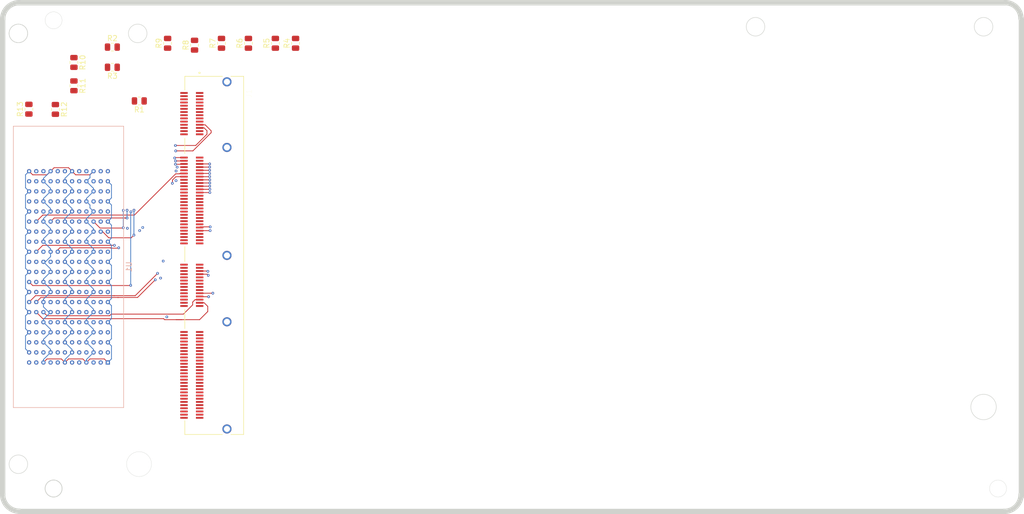
<source format=kicad_pcb>
(kicad_pcb (version 20171130) (host pcbnew 5.1.10-88a1d61d58~88~ubuntu20.04.1)

  (general
    (thickness 1.6)
    (drawings 26)
    (tracks 492)
    (zones 0)
    (modules 15)
    (nets 254)
  )

  (page A4)
  (title_block
    (title "AC922 Interposer for DCSCM v1.0")
    (date 2021-04-16)
    (rev v0.1)
    (company IBM)
    (comment 2 https://opensource.org/licenses/MIT)
    (comment 3 "License: The MIT License")
    (comment 4 "Author: Steven Roberts")
  )

  (layers
    (0 F.Cu signal)
    (1 In1.Cu signal)
    (2 In2.Cu signal)
    (3 In3.Cu signal)
    (4 In4.Cu signal)
    (31 B.Cu power)
    (32 B.Adhes user)
    (33 F.Adhes user)
    (34 B.Paste user)
    (35 F.Paste user)
    (36 B.SilkS user)
    (37 F.SilkS user)
    (38 B.Mask user)
    (39 F.Mask user)
    (40 Dwgs.User user)
    (41 Cmts.User user)
    (42 Eco1.User user)
    (43 Eco2.User user)
    (44 Edge.Cuts user)
    (45 Margin user)
    (46 B.CrtYd user)
    (47 F.CrtYd user)
    (48 B.Fab user)
    (49 F.Fab user)
  )

  (setup
    (last_trace_width 0.15)
    (user_trace_width 0.15)
    (trace_clearance 0.2)
    (zone_clearance 0.508)
    (zone_45_only no)
    (trace_min 0.1)
    (via_size 0.5)
    (via_drill 0.2)
    (via_min_size 0.4)
    (via_min_drill 0.2)
    (blind_buried_vias_allowed yes)
    (uvia_size 0.3)
    (uvia_drill 0.1)
    (uvias_allowed no)
    (uvia_min_size 0.2)
    (uvia_min_drill 0.1)
    (edge_width 0.05)
    (segment_width 0.2)
    (pcb_text_width 0.3)
    (pcb_text_size 1.5 1.5)
    (mod_edge_width 0.12)
    (mod_text_size 1 1)
    (mod_text_width 0.15)
    (pad_size 1.524 1.524)
    (pad_drill 0.762)
    (pad_to_mask_clearance 0)
    (aux_axis_origin 237.34414 151.1284)
    (grid_origin 237.3416 151.1284)
    (visible_elements FFFFFF7F)
    (pcbplotparams
      (layerselection 0x010fc_ffffffff)
      (usegerberextensions false)
      (usegerberattributes true)
      (usegerberadvancedattributes true)
      (creategerberjobfile true)
      (excludeedgelayer true)
      (linewidth 0.100000)
      (plotframeref false)
      (viasonmask false)
      (mode 1)
      (useauxorigin false)
      (hpglpennumber 1)
      (hpglpenspeed 20)
      (hpglpendiameter 15.000000)
      (psnegative false)
      (psa4output false)
      (plotreference true)
      (plotvalue true)
      (plotinvisibletext false)
      (padsonsilk false)
      (subtractmaskfromsilk false)
      (outputformat 1)
      (mirror false)
      (drillshape 1)
      (scaleselection 1)
      (outputdirectory ""))
  )

  (net 0 "")
  (net 1 "Net-(J1-PadS1)")
  (net 2 "Net-(J1-PadOB14)")
  (net 3 "Net-(J1-PadOA14)")
  (net 4 "Net-(J1-PadOB13)")
  (net 5 +2.5VCS)
  (net 6 "Net-(J1-PadOB12)")
  (net 7 I3C3_SDA)
  (net 8 "Net-(J1-PadOB11)")
  (net 9 I3C3_SCL)
  (net 10 I3C2_SDA)
  (net 11 "Net-(J1-PadOB9)")
  (net 12 I3C2_CLK)
  (net 13 "Net-(J1-PadOB8)")
  (net 14 I3C1_SDA)
  (net 15 I3C1_CLK)
  (net 16 "Net-(J1-PadOB6)")
  (net 17 I3C0_SDA)
  (net 18 "Net-(J1-PadOB5)")
  (net 19 I3C0_CLK)
  (net 20 "Net-(J1-PadOB3)")
  (net 21 +12VCS)
  (net 22 "Net-(J1-PadB69)")
  (net 23 "Net-(J1-PadB68)")
  (net 24 "Net-(J1-PadB66)")
  (net 25 "Net-(J1-PadB65)")
  (net 26 "Net-(J1-PadB64)")
  (net 27 "Net-(J1-PadB63)")
  (net 28 "Net-(J1-PadB62)")
  (net 29 "Net-(J1-PadB60)")
  (net 30 "Net-(J1-PadB59)")
  (net 31 "Net-(J1-PadB57)")
  (net 32 "Net-(J1-PadA69)")
  (net 33 "Net-(J1-PadA68)")
  (net 34 "Net-(J1-PadA66)")
  (net 35 "Net-(J1-PadA65)")
  (net 36 "Net-(J1-PadA63)")
  (net 37 "Net-(J1-PadA62)")
  (net 38 "Net-(J1-PadA60)")
  (net 39 "Net-(J1-PadA59)")
  (net 40 "Net-(J1-PadB56)")
  (net 41 "Net-(J1-PadB54)")
  (net 42 USB1_DP)
  (net 43 CP0_FSI0_DATA_EN)
  (net 44 FSI_JMFG0_PRSNT_N)
  (net 45 "Net-(J1-PadB48)")
  (net 46 "Net-(J1-PadB47)")
  (net 47 "Net-(J1-PadB46)")
  (net 48 "Net-(J1-PadB45)")
  (net 49 "Net-(J1-PadB44)")
  (net 50 "Net-(J1-PadB43)")
  (net 51 "Net-(J1-PadB42)")
  (net 52 "Net-(J1-PadB41)")
  (net 53 "Net-(J1-PadB40)")
  (net 54 "Net-(J1-PadB39)")
  (net 55 "Net-(J1-PadB37)")
  (net 56 "Net-(J1-PadB36)")
  (net 57 "Net-(J1-PadB35)")
  (net 58 "Net-(J1-PadB34)")
  (net 59 "Net-(J1-PadB32)")
  (net 60 "Net-(J1-PadB31)")
  (net 61 "Net-(J1-PadB30)")
  (net 62 "Net-(J1-PadB29)")
  (net 63 "Net-(J1-PadA56)")
  (net 64 I2C3_MUX_SEL)
  (net 65 USB1_DN)
  (net 66 SPARE1)
  (net 67 RST_PLTRST_BUF_N)
  (net 68 "Net-(J1-PadA50)")
  (net 69 "Net-(J1-PadA49)")
  (net 70 SYS_PWROK)
  (net 71 SYS_PWRBTN_N)
  (net 72 BMC_FSI_IN_ENA)
  (net 73 HPM_STBY_EN)
  (net 74 "Net-(J1-PadA44)")
  (net 75 "Net-(J1-PadA43)")
  (net 76 I2C12_SDA)
  (net 77 I2C12_SCL)
  (net 78 I2C11_SDA)
  (net 79 I2C11_SCL)
  (net 80 "Net-(J1-PadA37)")
  (net 81 "Net-(J1-PadA36)")
  (net 82 "Net-(J1-PadA35)")
  (net 83 "Net-(J1-PadA34)")
  (net 84 I2C10_SDA)
  (net 85 I2C10_SCL)
  (net 86 I2C9_SDA)
  (net 87 I2C9_SCL)
  (net 88 "Net-(J1-PadB28)")
  (net 89 "Net-(J1-PadB27)")
  (net 90 "Net-(J1-PadB26)")
  (net 91 "Net-(J1-PadB25)")
  (net 92 "Net-(J1-PadB24)")
  (net 93 "Net-(J1-PadB23)")
  (net 94 "Net-(J1-PadB22)")
  (net 95 "Net-(J1-PadB21)")
  (net 96 "Net-(J1-PadB20)")
  (net 97 "Net-(J1-PadB19)")
  (net 98 "Net-(J1-PadB18)")
  (net 99 "Net-(J1-PadB17)")
  (net 100 "Net-(J1-PadB16)")
  (net 101 "Net-(J1-PadB15)")
  (net 102 "Net-(J1-PadB14)")
  (net 103 "Net-(J1-PadB13)")
  (net 104 "Net-(J1-PadB12)")
  (net 105 "Net-(J1-PadB11)")
  (net 106 "Net-(J1-PadB10)")
  (net 107 "Net-(J1-PadB9)")
  (net 108 ESPI_IO3)
  (net 109 ESPI_IO2)
  (net 110 ESPI_IO1)
  (net 111 ESPI_RESET_N)
  (net 112 ESPI_ALERT_N)
  (net 113 ESPI_CS0_N)
  (net 114 ESPI_CLK)
  (net 115 I2C8_SDA)
  (net 116 I2C8_SCL)
  (net 117 I2C7_SDA)
  (net 118 I2C7_SCL)
  (net 119 I2C6_SDA)
  (net 120 I2C6_SCL)
  (net 121 "Net-(J1-PadA22)")
  (net 122 "Net-(J1-PadA21)")
  (net 123 "Net-(J1-PadA20)")
  (net 124 "Net-(J1-PadA18)")
  (net 125 "Net-(J1-PadA17)")
  (net 126 "Net-(J1-PadA15)")
  (net 127 "Net-(J1-PadA14)")
  (net 128 I2C5_SDA)
  (net 129 I2C5_SCL)
  (net 130 I2C4_SDA)
  (net 131 I2C4_SCL)
  (net 132 I2C3_SDA)
  (net 133 I2C3_SCL)
  (net 134 I2C2_SDA)
  (net 135 I2C2_SCL)
  (net 136 I2C1_SDA)
  (net 137 I2C1_SCL)
  (net 138 I3C0_SCL)
  (net 139 +3.3VCS)
  (net 140 "Net-(R4-Pad1)")
  (net 141 "/Sequoia Connections/PS_FFS_N")
  (net 142 "/Sequoia Connections/RESET_STAGE1_BUFF_N")
  (net 143 "Net-(U1-Pad239)")
  (net 144 "Net-(U1-Pad238)")
  (net 145 "Net-(U1-Pad236)")
  (net 146 "Net-(U1-Pad235)")
  (net 147 "Net-(U1-Pad233)")
  (net 148 "Net-(U1-Pad232)")
  (net 149 "Net-(U1-Pad230)")
  (net 150 "Net-(U1-Pad229)")
  (net 151 "Net-(U1-Pad228)")
  (net 152 "Net-(U1-Pad227)")
  (net 153 "Net-(U1-Pad225)")
  (net 154 "Net-(U1-Pad224)")
  (net 155 "Net-(U1-Pad222)")
  (net 156 "Net-(U1-Pad221)")
  (net 157 "Net-(U1-Pad219)")
  (net 158 "Net-(U1-Pad218)")
  (net 159 "Net-(U1-Pad215)")
  (net 160 "Net-(U1-Pad214)")
  (net 161 "Net-(U1-Pad212)")
  (net 162 "Net-(U1-Pad211)")
  (net 163 "Net-(U1-Pad209)")
  (net 164 "Net-(U1-Pad208)")
  (net 165 "Net-(U1-Pad206)")
  (net 166 "Net-(U1-Pad205)")
  (net 167 "Net-(U1-Pad204)")
  (net 168 "Net-(U1-Pad203)")
  (net 169 "Net-(U1-Pad201)")
  (net 170 "Net-(U1-Pad200)")
  (net 171 "Net-(U1-Pad198)")
  (net 172 "Net-(U1-Pad197)")
  (net 173 "Net-(U1-Pad195)")
  (net 174 "Net-(U1-Pad194)")
  (net 175 "Net-(U1-Pad191)")
  (net 176 "Net-(U1-Pad188)")
  (net 177 "Net-(U1-Pad187)")
  (net 178 "Net-(U1-Pad185)")
  (net 179 "Net-(U1-Pad184)")
  (net 180 "Net-(U1-Pad182)")
  (net 181 "Net-(U1-Pad181)")
  (net 182 "Net-(U1-Pad176)")
  (net 183 "Net-(U1-Pad174)")
  (net 184 "Net-(U1-Pad173)")
  (net 185 "Net-(U1-Pad170)")
  (net 186 "Net-(U1-Pad163)")
  (net 187 "Net-(U1-Pad160)")
  (net 188 "Net-(U1-Pad157)")
  (net 189 "Net-(U1-Pad156)")
  (net 190 "Net-(U1-Pad155)")
  (net 191 "Net-(U1-Pad152)")
  (net 192 "Net-(U1-Pad149)")
  (net 193 "Net-(U1-Pad147)")
  (net 194 "Net-(U1-Pad146)")
  (net 195 "Net-(U1-Pad142)")
  (net 196 "Net-(U1-Pad139)")
  (net 197 "Net-(U1-Pad137)")
  (net 198 "Net-(U1-Pad136)")
  (net 199 "Net-(U1-Pad134)")
  (net 200 "Net-(U1-Pad133)")
  (net 201 "Net-(U1-Pad132)")
  (net 202 "Net-(U1-Pad129)")
  (net 203 "Net-(U1-Pad128)")
  (net 204 "Net-(U1-Pad125)")
  (net 205 "Net-(U1-Pad123)")
  (net 206 "Net-(U1-Pad122)")
  (net 207 "Net-(U1-Pad119)")
  (net 208 "Net-(U1-Pad118)")
  (net 209 "Net-(U1-Pad116)")
  (net 210 "Net-(U1-Pad115)")
  (net 211 "Net-(U1-Pad113)")
  (net 212 "Net-(U1-Pad112)")
  (net 213 "Net-(U1-Pad110)")
  (net 214 "Net-(U1-Pad109)")
  (net 215 "Net-(U1-Pad107)")
  (net 216 "Net-(U1-Pad105)")
  (net 217 "Net-(U1-Pad104)")
  (net 218 "Net-(U1-Pad102)")
  (net 219 "Net-(U1-Pad98)")
  (net 220 "Net-(U1-Pad94)")
  (net 221 "Net-(U1-Pad92)")
  (net 222 "Net-(U1-Pad91)")
  (net 223 "Net-(U1-Pad89)")
  (net 224 "Net-(U1-Pad88)")
  (net 225 "Net-(U1-Pad60)")
  (net 226 "Net-(U1-Pad59)")
  (net 227 "Net-(U1-Pad57)")
  (net 228 "Net-(U1-Pad51)")
  (net 229 "Net-(U1-Pad50)")
  (net 230 "Net-(U1-Pad46)")
  (net 231 "Net-(U1-Pad44)")
  (net 232 "Net-(U1-Pad43)")
  (net 233 "Net-(U1-Pad40)")
  (net 234 "Net-(U1-Pad38)")
  (net 235 "Net-(U1-Pad37)")
  (net 236 "Net-(U1-Pad30)")
  (net 237 "Net-(U1-Pad29)")
  (net 238 "Net-(U1-Pad27)")
  (net 239 "Net-(U1-Pad26)")
  (net 240 "Net-(U1-Pad23)")
  (net 241 "Net-(U1-Pad22)")
  (net 242 "Net-(U1-Pad20)")
  (net 243 "Net-(U1-Pad19)")
  (net 244 "Net-(U1-Pad17)")
  (net 245 "Net-(U1-Pad16)")
  (net 246 "Net-(U1-Pad14)")
  (net 247 "Net-(U1-Pad13)")
  (net 248 "Net-(U1-Pad12)")
  (net 249 "Net-(U1-Pad11)")
  (net 250 +12VT)
  (net 251 GND)
  (net 252 ESPI_IO0)
  (net 253 "/Sequoia Connections/12VCS_RESET_N")

  (net_class Default "This is the default net class."
    (clearance 0.2)
    (trace_width 0.15)
    (via_dia 0.5)
    (via_drill 0.2)
    (uvia_dia 0.3)
    (uvia_drill 0.1)
    (add_net +12VCS)
    (add_net +12VT)
    (add_net +2.5VCS)
    (add_net +3.3VCS)
    (add_net "/Sequoia Connections/12VCS_RESET_N")
    (add_net "/Sequoia Connections/PS_FFS_N")
    (add_net "/Sequoia Connections/RESET_STAGE1_BUFF_N")
    (add_net BMC_FSI_IN_ENA)
    (add_net CP0_FSI0_DATA_EN)
    (add_net ESPI_ALERT_N)
    (add_net ESPI_CLK)
    (add_net ESPI_CS0_N)
    (add_net ESPI_IO0)
    (add_net ESPI_IO1)
    (add_net ESPI_IO2)
    (add_net ESPI_IO3)
    (add_net ESPI_RESET_N)
    (add_net FSI_JMFG0_PRSNT_N)
    (add_net GND)
    (add_net HPM_STBY_EN)
    (add_net I2C10_SCL)
    (add_net I2C10_SDA)
    (add_net I2C11_SCL)
    (add_net I2C11_SDA)
    (add_net I2C12_SCL)
    (add_net I2C12_SDA)
    (add_net I2C1_SCL)
    (add_net I2C1_SDA)
    (add_net I2C2_SCL)
    (add_net I2C2_SDA)
    (add_net I2C3_MUX_SEL)
    (add_net I2C3_SCL)
    (add_net I2C3_SDA)
    (add_net I2C4_SCL)
    (add_net I2C4_SDA)
    (add_net I2C5_SCL)
    (add_net I2C5_SDA)
    (add_net I2C6_SCL)
    (add_net I2C6_SDA)
    (add_net I2C7_SCL)
    (add_net I2C7_SDA)
    (add_net I2C8_SCL)
    (add_net I2C8_SDA)
    (add_net I2C9_SCL)
    (add_net I2C9_SDA)
    (add_net I3C0_CLK)
    (add_net I3C0_SCL)
    (add_net I3C0_SDA)
    (add_net I3C1_CLK)
    (add_net I3C1_SDA)
    (add_net I3C2_CLK)
    (add_net I3C2_SDA)
    (add_net I3C3_SCL)
    (add_net I3C3_SDA)
    (add_net "Net-(J1-PadA14)")
    (add_net "Net-(J1-PadA15)")
    (add_net "Net-(J1-PadA17)")
    (add_net "Net-(J1-PadA18)")
    (add_net "Net-(J1-PadA20)")
    (add_net "Net-(J1-PadA21)")
    (add_net "Net-(J1-PadA22)")
    (add_net "Net-(J1-PadA34)")
    (add_net "Net-(J1-PadA35)")
    (add_net "Net-(J1-PadA36)")
    (add_net "Net-(J1-PadA37)")
    (add_net "Net-(J1-PadA43)")
    (add_net "Net-(J1-PadA44)")
    (add_net "Net-(J1-PadA49)")
    (add_net "Net-(J1-PadA50)")
    (add_net "Net-(J1-PadA56)")
    (add_net "Net-(J1-PadA59)")
    (add_net "Net-(J1-PadA60)")
    (add_net "Net-(J1-PadA62)")
    (add_net "Net-(J1-PadA63)")
    (add_net "Net-(J1-PadA65)")
    (add_net "Net-(J1-PadA66)")
    (add_net "Net-(J1-PadA68)")
    (add_net "Net-(J1-PadA69)")
    (add_net "Net-(J1-PadB10)")
    (add_net "Net-(J1-PadB11)")
    (add_net "Net-(J1-PadB12)")
    (add_net "Net-(J1-PadB13)")
    (add_net "Net-(J1-PadB14)")
    (add_net "Net-(J1-PadB15)")
    (add_net "Net-(J1-PadB16)")
    (add_net "Net-(J1-PadB17)")
    (add_net "Net-(J1-PadB18)")
    (add_net "Net-(J1-PadB19)")
    (add_net "Net-(J1-PadB20)")
    (add_net "Net-(J1-PadB21)")
    (add_net "Net-(J1-PadB22)")
    (add_net "Net-(J1-PadB23)")
    (add_net "Net-(J1-PadB24)")
    (add_net "Net-(J1-PadB25)")
    (add_net "Net-(J1-PadB26)")
    (add_net "Net-(J1-PadB27)")
    (add_net "Net-(J1-PadB28)")
    (add_net "Net-(J1-PadB29)")
    (add_net "Net-(J1-PadB30)")
    (add_net "Net-(J1-PadB31)")
    (add_net "Net-(J1-PadB32)")
    (add_net "Net-(J1-PadB34)")
    (add_net "Net-(J1-PadB35)")
    (add_net "Net-(J1-PadB36)")
    (add_net "Net-(J1-PadB37)")
    (add_net "Net-(J1-PadB39)")
    (add_net "Net-(J1-PadB40)")
    (add_net "Net-(J1-PadB41)")
    (add_net "Net-(J1-PadB42)")
    (add_net "Net-(J1-PadB43)")
    (add_net "Net-(J1-PadB44)")
    (add_net "Net-(J1-PadB45)")
    (add_net "Net-(J1-PadB46)")
    (add_net "Net-(J1-PadB47)")
    (add_net "Net-(J1-PadB48)")
    (add_net "Net-(J1-PadB54)")
    (add_net "Net-(J1-PadB56)")
    (add_net "Net-(J1-PadB57)")
    (add_net "Net-(J1-PadB59)")
    (add_net "Net-(J1-PadB60)")
    (add_net "Net-(J1-PadB62)")
    (add_net "Net-(J1-PadB63)")
    (add_net "Net-(J1-PadB64)")
    (add_net "Net-(J1-PadB65)")
    (add_net "Net-(J1-PadB66)")
    (add_net "Net-(J1-PadB68)")
    (add_net "Net-(J1-PadB69)")
    (add_net "Net-(J1-PadB9)")
    (add_net "Net-(J1-PadOA14)")
    (add_net "Net-(J1-PadOB11)")
    (add_net "Net-(J1-PadOB12)")
    (add_net "Net-(J1-PadOB13)")
    (add_net "Net-(J1-PadOB14)")
    (add_net "Net-(J1-PadOB3)")
    (add_net "Net-(J1-PadOB5)")
    (add_net "Net-(J1-PadOB6)")
    (add_net "Net-(J1-PadOB8)")
    (add_net "Net-(J1-PadOB9)")
    (add_net "Net-(J1-PadS1)")
    (add_net "Net-(R4-Pad1)")
    (add_net "Net-(U1-Pad102)")
    (add_net "Net-(U1-Pad104)")
    (add_net "Net-(U1-Pad105)")
    (add_net "Net-(U1-Pad107)")
    (add_net "Net-(U1-Pad109)")
    (add_net "Net-(U1-Pad11)")
    (add_net "Net-(U1-Pad110)")
    (add_net "Net-(U1-Pad112)")
    (add_net "Net-(U1-Pad113)")
    (add_net "Net-(U1-Pad115)")
    (add_net "Net-(U1-Pad116)")
    (add_net "Net-(U1-Pad118)")
    (add_net "Net-(U1-Pad119)")
    (add_net "Net-(U1-Pad12)")
    (add_net "Net-(U1-Pad122)")
    (add_net "Net-(U1-Pad123)")
    (add_net "Net-(U1-Pad125)")
    (add_net "Net-(U1-Pad128)")
    (add_net "Net-(U1-Pad129)")
    (add_net "Net-(U1-Pad13)")
    (add_net "Net-(U1-Pad132)")
    (add_net "Net-(U1-Pad133)")
    (add_net "Net-(U1-Pad134)")
    (add_net "Net-(U1-Pad136)")
    (add_net "Net-(U1-Pad137)")
    (add_net "Net-(U1-Pad139)")
    (add_net "Net-(U1-Pad14)")
    (add_net "Net-(U1-Pad142)")
    (add_net "Net-(U1-Pad146)")
    (add_net "Net-(U1-Pad147)")
    (add_net "Net-(U1-Pad149)")
    (add_net "Net-(U1-Pad152)")
    (add_net "Net-(U1-Pad155)")
    (add_net "Net-(U1-Pad156)")
    (add_net "Net-(U1-Pad157)")
    (add_net "Net-(U1-Pad16)")
    (add_net "Net-(U1-Pad160)")
    (add_net "Net-(U1-Pad163)")
    (add_net "Net-(U1-Pad17)")
    (add_net "Net-(U1-Pad170)")
    (add_net "Net-(U1-Pad173)")
    (add_net "Net-(U1-Pad174)")
    (add_net "Net-(U1-Pad176)")
    (add_net "Net-(U1-Pad181)")
    (add_net "Net-(U1-Pad182)")
    (add_net "Net-(U1-Pad184)")
    (add_net "Net-(U1-Pad185)")
    (add_net "Net-(U1-Pad187)")
    (add_net "Net-(U1-Pad188)")
    (add_net "Net-(U1-Pad19)")
    (add_net "Net-(U1-Pad191)")
    (add_net "Net-(U1-Pad194)")
    (add_net "Net-(U1-Pad195)")
    (add_net "Net-(U1-Pad197)")
    (add_net "Net-(U1-Pad198)")
    (add_net "Net-(U1-Pad20)")
    (add_net "Net-(U1-Pad200)")
    (add_net "Net-(U1-Pad201)")
    (add_net "Net-(U1-Pad203)")
    (add_net "Net-(U1-Pad204)")
    (add_net "Net-(U1-Pad205)")
    (add_net "Net-(U1-Pad206)")
    (add_net "Net-(U1-Pad208)")
    (add_net "Net-(U1-Pad209)")
    (add_net "Net-(U1-Pad211)")
    (add_net "Net-(U1-Pad212)")
    (add_net "Net-(U1-Pad214)")
    (add_net "Net-(U1-Pad215)")
    (add_net "Net-(U1-Pad218)")
    (add_net "Net-(U1-Pad219)")
    (add_net "Net-(U1-Pad22)")
    (add_net "Net-(U1-Pad221)")
    (add_net "Net-(U1-Pad222)")
    (add_net "Net-(U1-Pad224)")
    (add_net "Net-(U1-Pad225)")
    (add_net "Net-(U1-Pad227)")
    (add_net "Net-(U1-Pad228)")
    (add_net "Net-(U1-Pad229)")
    (add_net "Net-(U1-Pad23)")
    (add_net "Net-(U1-Pad230)")
    (add_net "Net-(U1-Pad232)")
    (add_net "Net-(U1-Pad233)")
    (add_net "Net-(U1-Pad235)")
    (add_net "Net-(U1-Pad236)")
    (add_net "Net-(U1-Pad238)")
    (add_net "Net-(U1-Pad239)")
    (add_net "Net-(U1-Pad26)")
    (add_net "Net-(U1-Pad27)")
    (add_net "Net-(U1-Pad29)")
    (add_net "Net-(U1-Pad30)")
    (add_net "Net-(U1-Pad37)")
    (add_net "Net-(U1-Pad38)")
    (add_net "Net-(U1-Pad40)")
    (add_net "Net-(U1-Pad43)")
    (add_net "Net-(U1-Pad44)")
    (add_net "Net-(U1-Pad46)")
    (add_net "Net-(U1-Pad50)")
    (add_net "Net-(U1-Pad51)")
    (add_net "Net-(U1-Pad57)")
    (add_net "Net-(U1-Pad59)")
    (add_net "Net-(U1-Pad60)")
    (add_net "Net-(U1-Pad88)")
    (add_net "Net-(U1-Pad89)")
    (add_net "Net-(U1-Pad91)")
    (add_net "Net-(U1-Pad92)")
    (add_net "Net-(U1-Pad94)")
    (add_net "Net-(U1-Pad98)")
    (add_net RST_PLTRST_BUF_N)
    (add_net SPARE1)
    (add_net SYS_PWRBTN_N)
    (add_net SYS_PWROK)
    (add_net USB1_DN)
    (add_net USB1_DP)
  )

  (module kicad-molex-impact:molex_impact_85_ohm_left_and_right_guided_240 (layer B.Cu) (tedit 6074A744) (tstamp 607DF201)
    (at 51.6616 135.8384 90)
    (descr "Impact 85 Ohm Plus 4 Pair Vertical Header, Right Guided, Left Endwall, 10 Columns, 120 Circuits, Pin Length 4.90mm, Plated Through Hole Dimension 0.39mm, Lead Free")
    (path /60C56B5C/60C56E7D)
    (fp_text reference U1 (at 26.55 21.8 270) (layer B.SilkS)
      (effects (font (size 1 1) (thickness 0.15)) (justify mirror))
    )
    (fp_text value molex_impact_85ohm_left_and_right_guided_240pin_0.39mm (at 26.55 1.2 270) (layer B.Fab)
      (effects (font (size 1 1) (thickness 0.15)) (justify mirror))
    )
    (fp_line (start 53.1 0) (end 0 0) (layer B.CrtYd) (width 0.05))
    (fp_line (start 53.1 20.8) (end 53.1 0) (layer B.CrtYd) (width 0.05))
    (fp_line (start 0 20.8) (end 53.1 20.8) (layer B.CrtYd) (width 0.05))
    (fp_line (start 0 0) (end 0 20.8) (layer B.CrtYd) (width 0.05))
    (fp_line (start 53.1 0) (end 0 0) (layer B.SilkS) (width 0.12))
    (fp_line (start 53.1 20.8) (end 53.1 0) (layer B.SilkS) (width 0.12))
    (fp_line (start 0 20.8) (end 53.1 20.8) (layer B.SilkS) (width 0.12))
    (fp_line (start 0 0) (end 0 20.8) (layer B.SilkS) (width 0.12))
    (pad "" np_thru_hole circle (at 49.35 6.405 90) (size 3.56 3.56) (drill 3.56) (layers *.Cu *.Mask))
    (pad "" np_thru_hole circle (at 3.75 6.405 90) (size 3.56 3.56) (drill 3.56) (layers *.Cu *.Mask))
    (pad 240 thru_hole circle (at 44.6 2.975 90) (size 0.8 0.8) (drill 0.39) (layers *.Cu *.Mask)
      (net 251 GND))
    (pad 239 thru_hole circle (at 44.6 4.325 90) (size 0.8 0.8) (drill 0.39) (layers *.Cu *.Mask)
      (net 143 "Net-(U1-Pad239)"))
    (pad 238 thru_hole circle (at 44.6 5.675 90) (size 0.8 0.8) (drill 0.39) (layers *.Cu *.Mask)
      (net 144 "Net-(U1-Pad238)"))
    (pad 237 thru_hole circle (at 44.6 7.025 90) (size 0.8 0.8) (drill 0.39) (layers *.Cu *.Mask)
      (net 251 GND))
    (pad 236 thru_hole circle (at 44.6 8.375 90) (size 0.8 0.8) (drill 0.39) (layers *.Cu *.Mask)
      (net 145 "Net-(U1-Pad236)"))
    (pad 235 thru_hole circle (at 44.6 9.725 90) (size 0.8 0.8) (drill 0.39) (layers *.Cu *.Mask)
      (net 146 "Net-(U1-Pad235)"))
    (pad 234 thru_hole circle (at 44.6 11.075 90) (size 0.8 0.8) (drill 0.39) (layers *.Cu *.Mask)
      (net 251 GND))
    (pad 233 thru_hole circle (at 44.6 12.425 90) (size 0.8 0.8) (drill 0.39) (layers *.Cu *.Mask)
      (net 147 "Net-(U1-Pad233)"))
    (pad 232 thru_hole circle (at 44.6 13.775 90) (size 0.8 0.8) (drill 0.39) (layers *.Cu *.Mask)
      (net 148 "Net-(U1-Pad232)"))
    (pad 231 thru_hole circle (at 44.6 15.125 90) (size 0.8 0.8) (drill 0.39) (layers *.Cu *.Mask)
      (net 251 GND))
    (pad 230 thru_hole circle (at 44.6 16.475 90) (size 0.8 0.8) (drill 0.39) (layers *.Cu *.Mask)
      (net 149 "Net-(U1-Pad230)"))
    (pad 229 thru_hole circle (at 44.6 17.825 90) (size 0.8 0.8) (drill 0.39) (layers *.Cu *.Mask)
      (net 150 "Net-(U1-Pad229)"))
    (pad 228 thru_hole circle (at 42.7 2.975 90) (size 0.8 0.8) (drill 0.39) (layers *.Cu *.Mask)
      (net 151 "Net-(U1-Pad228)"))
    (pad 227 thru_hole circle (at 42.7 4.325 90) (size 0.8 0.8) (drill 0.39) (layers *.Cu *.Mask)
      (net 152 "Net-(U1-Pad227)"))
    (pad 226 thru_hole circle (at 42.7 5.675 90) (size 0.8 0.8) (drill 0.39) (layers *.Cu *.Mask)
      (net 251 GND))
    (pad 225 thru_hole circle (at 42.7 7.025 90) (size 0.8 0.8) (drill 0.39) (layers *.Cu *.Mask)
      (net 153 "Net-(U1-Pad225)"))
    (pad 224 thru_hole circle (at 42.7 8.375 90) (size 0.8 0.8) (drill 0.39) (layers *.Cu *.Mask)
      (net 154 "Net-(U1-Pad224)"))
    (pad 223 thru_hole circle (at 42.7 9.725 90) (size 0.8 0.8) (drill 0.39) (layers *.Cu *.Mask)
      (net 251 GND))
    (pad 222 thru_hole circle (at 42.7 11.075 90) (size 0.8 0.8) (drill 0.39) (layers *.Cu *.Mask)
      (net 155 "Net-(U1-Pad222)"))
    (pad 221 thru_hole circle (at 42.7 12.425 90) (size 0.8 0.8) (drill 0.39) (layers *.Cu *.Mask)
      (net 156 "Net-(U1-Pad221)"))
    (pad 220 thru_hole circle (at 42.7 13.775 90) (size 0.8 0.8) (drill 0.39) (layers *.Cu *.Mask)
      (net 251 GND))
    (pad 219 thru_hole circle (at 42.7 15.125 90) (size 0.8 0.8) (drill 0.39) (layers *.Cu *.Mask)
      (net 157 "Net-(U1-Pad219)"))
    (pad 218 thru_hole circle (at 42.7 16.475 90) (size 0.8 0.8) (drill 0.39) (layers *.Cu *.Mask)
      (net 158 "Net-(U1-Pad218)"))
    (pad 217 thru_hole circle (at 42.7 17.825 90) (size 0.8 0.8) (drill 0.39) (layers *.Cu *.Mask)
      (net 251 GND))
    (pad 216 thru_hole circle (at 40.8 2.975 90) (size 0.8 0.8) (drill 0.39) (layers *.Cu *.Mask)
      (net 251 GND))
    (pad 215 thru_hole circle (at 40.8 4.325 90) (size 0.8 0.8) (drill 0.39) (layers *.Cu *.Mask)
      (net 159 "Net-(U1-Pad215)"))
    (pad 214 thru_hole circle (at 40.8 5.675 90) (size 0.8 0.8) (drill 0.39) (layers *.Cu *.Mask)
      (net 160 "Net-(U1-Pad214)"))
    (pad 213 thru_hole circle (at 40.8 7.025 90) (size 0.8 0.8) (drill 0.39) (layers *.Cu *.Mask)
      (net 251 GND))
    (pad 212 thru_hole circle (at 40.8 8.375 90) (size 0.8 0.8) (drill 0.39) (layers *.Cu *.Mask)
      (net 161 "Net-(U1-Pad212)"))
    (pad 211 thru_hole circle (at 40.8 9.725 90) (size 0.8 0.8) (drill 0.39) (layers *.Cu *.Mask)
      (net 162 "Net-(U1-Pad211)"))
    (pad 210 thru_hole circle (at 40.8 11.075 90) (size 0.8 0.8) (drill 0.39) (layers *.Cu *.Mask)
      (net 251 GND))
    (pad 209 thru_hole circle (at 40.8 12.425 90) (size 0.8 0.8) (drill 0.39) (layers *.Cu *.Mask)
      (net 163 "Net-(U1-Pad209)"))
    (pad 208 thru_hole circle (at 40.8 13.775 90) (size 0.8 0.8) (drill 0.39) (layers *.Cu *.Mask)
      (net 164 "Net-(U1-Pad208)"))
    (pad 207 thru_hole circle (at 40.8 15.125 90) (size 0.8 0.8) (drill 0.39) (layers *.Cu *.Mask)
      (net 251 GND))
    (pad 206 thru_hole circle (at 40.8 16.475 90) (size 0.8 0.8) (drill 0.39) (layers *.Cu *.Mask)
      (net 165 "Net-(U1-Pad206)"))
    (pad 205 thru_hole circle (at 40.8 17.825 90) (size 0.8 0.8) (drill 0.39) (layers *.Cu *.Mask)
      (net 166 "Net-(U1-Pad205)"))
    (pad 204 thru_hole circle (at 38.9 2.975 90) (size 0.8 0.8) (drill 0.39) (layers *.Cu *.Mask)
      (net 167 "Net-(U1-Pad204)"))
    (pad 203 thru_hole circle (at 38.9 4.325 90) (size 0.8 0.8) (drill 0.39) (layers *.Cu *.Mask)
      (net 168 "Net-(U1-Pad203)"))
    (pad 202 thru_hole circle (at 38.9 5.675 90) (size 0.8 0.8) (drill 0.39) (layers *.Cu *.Mask)
      (net 251 GND))
    (pad 201 thru_hole circle (at 38.9 7.025 90) (size 0.8 0.8) (drill 0.39) (layers *.Cu *.Mask)
      (net 169 "Net-(U1-Pad201)"))
    (pad 200 thru_hole circle (at 38.9 8.375 90) (size 0.8 0.8) (drill 0.39) (layers *.Cu *.Mask)
      (net 170 "Net-(U1-Pad200)"))
    (pad 199 thru_hole circle (at 38.9 9.725 90) (size 0.8 0.8) (drill 0.39) (layers *.Cu *.Mask)
      (net 251 GND))
    (pad 198 thru_hole circle (at 38.9 11.075 90) (size 0.8 0.8) (drill 0.39) (layers *.Cu *.Mask)
      (net 171 "Net-(U1-Pad198)"))
    (pad 197 thru_hole circle (at 38.9 12.425 90) (size 0.8 0.8) (drill 0.39) (layers *.Cu *.Mask)
      (net 172 "Net-(U1-Pad197)"))
    (pad 196 thru_hole circle (at 38.9 13.775 90) (size 0.8 0.8) (drill 0.39) (layers *.Cu *.Mask)
      (net 251 GND))
    (pad 195 thru_hole circle (at 38.9 15.125 90) (size 0.8 0.8) (drill 0.39) (layers *.Cu *.Mask)
      (net 173 "Net-(U1-Pad195)"))
    (pad 194 thru_hole circle (at 38.9 16.475 90) (size 0.8 0.8) (drill 0.39) (layers *.Cu *.Mask)
      (net 174 "Net-(U1-Pad194)"))
    (pad 193 thru_hole circle (at 38.9 17.825 90) (size 0.8 0.8) (drill 0.39) (layers *.Cu *.Mask)
      (net 251 GND))
    (pad 192 thru_hole circle (at 37 2.975 90) (size 0.8 0.8) (drill 0.39) (layers *.Cu *.Mask)
      (net 251 GND))
    (pad 191 thru_hole circle (at 37 4.325 90) (size 0.8 0.8) (drill 0.39) (layers *.Cu *.Mask)
      (net 175 "Net-(U1-Pad191)"))
    (pad 190 thru_hole circle (at 37 5.675 90) (size 0.8 0.8) (drill 0.39) (layers *.Cu *.Mask)
      (net 65 USB1_DN))
    (pad 189 thru_hole circle (at 37 7.025 90) (size 0.8 0.8) (drill 0.39) (layers *.Cu *.Mask)
      (net 251 GND))
    (pad 188 thru_hole circle (at 37 8.375 90) (size 0.8 0.8) (drill 0.39) (layers *.Cu *.Mask)
      (net 176 "Net-(U1-Pad188)"))
    (pad 187 thru_hole circle (at 37 9.725 90) (size 0.8 0.8) (drill 0.39) (layers *.Cu *.Mask)
      (net 177 "Net-(U1-Pad187)"))
    (pad 186 thru_hole circle (at 37 11.075 90) (size 0.8 0.8) (drill 0.39) (layers *.Cu *.Mask)
      (net 251 GND))
    (pad 185 thru_hole circle (at 37 12.425 90) (size 0.8 0.8) (drill 0.39) (layers *.Cu *.Mask)
      (net 178 "Net-(U1-Pad185)"))
    (pad 184 thru_hole circle (at 37 13.775 90) (size 0.8 0.8) (drill 0.39) (layers *.Cu *.Mask)
      (net 179 "Net-(U1-Pad184)"))
    (pad 183 thru_hole circle (at 37 15.125 90) (size 0.8 0.8) (drill 0.39) (layers *.Cu *.Mask)
      (net 251 GND))
    (pad 182 thru_hole circle (at 37 16.475 90) (size 0.8 0.8) (drill 0.39) (layers *.Cu *.Mask)
      (net 180 "Net-(U1-Pad182)"))
    (pad 181 thru_hole circle (at 37 17.825 90) (size 0.8 0.8) (drill 0.39) (layers *.Cu *.Mask)
      (net 181 "Net-(U1-Pad181)"))
    (pad 180 thru_hole circle (at 35.1 2.975 90) (size 0.8 0.8) (drill 0.39) (layers *.Cu *.Mask)
      (net 252 ESPI_IO0))
    (pad 179 thru_hole circle (at 35.1 4.325 90) (size 0.8 0.8) (drill 0.39) (layers *.Cu *.Mask)
      (net 110 ESPI_IO1))
    (pad 178 thru_hole circle (at 35.1 5.675 90) (size 0.8 0.8) (drill 0.39) (layers *.Cu *.Mask)
      (net 251 GND))
    (pad 177 thru_hole circle (at 35.1 7.025 90) (size 0.8 0.8) (drill 0.39) (layers *.Cu *.Mask)
      (net 113 ESPI_CS0_N))
    (pad 176 thru_hole circle (at 35.1 8.375 90) (size 0.8 0.8) (drill 0.39) (layers *.Cu *.Mask)
      (net 182 "Net-(U1-Pad176)"))
    (pad 175 thru_hole circle (at 35.1 9.725 90) (size 0.8 0.8) (drill 0.39) (layers *.Cu *.Mask)
      (net 251 GND))
    (pad 174 thru_hole circle (at 35.1 11.075 90) (size 0.8 0.8) (drill 0.39) (layers *.Cu *.Mask)
      (net 183 "Net-(U1-Pad174)"))
    (pad 173 thru_hole circle (at 35.1 12.425 90) (size 0.8 0.8) (drill 0.39) (layers *.Cu *.Mask)
      (net 184 "Net-(U1-Pad173)"))
    (pad 172 thru_hole circle (at 35.1 13.775 90) (size 0.8 0.8) (drill 0.39) (layers *.Cu *.Mask)
      (net 251 GND))
    (pad 171 thru_hole circle (at 35.1 15.125 90) (size 0.8 0.8) (drill 0.39) (layers *.Cu *.Mask)
      (net 114 ESPI_CLK))
    (pad 170 thru_hole circle (at 35.1 16.475 90) (size 0.8 0.8) (drill 0.39) (layers *.Cu *.Mask)
      (net 185 "Net-(U1-Pad170)"))
    (pad 169 thru_hole circle (at 35.1 17.825 90) (size 0.8 0.8) (drill 0.39) (layers *.Cu *.Mask)
      (net 251 GND))
    (pad 168 thru_hole circle (at 33.2 2.975 90) (size 0.8 0.8) (drill 0.39) (layers *.Cu *.Mask)
      (net 251 GND))
    (pad 167 thru_hole circle (at 33.2 4.325 90) (size 0.8 0.8) (drill 0.39) (layers *.Cu *.Mask)
      (net 108 ESPI_IO3))
    (pad 166 thru_hole circle (at 33.2 5.675 90) (size 0.8 0.8) (drill 0.39) (layers *.Cu *.Mask)
      (net 109 ESPI_IO2))
    (pad 165 thru_hole circle (at 33.2 7.025 90) (size 0.8 0.8) (drill 0.39) (layers *.Cu *.Mask)
      (net 251 GND))
    (pad 164 thru_hole circle (at 33.2 8.375 90) (size 0.8 0.8) (drill 0.39) (layers *.Cu *.Mask)
      (net 66 SPARE1))
    (pad 163 thru_hole circle (at 33.2 9.725 90) (size 0.8 0.8) (drill 0.39) (layers *.Cu *.Mask)
      (net 186 "Net-(U1-Pad163)"))
    (pad 162 thru_hole circle (at 33.2 11.075 90) (size 0.8 0.8) (drill 0.39) (layers *.Cu *.Mask)
      (net 251 GND))
    (pad 161 thru_hole circle (at 33.2 12.425 90) (size 0.8 0.8) (drill 0.39) (layers *.Cu *.Mask)
      (net 67 RST_PLTRST_BUF_N))
    (pad 160 thru_hole circle (at 33.2 13.775 90) (size 0.8 0.8) (drill 0.39) (layers *.Cu *.Mask)
      (net 187 "Net-(U1-Pad160)"))
    (pad 159 thru_hole circle (at 33.2 15.125 90) (size 0.8 0.8) (drill 0.39) (layers *.Cu *.Mask)
      (net 251 GND))
    (pad 158 thru_hole circle (at 33.2 16.475 90) (size 0.8 0.8) (drill 0.39) (layers *.Cu *.Mask)
      (net 111 ESPI_RESET_N))
    (pad 157 thru_hole circle (at 33.2 17.825 90) (size 0.8 0.8) (drill 0.39) (layers *.Cu *.Mask)
      (net 188 "Net-(U1-Pad157)"))
    (pad 156 thru_hole circle (at 31.3 2.975 90) (size 0.8 0.8) (drill 0.39) (layers *.Cu *.Mask)
      (net 189 "Net-(U1-Pad156)"))
    (pad 155 thru_hole circle (at 31.3 4.325 90) (size 0.8 0.8) (drill 0.39) (layers *.Cu *.Mask)
      (net 190 "Net-(U1-Pad155)"))
    (pad 154 thru_hole circle (at 31.3 5.675 90) (size 0.8 0.8) (drill 0.39) (layers *.Cu *.Mask)
      (net 251 GND))
    (pad 153 thru_hole circle (at 31.3 7.025 90) (size 0.8 0.8) (drill 0.39) (layers *.Cu *.Mask)
      (net 253 "/Sequoia Connections/12VCS_RESET_N"))
    (pad 152 thru_hole circle (at 31.3 8.375 90) (size 0.8 0.8) (drill 0.39) (layers *.Cu *.Mask)
      (net 191 "Net-(U1-Pad152)"))
    (pad 151 thru_hole circle (at 31.3 9.725 90) (size 0.8 0.8) (drill 0.39) (layers *.Cu *.Mask)
      (net 251 GND))
    (pad 150 thru_hole circle (at 31.3 11.075 90) (size 0.8 0.8) (drill 0.39) (layers *.Cu *.Mask)
      (net 142 "/Sequoia Connections/RESET_STAGE1_BUFF_N"))
    (pad 149 thru_hole circle (at 31.3 12.425 90) (size 0.8 0.8) (drill 0.39) (layers *.Cu *.Mask)
      (net 192 "Net-(U1-Pad149)"))
    (pad 148 thru_hole circle (at 31.3 13.775 90) (size 0.8 0.8) (drill 0.39) (layers *.Cu *.Mask)
      (net 251 GND))
    (pad 147 thru_hole circle (at 31.3 15.125 90) (size 0.8 0.8) (drill 0.39) (layers *.Cu *.Mask)
      (net 193 "Net-(U1-Pad147)"))
    (pad 146 thru_hole circle (at 31.3 16.475 90) (size 0.8 0.8) (drill 0.39) (layers *.Cu *.Mask)
      (net 194 "Net-(U1-Pad146)"))
    (pad 145 thru_hole circle (at 31.3 17.825 90) (size 0.8 0.8) (drill 0.39) (layers *.Cu *.Mask)
      (net 251 GND))
    (pad 144 thru_hole circle (at 29.4 2.975 90) (size 0.8 0.8) (drill 0.39) (layers *.Cu *.Mask)
      (net 251 GND))
    (pad 143 thru_hole circle (at 29.4 4.325 90) (size 0.8 0.8) (drill 0.39) (layers *.Cu *.Mask)
      (net 7 I3C3_SDA))
    (pad 142 thru_hole circle (at 29.4 5.675 90) (size 0.8 0.8) (drill 0.39) (layers *.Cu *.Mask)
      (net 195 "Net-(U1-Pad142)"))
    (pad 141 thru_hole circle (at 29.4 7.025 90) (size 0.8 0.8) (drill 0.39) (layers *.Cu *.Mask)
      (net 251 GND))
    (pad 140 thru_hole circle (at 29.4 8.375 90) (size 0.8 0.8) (drill 0.39) (layers *.Cu *.Mask)
      (net 9 I3C3_SCL))
    (pad 139 thru_hole circle (at 29.4 9.725 90) (size 0.8 0.8) (drill 0.39) (layers *.Cu *.Mask)
      (net 196 "Net-(U1-Pad139)"))
    (pad 138 thru_hole circle (at 29.4 11.075 90) (size 0.8 0.8) (drill 0.39) (layers *.Cu *.Mask)
      (net 251 GND))
    (pad 137 thru_hole circle (at 29.4 12.425 90) (size 0.8 0.8) (drill 0.39) (layers *.Cu *.Mask)
      (net 197 "Net-(U1-Pad137)"))
    (pad 136 thru_hole circle (at 29.4 13.775 90) (size 0.8 0.8) (drill 0.39) (layers *.Cu *.Mask)
      (net 198 "Net-(U1-Pad136)"))
    (pad 135 thru_hole circle (at 29.4 15.125 90) (size 0.8 0.8) (drill 0.39) (layers *.Cu *.Mask)
      (net 251 GND))
    (pad 134 thru_hole circle (at 29.4 16.475 90) (size 0.8 0.8) (drill 0.39) (layers *.Cu *.Mask)
      (net 199 "Net-(U1-Pad134)"))
    (pad 133 thru_hole circle (at 29.4 17.825 90) (size 0.8 0.8) (drill 0.39) (layers *.Cu *.Mask)
      (net 200 "Net-(U1-Pad133)"))
    (pad 132 thru_hole circle (at 27.5 2.975 90) (size 0.8 0.8) (drill 0.39) (layers *.Cu *.Mask)
      (net 201 "Net-(U1-Pad132)"))
    (pad 131 thru_hole circle (at 27.5 4.325 90) (size 0.8 0.8) (drill 0.39) (layers *.Cu *.Mask)
      (net 70 SYS_PWROK))
    (pad 130 thru_hole circle (at 27.5 5.675 90) (size 0.8 0.8) (drill 0.39) (layers *.Cu *.Mask)
      (net 251 GND))
    (pad 129 thru_hole circle (at 27.5 7.025 90) (size 0.8 0.8) (drill 0.39) (layers *.Cu *.Mask)
      (net 202 "Net-(U1-Pad129)"))
    (pad 128 thru_hole circle (at 27.5 8.375 90) (size 0.8 0.8) (drill 0.39) (layers *.Cu *.Mask)
      (net 203 "Net-(U1-Pad128)"))
    (pad 127 thru_hole circle (at 27.5 9.725 90) (size 0.8 0.8) (drill 0.39) (layers *.Cu *.Mask)
      (net 251 GND))
    (pad 126 thru_hole circle (at 27.5 11.075 90) (size 0.8 0.8) (drill 0.39) (layers *.Cu *.Mask)
      (net 42 USB1_DP))
    (pad 125 thru_hole circle (at 27.5 12.425 90) (size 0.8 0.8) (drill 0.39) (layers *.Cu *.Mask)
      (net 204 "Net-(U1-Pad125)"))
    (pad 124 thru_hole circle (at 27.5 13.775 90) (size 0.8 0.8) (drill 0.39) (layers *.Cu *.Mask)
      (net 251 GND))
    (pad 123 thru_hole circle (at 27.5 15.125 90) (size 0.8 0.8) (drill 0.39) (layers *.Cu *.Mask)
      (net 205 "Net-(U1-Pad123)"))
    (pad 122 thru_hole circle (at 27.5 16.475 90) (size 0.8 0.8) (drill 0.39) (layers *.Cu *.Mask)
      (net 206 "Net-(U1-Pad122)"))
    (pad 121 thru_hole circle (at 27.5 17.825 90) (size 0.8 0.8) (drill 0.39) (layers *.Cu *.Mask)
      (net 251 GND))
    (pad 120 thru_hole circle (at 25.6 2.975 90) (size 0.8 0.8) (drill 0.39) (layers *.Cu *.Mask)
      (net 251 GND))
    (pad 119 thru_hole circle (at 25.6 4.325 90) (size 0.8 0.8) (drill 0.39) (layers *.Cu *.Mask)
      (net 207 "Net-(U1-Pad119)"))
    (pad 118 thru_hole circle (at 25.6 5.675 90) (size 0.8 0.8) (drill 0.39) (layers *.Cu *.Mask)
      (net 208 "Net-(U1-Pad118)"))
    (pad 117 thru_hole circle (at 25.6 7.025 90) (size 0.8 0.8) (drill 0.39) (layers *.Cu *.Mask)
      (net 251 GND))
    (pad 116 thru_hole circle (at 25.6 8.375 90) (size 0.8 0.8) (drill 0.39) (layers *.Cu *.Mask)
      (net 209 "Net-(U1-Pad116)"))
    (pad 115 thru_hole circle (at 25.6 9.725 90) (size 0.8 0.8) (drill 0.39) (layers *.Cu *.Mask)
      (net 210 "Net-(U1-Pad115)"))
    (pad 114 thru_hole circle (at 25.6 11.075 90) (size 0.8 0.8) (drill 0.39) (layers *.Cu *.Mask)
      (net 251 GND))
    (pad 113 thru_hole circle (at 25.6 12.425 90) (size 0.8 0.8) (drill 0.39) (layers *.Cu *.Mask)
      (net 211 "Net-(U1-Pad113)"))
    (pad 112 thru_hole circle (at 25.6 13.775 90) (size 0.8 0.8) (drill 0.39) (layers *.Cu *.Mask)
      (net 212 "Net-(U1-Pad112)"))
    (pad 111 thru_hole circle (at 25.6 15.125 90) (size 0.8 0.8) (drill 0.39) (layers *.Cu *.Mask)
      (net 251 GND))
    (pad 110 thru_hole circle (at 25.6 16.475 90) (size 0.8 0.8) (drill 0.39) (layers *.Cu *.Mask)
      (net 213 "Net-(U1-Pad110)"))
    (pad 109 thru_hole circle (at 25.6 17.825 90) (size 0.8 0.8) (drill 0.39) (layers *.Cu *.Mask)
      (net 214 "Net-(U1-Pad109)"))
    (pad 108 thru_hole circle (at 23.7 2.975 90) (size 0.8 0.8) (drill 0.39) (layers *.Cu *.Mask)
      (net 112 ESPI_ALERT_N))
    (pad 107 thru_hole circle (at 23.7 4.325 90) (size 0.8 0.8) (drill 0.39) (layers *.Cu *.Mask)
      (net 215 "Net-(U1-Pad107)"))
    (pad 106 thru_hole circle (at 23.7 5.675 90) (size 0.8 0.8) (drill 0.39) (layers *.Cu *.Mask)
      (net 251 GND))
    (pad 105 thru_hole circle (at 23.7 7.025 90) (size 0.8 0.8) (drill 0.39) (layers *.Cu *.Mask)
      (net 216 "Net-(U1-Pad105)"))
    (pad 104 thru_hole circle (at 23.7 8.375 90) (size 0.8 0.8) (drill 0.39) (layers *.Cu *.Mask)
      (net 217 "Net-(U1-Pad104)"))
    (pad 103 thru_hole circle (at 23.7 9.725 90) (size 0.8 0.8) (drill 0.39) (layers *.Cu *.Mask)
      (net 251 GND))
    (pad 102 thru_hole circle (at 23.7 11.075 90) (size 0.8 0.8) (drill 0.39) (layers *.Cu *.Mask)
      (net 218 "Net-(U1-Pad102)"))
    (pad 101 thru_hole circle (at 23.7 12.425 90) (size 0.8 0.8) (drill 0.39) (layers *.Cu *.Mask)
      (net 71 SYS_PWRBTN_N))
    (pad 100 thru_hole circle (at 23.7 13.775 90) (size 0.8 0.8) (drill 0.39) (layers *.Cu *.Mask)
      (net 251 GND))
    (pad 99 thru_hole circle (at 23.7 15.125 90) (size 0.8 0.8) (drill 0.39) (layers *.Cu *.Mask)
      (net 73 HPM_STBY_EN))
    (pad 98 thru_hole circle (at 23.7 16.475 90) (size 0.8 0.8) (drill 0.39) (layers *.Cu *.Mask)
      (net 219 "Net-(U1-Pad98)"))
    (pad 97 thru_hole circle (at 23.7 17.825 90) (size 0.8 0.8) (drill 0.39) (layers *.Cu *.Mask)
      (net 251 GND))
    (pad 96 thru_hole circle (at 21.8 2.975 90) (size 0.8 0.8) (drill 0.39) (layers *.Cu *.Mask)
      (net 251 GND))
    (pad 95 thru_hole circle (at 21.8 4.325 90) (size 0.8 0.8) (drill 0.39) (layers *.Cu *.Mask)
      (net 73 HPM_STBY_EN))
    (pad 94 thru_hole circle (at 21.8 5.675 90) (size 0.8 0.8) (drill 0.39) (layers *.Cu *.Mask)
      (net 220 "Net-(U1-Pad94)"))
    (pad 93 thru_hole circle (at 21.8 7.025 90) (size 0.8 0.8) (drill 0.39) (layers *.Cu *.Mask)
      (net 251 GND))
    (pad 92 thru_hole circle (at 21.8 8.375 90) (size 0.8 0.8) (drill 0.39) (layers *.Cu *.Mask)
      (net 221 "Net-(U1-Pad92)"))
    (pad 91 thru_hole circle (at 21.8 9.725 90) (size 0.8 0.8) (drill 0.39) (layers *.Cu *.Mask)
      (net 222 "Net-(U1-Pad91)"))
    (pad 90 thru_hole circle (at 21.8 11.075 90) (size 0.8 0.8) (drill 0.39) (layers *.Cu *.Mask)
      (net 251 GND))
    (pad 89 thru_hole circle (at 21.8 12.425 90) (size 0.8 0.8) (drill 0.39) (layers *.Cu *.Mask)
      (net 223 "Net-(U1-Pad89)"))
    (pad 88 thru_hole circle (at 21.8 13.775 90) (size 0.8 0.8) (drill 0.39) (layers *.Cu *.Mask)
      (net 224 "Net-(U1-Pad88)"))
    (pad 87 thru_hole circle (at 21.8 15.125 90) (size 0.8 0.8) (drill 0.39) (layers *.Cu *.Mask)
      (net 251 GND))
    (pad 86 thru_hole circle (at 21.8 16.475 90) (size 0.8 0.8) (drill 0.39) (layers *.Cu *.Mask)
      (net 141 "/Sequoia Connections/PS_FFS_N"))
    (pad 85 thru_hole circle (at 21.8 17.825 90) (size 0.8 0.8) (drill 0.39) (layers *.Cu *.Mask)
      (net 72 BMC_FSI_IN_ENA))
    (pad 84 thru_hole circle (at 19.9 2.975 90) (size 0.8 0.8) (drill 0.39) (layers *.Cu *.Mask)
      (net 132 I2C3_SDA))
    (pad 83 thru_hole circle (at 19.9 4.325 90) (size 0.8 0.8) (drill 0.39) (layers *.Cu *.Mask)
      (net 133 I2C3_SCL))
    (pad 82 thru_hole circle (at 19.9 5.675 90) (size 0.8 0.8) (drill 0.39) (layers *.Cu *.Mask)
      (net 251 GND))
    (pad 81 thru_hole circle (at 19.9 7.025 90) (size 0.8 0.8) (drill 0.39) (layers *.Cu *.Mask)
      (net 130 I2C4_SDA))
    (pad 80 thru_hole circle (at 19.9 8.375 90) (size 0.8 0.8) (drill 0.39) (layers *.Cu *.Mask)
      (net 131 I2C4_SCL))
    (pad 79 thru_hole circle (at 19.9 9.725 90) (size 0.8 0.8) (drill 0.39) (layers *.Cu *.Mask)
      (net 251 GND))
    (pad 78 thru_hole circle (at 19.9 11.075 90) (size 0.8 0.8) (drill 0.39) (layers *.Cu *.Mask)
      (net 119 I2C6_SDA))
    (pad 77 thru_hole circle (at 19.9 12.425 90) (size 0.8 0.8) (drill 0.39) (layers *.Cu *.Mask)
      (net 120 I2C6_SCL))
    (pad 76 thru_hole circle (at 19.9 13.775 90) (size 0.8 0.8) (drill 0.39) (layers *.Cu *.Mask)
      (net 251 GND))
    (pad 75 thru_hole circle (at 19.9 15.125 90) (size 0.8 0.8) (drill 0.39) (layers *.Cu *.Mask)
      (net 136 I2C1_SDA))
    (pad 74 thru_hole circle (at 19.9 16.475 90) (size 0.8 0.8) (drill 0.39) (layers *.Cu *.Mask)
      (net 137 I2C1_SCL))
    (pad 73 thru_hole circle (at 19.9 17.825 90) (size 0.8 0.8) (drill 0.39) (layers *.Cu *.Mask)
      (net 251 GND))
    (pad 72 thru_hole circle (at 18 2.975 90) (size 0.8 0.8) (drill 0.39) (layers *.Cu *.Mask)
      (net 251 GND))
    (pad 71 thru_hole circle (at 18 4.325 90) (size 0.8 0.8) (drill 0.39) (layers *.Cu *.Mask)
      (net 76 I2C12_SDA))
    (pad 70 thru_hole circle (at 18 5.675 90) (size 0.8 0.8) (drill 0.39) (layers *.Cu *.Mask)
      (net 77 I2C12_SCL))
    (pad 69 thru_hole circle (at 18 7.025 90) (size 0.8 0.8) (drill 0.39) (layers *.Cu *.Mask)
      (net 251 GND))
    (pad 68 thru_hole circle (at 18 8.375 90) (size 0.8 0.8) (drill 0.39) (layers *.Cu *.Mask)
      (net 78 I2C11_SDA))
    (pad 67 thru_hole circle (at 18 9.725 90) (size 0.8 0.8) (drill 0.39) (layers *.Cu *.Mask)
      (net 79 I2C11_SCL))
    (pad 66 thru_hole circle (at 18 11.075 90) (size 0.8 0.8) (drill 0.39) (layers *.Cu *.Mask)
      (net 251 GND))
    (pad 65 thru_hole circle (at 18 12.425 90) (size 0.8 0.8) (drill 0.39) (layers *.Cu *.Mask)
      (net 84 I2C10_SDA))
    (pad 64 thru_hole circle (at 18 13.775 90) (size 0.8 0.8) (drill 0.39) (layers *.Cu *.Mask)
      (net 85 I2C10_SCL))
    (pad 63 thru_hole circle (at 18 15.125 90) (size 0.8 0.8) (drill 0.39) (layers *.Cu *.Mask)
      (net 251 GND))
    (pad 62 thru_hole circle (at 18 16.475 90) (size 0.8 0.8) (drill 0.39) (layers *.Cu *.Mask)
      (net 128 I2C5_SDA))
    (pad 61 thru_hole circle (at 18 17.825 90) (size 0.8 0.8) (drill 0.39) (layers *.Cu *.Mask)
      (net 129 I2C5_SCL))
    (pad 60 thru_hole circle (at 16.1 2.975 90) (size 0.8 0.8) (drill 0.39) (layers *.Cu *.Mask)
      (net 225 "Net-(U1-Pad60)"))
    (pad 59 thru_hole circle (at 16.1 4.325 90) (size 0.8 0.8) (drill 0.39) (layers *.Cu *.Mask)
      (net 226 "Net-(U1-Pad59)"))
    (pad 58 thru_hole circle (at 16.1 5.675 90) (size 0.8 0.8) (drill 0.39) (layers *.Cu *.Mask)
      (net 251 GND))
    (pad 57 thru_hole circle (at 16.1 7.025 90) (size 0.8 0.8) (drill 0.39) (layers *.Cu *.Mask)
      (net 227 "Net-(U1-Pad57)"))
    (pad 56 thru_hole circle (at 16.1 8.375 90) (size 0.8 0.8) (drill 0.39) (layers *.Cu *.Mask)
      (net 64 I2C3_MUX_SEL))
    (pad 55 thru_hole circle (at 16.1 9.725 90) (size 0.8 0.8) (drill 0.39) (layers *.Cu *.Mask)
      (net 251 GND))
    (pad 54 thru_hole circle (at 16.1 11.075 90) (size 0.8 0.8) (drill 0.39) (layers *.Cu *.Mask)
      (net 134 I2C2_SDA))
    (pad 53 thru_hole circle (at 16.1 12.425 90) (size 0.8 0.8) (drill 0.39) (layers *.Cu *.Mask)
      (net 135 I2C2_SCL))
    (pad 52 thru_hole circle (at 16.1 13.775 90) (size 0.8 0.8) (drill 0.39) (layers *.Cu *.Mask)
      (net 251 GND))
    (pad 51 thru_hole circle (at 16.1 15.125 90) (size 0.8 0.8) (drill 0.39) (layers *.Cu *.Mask)
      (net 228 "Net-(U1-Pad51)"))
    (pad 50 thru_hole circle (at 16.1 16.475 90) (size 0.8 0.8) (drill 0.39) (layers *.Cu *.Mask)
      (net 229 "Net-(U1-Pad50)"))
    (pad 49 thru_hole circle (at 16.1 17.825 90) (size 0.8 0.8) (drill 0.39) (layers *.Cu *.Mask)
      (net 251 GND))
    (pad 48 thru_hole circle (at 14.2 2.975 90) (size 0.8 0.8) (drill 0.39) (layers *.Cu *.Mask)
      (net 251 GND))
    (pad 47 thru_hole circle (at 14.2 4.325 90) (size 0.8 0.8) (drill 0.39) (layers *.Cu *.Mask)
      (net 44 FSI_JMFG0_PRSNT_N))
    (pad 46 thru_hole circle (at 14.2 5.675 90) (size 0.8 0.8) (drill 0.39) (layers *.Cu *.Mask)
      (net 230 "Net-(U1-Pad46)"))
    (pad 45 thru_hole circle (at 14.2 7.025 90) (size 0.8 0.8) (drill 0.39) (layers *.Cu *.Mask)
      (net 251 GND))
    (pad 44 thru_hole circle (at 14.2 8.375 90) (size 0.8 0.8) (drill 0.39) (layers *.Cu *.Mask)
      (net 231 "Net-(U1-Pad44)"))
    (pad 43 thru_hole circle (at 14.2 9.725 90) (size 0.8 0.8) (drill 0.39) (layers *.Cu *.Mask)
      (net 232 "Net-(U1-Pad43)"))
    (pad 42 thru_hole circle (at 14.2 11.075 90) (size 0.8 0.8) (drill 0.39) (layers *.Cu *.Mask)
      (net 251 GND))
    (pad 41 thru_hole circle (at 14.2 12.425 90) (size 0.8 0.8) (drill 0.39) (layers *.Cu *.Mask)
      (net 43 CP0_FSI0_DATA_EN))
    (pad 40 thru_hole circle (at 14.2 13.775 90) (size 0.8 0.8) (drill 0.39) (layers *.Cu *.Mask)
      (net 233 "Net-(U1-Pad40)"))
    (pad 39 thru_hole circle (at 14.2 15.125 90) (size 0.8 0.8) (drill 0.39) (layers *.Cu *.Mask)
      (net 251 GND))
    (pad 38 thru_hole circle (at 14.2 16.475 90) (size 0.8 0.8) (drill 0.39) (layers *.Cu *.Mask)
      (net 234 "Net-(U1-Pad38)"))
    (pad 37 thru_hole circle (at 14.2 17.825 90) (size 0.8 0.8) (drill 0.39) (layers *.Cu *.Mask)
      (net 235 "Net-(U1-Pad37)"))
    (pad 36 thru_hole circle (at 12.3 2.975 90) (size 0.8 0.8) (drill 0.39) (layers *.Cu *.Mask)
      (net 5 +2.5VCS))
    (pad 35 thru_hole circle (at 12.3 4.325 90) (size 0.8 0.8) (drill 0.39) (layers *.Cu *.Mask)
      (net 5 +2.5VCS))
    (pad 34 thru_hole circle (at 12.3 5.675 90) (size 0.8 0.8) (drill 0.39) (layers *.Cu *.Mask)
      (net 251 GND))
    (pad 33 thru_hole circle (at 12.3 7.025 90) (size 0.8 0.8) (drill 0.39) (layers *.Cu *.Mask)
      (net 139 +3.3VCS))
    (pad 32 thru_hole circle (at 12.3 8.375 90) (size 0.8 0.8) (drill 0.39) (layers *.Cu *.Mask)
      (net 139 +3.3VCS))
    (pad 31 thru_hole circle (at 12.3 9.725 90) (size 0.8 0.8) (drill 0.39) (layers *.Cu *.Mask)
      (net 251 GND))
    (pad 30 thru_hole circle (at 12.3 11.075 90) (size 0.8 0.8) (drill 0.39) (layers *.Cu *.Mask)
      (net 236 "Net-(U1-Pad30)"))
    (pad 29 thru_hole circle (at 12.3 12.425 90) (size 0.8 0.8) (drill 0.39) (layers *.Cu *.Mask)
      (net 237 "Net-(U1-Pad29)"))
    (pad 28 thru_hole circle (at 12.3 13.775 90) (size 0.8 0.8) (drill 0.39) (layers *.Cu *.Mask)
      (net 251 GND))
    (pad 27 thru_hole circle (at 12.3 15.125 90) (size 0.8 0.8) (drill 0.39) (layers *.Cu *.Mask)
      (net 238 "Net-(U1-Pad27)"))
    (pad 26 thru_hole circle (at 12.3 16.475 90) (size 0.8 0.8) (drill 0.39) (layers *.Cu *.Mask)
      (net 239 "Net-(U1-Pad26)"))
    (pad 25 thru_hole circle (at 12.3 17.825 90) (size 0.8 0.8) (drill 0.39) (layers *.Cu *.Mask)
      (net 251 GND))
    (pad 24 thru_hole circle (at 10.4 2.975 90) (size 0.8 0.8) (drill 0.39) (layers *.Cu *.Mask)
      (net 251 GND))
    (pad 23 thru_hole circle (at 10.4 4.325 90) (size 0.8 0.8) (drill 0.39) (layers *.Cu *.Mask)
      (net 240 "Net-(U1-Pad23)"))
    (pad 22 thru_hole circle (at 10.4 5.675 90) (size 0.8 0.8) (drill 0.39) (layers *.Cu *.Mask)
      (net 241 "Net-(U1-Pad22)"))
    (pad 21 thru_hole circle (at 10.4 7.025 90) (size 0.8 0.8) (drill 0.39) (layers *.Cu *.Mask)
      (net 251 GND))
    (pad 20 thru_hole circle (at 10.4 8.375 90) (size 0.8 0.8) (drill 0.39) (layers *.Cu *.Mask)
      (net 242 "Net-(U1-Pad20)"))
    (pad 19 thru_hole circle (at 10.4 9.725 90) (size 0.8 0.8) (drill 0.39) (layers *.Cu *.Mask)
      (net 243 "Net-(U1-Pad19)"))
    (pad 18 thru_hole circle (at 10.4 11.075 90) (size 0.8 0.8) (drill 0.39) (layers *.Cu *.Mask)
      (net 251 GND))
    (pad 17 thru_hole circle (at 10.4 12.425 90) (size 0.8 0.8) (drill 0.39) (layers *.Cu *.Mask)
      (net 244 "Net-(U1-Pad17)"))
    (pad 16 thru_hole circle (at 10.4 13.775 90) (size 0.8 0.8) (drill 0.39) (layers *.Cu *.Mask)
      (net 245 "Net-(U1-Pad16)"))
    (pad 15 thru_hole circle (at 10.4 15.125 90) (size 0.8 0.8) (drill 0.39) (layers *.Cu *.Mask)
      (net 251 GND))
    (pad 14 thru_hole circle (at 10.4 16.475 90) (size 0.8 0.8) (drill 0.39) (layers *.Cu *.Mask)
      (net 246 "Net-(U1-Pad14)"))
    (pad 13 thru_hole circle (at 10.4 17.825 90) (size 0.8 0.8) (drill 0.39) (layers *.Cu *.Mask)
      (net 247 "Net-(U1-Pad13)"))
    (pad 12 thru_hole circle (at 8.5 2.975 90) (size 0.8 0.8) (drill 0.39) (layers *.Cu *.Mask)
      (net 248 "Net-(U1-Pad12)"))
    (pad 11 thru_hole circle (at 8.5 4.325 90) (size 0.8 0.8) (drill 0.39) (layers *.Cu *.Mask)
      (net 249 "Net-(U1-Pad11)"))
    (pad 10 thru_hole circle (at 8.5 5.675 90) (size 0.8 0.8) (drill 0.39) (layers *.Cu *.Mask)
      (net 251 GND))
    (pad 9 thru_hole circle (at 8.5 7.025 90) (size 0.8 0.8) (drill 0.39) (layers *.Cu *.Mask)
      (net 21 +12VCS))
    (pad 8 thru_hole circle (at 8.5 8.375 90) (size 0.8 0.8) (drill 0.39) (layers *.Cu *.Mask)
      (net 21 +12VCS))
    (pad 7 thru_hole circle (at 8.5 9.725 90) (size 0.8 0.8) (drill 0.39) (layers *.Cu *.Mask)
      (net 251 GND))
    (pad 6 thru_hole circle (at 8.5 11.075 90) (size 0.8 0.8) (drill 0.39) (layers *.Cu *.Mask)
      (net 250 +12VT))
    (pad 5 thru_hole circle (at 8.5 12.425 90) (size 0.8 0.8) (drill 0.39) (layers *.Cu *.Mask)
      (net 250 +12VT))
    (pad 4 thru_hole circle (at 8.5 13.775 90) (size 0.8 0.8) (drill 0.39) (layers *.Cu *.Mask)
      (net 251 GND))
    (pad 3 thru_hole circle (at 8.5 15.125 90) (size 0.8 0.8) (drill 0.39) (layers *.Cu *.Mask)
      (net 250 +12VT))
    (pad 2 thru_hole circle (at 8.5 16.475 90) (size 0.8 0.8) (drill 0.39) (layers *.Cu *.Mask)
      (net 250 +12VT))
    (pad 1 thru_hole rect (at 8.5 17.825 90) (size 0.8 0.8) (drill 0.39) (layers *.Cu *.Mask)
      (net 251 GND))
  )

  (module ac922interposer:TE_2336568-1 (layer F.Cu) (tedit 60672B3C) (tstamp 607A063D)
    (at 88.9416 107.1284 270)
    (path /60B64E7C/60BF6948)
    (fp_text reference J1 (at -30.555 -7.165 90) (layer F.SilkS)
      (effects (font (size 1 1) (thickness 0.015)))
    )
    (fp_text value 2336568-1 (at -26.11 7.185 90) (layer F.Fab)
      (effects (font (size 1 1) (thickness 0.015)))
    )
    (fp_circle (center -34.46 2.18) (end -34.36 2.18) (layer F.SilkS) (width 0.2))
    (fp_circle (center -34.46 2.18) (end -34.36 2.18) (layer F.Fab) (width 0.2))
    (fp_poly (pts (xy 11.8325 -3.7) (xy 13.2325 -3.7) (xy 13.2325 -2.3) (xy 11.8325 -2.3)) (layer Dwgs.User) (width 0.01))
    (fp_poly (pts (xy -0.7025 -3.7) (xy 0.6975 -3.7) (xy 0.6975 -2.3) (xy -0.7025 -2.3)) (layer Dwgs.User) (width 0.01))
    (fp_poly (pts (xy -21.0825 -3.7) (xy -19.6825 -3.7) (xy -19.6825 -2.3) (xy -21.0825 -2.3)) (layer Dwgs.User) (width 0.01))
    (fp_poly (pts (xy -21.0825 -3.7) (xy -19.6825 -3.7) (xy -19.6825 -2.3) (xy -21.0825 -2.3)) (layer Dwgs.User) (width 0.01))
    (fp_poly (pts (xy -0.7025 -3.7) (xy 0.6975 -3.7) (xy 0.6975 -2.3) (xy -0.7025 -2.3)) (layer Dwgs.User) (width 0.01))
    (fp_poly (pts (xy 11.8325 -3.7) (xy 13.2325 -3.7) (xy 13.2325 -2.3) (xy 11.8325 -2.3)) (layer Dwgs.User) (width 0.01))
    (fp_poly (pts (xy -33.4625 -3.675) (xy -31.3825 -3.675) (xy -31.3825 0.725) (xy -33.4625 0.725)) (layer Dwgs.User) (width 0.01))
    (fp_poly (pts (xy -33.4625 -3.675) (xy -31.3825 -3.675) (xy -31.3825 0.725) (xy -33.4625 0.725)) (layer Dwgs.User) (width 0.01))
    (fp_poly (pts (xy 31.3825 -3.7) (xy 33.4625 -3.7) (xy 33.4625 -0.3) (xy 31.3825 -0.3)) (layer Dwgs.User) (width 0.01))
    (fp_poly (pts (xy 31.3825 -3.7) (xy 33.4625 -3.7) (xy 33.4625 -0.3) (xy 31.3825 -0.3)) (layer Dwgs.User) (width 0.01))
    (fp_line (start -33.8 -6.15) (end 33.8 -6.15) (layer F.Fab) (width 0.127))
    (fp_line (start 33.8 -6.15) (end 33.8 4.95) (layer F.Fab) (width 0.127))
    (fp_line (start 33.8 4.95) (end -33.8 4.95) (layer F.Fab) (width 0.127))
    (fp_line (start -33.8 4.95) (end -33.8 -6.15) (layer F.Fab) (width 0.127))
    (fp_line (start -33.8 -6.15) (end 33.8 -6.15) (layer F.SilkS) (width 0.127))
    (fp_line (start -33.8 4.95) (end -33.8 -2.15) (layer F.SilkS) (width 0.127))
    (fp_line (start -33.8 -3.75) (end -33.8 -6.15) (layer F.SilkS) (width 0.127))
    (fp_line (start 33.8 -6.15) (end 33.8 -3.75) (layer F.SilkS) (width 0.127))
    (fp_line (start 33.8 -2.15) (end 33.8 4.95) (layer F.SilkS) (width 0.127))
    (fp_line (start -33.8 4.95) (end -31.2 4.95) (layer F.SilkS) (width 0.127))
    (fp_line (start 33.8 4.95) (end 31.2 4.95) (layer F.SilkS) (width 0.127))
    (fp_line (start -22.1 4.95) (end -19.25 4.95) (layer F.SilkS) (width 0.127))
    (fp_line (start -1.65 4.95) (end 1.15 4.95) (layer F.SilkS) (width 0.127))
    (fp_line (start 10.2 4.95) (end 13.8 4.95) (layer F.SilkS) (width 0.127))
    (fp_line (start -34.05 -6.4) (end 34.05 -6.4) (layer F.CrtYd) (width 0.05))
    (fp_line (start 34.05 -6.4) (end 34.05 6.05) (layer F.CrtYd) (width 0.05))
    (fp_line (start 34.05 6.05) (end -34.05 6.05) (layer F.CrtYd) (width 0.05))
    (fp_line (start -34.05 6.05) (end -34.05 -6.4) (layer F.CrtYd) (width 0.05))
    (pad S5 thru_hole circle (at 32.7575 -3 270) (size 1.725 1.725) (drill 1.15) (layers *.Cu *.Mask)
      (net 1 "Net-(J1-PadS1)"))
    (pad S4 thru_hole circle (at 12.5325 -3 270) (size 1.725 1.725) (drill 1.15) (layers *.Cu *.Mask)
      (net 1 "Net-(J1-PadS1)"))
    (pad S3 thru_hole circle (at -0.0025 -3 270) (size 1.725 1.725) (drill 1.15) (layers *.Cu *.Mask)
      (net 1 "Net-(J1-PadS1)"))
    (pad S2 thru_hole circle (at -20.3825 -3 270) (size 1.725 1.725) (drill 1.15) (layers *.Cu *.Mask)
      (net 1 "Net-(J1-PadS1)"))
    (pad S1 thru_hole circle (at -32.7625 -3 270) (size 1.725 1.725) (drill 1.15) (layers *.Cu *.Mask)
      (net 1 "Net-(J1-PadS1)"))
    (pad None np_thru_hole circle (at -32.0825 0 270) (size 1.15 1.15) (drill 1.15) (layers *.Cu *.Mask))
    (pad None np_thru_hole circle (at 32.0825 -1 270) (size 1.15 1.15) (drill 1.15) (layers *.Cu *.Mask))
    (pad OB14 smd rect (at -22.8625 5.1 270) (size 0.35 1.4) (layers F.Cu F.Paste F.Mask)
      (net 2 "Net-(J1-PadOB14)"))
    (pad OA14 smd rect (at -22.8625 2.15 270) (size 0.35 1.4) (layers F.Cu F.Paste F.Mask)
      (net 3 "Net-(J1-PadOA14)"))
    (pad OB13 smd rect (at -23.4625 5.1 270) (size 0.35 1.4) (layers F.Cu F.Paste F.Mask)
      (net 4 "Net-(J1-PadOB13)"))
    (pad OA13 smd rect (at -23.4625 2.15 270) (size 0.35 1.4) (layers F.Cu F.Paste F.Mask)
      (net 251 GND))
    (pad OB12 smd rect (at -24.0625 5.1 270) (size 0.35 1.4) (layers F.Cu F.Paste F.Mask)
      (net 6 "Net-(J1-PadOB12)"))
    (pad OA12 smd rect (at -24.0625 2.15 270) (size 0.35 1.4) (layers F.Cu F.Paste F.Mask)
      (net 7 I3C3_SDA))
    (pad OB11 smd rect (at -24.6625 5.1 270) (size 0.35 1.4) (layers F.Cu F.Paste F.Mask)
      (net 8 "Net-(J1-PadOB11)"))
    (pad OA11 smd rect (at -24.6625 2.15 270) (size 0.35 1.4) (layers F.Cu F.Paste F.Mask)
      (net 9 I3C3_SCL))
    (pad OB10 smd rect (at -25.2625 5.1 270) (size 0.35 1.4) (layers F.Cu F.Paste F.Mask)
      (net 251 GND))
    (pad OA10 smd rect (at -25.2625 2.15 270) (size 0.35 1.4) (layers F.Cu F.Paste F.Mask)
      (net 10 I3C2_SDA))
    (pad OB9 smd rect (at -25.8625 5.1 270) (size 0.35 1.4) (layers F.Cu F.Paste F.Mask)
      (net 11 "Net-(J1-PadOB9)"))
    (pad OA9 smd rect (at -25.8625 2.15 270) (size 0.35 1.4) (layers F.Cu F.Paste F.Mask)
      (net 12 I3C2_CLK))
    (pad OB8 smd rect (at -26.4625 5.1 270) (size 0.35 1.4) (layers F.Cu F.Paste F.Mask)
      (net 13 "Net-(J1-PadOB8)"))
    (pad OA8 smd rect (at -26.4625 2.15 270) (size 0.35 1.4) (layers F.Cu F.Paste F.Mask)
      (net 14 I3C1_SDA))
    (pad OB7 smd rect (at -27.0625 5.1 270) (size 0.35 1.4) (layers F.Cu F.Paste F.Mask)
      (net 251 GND))
    (pad OA7 smd rect (at -27.0625 2.15 270) (size 0.35 1.4) (layers F.Cu F.Paste F.Mask)
      (net 15 I3C1_CLK))
    (pad OB6 smd rect (at -27.6625 5.1 270) (size 0.35 1.4) (layers F.Cu F.Paste F.Mask)
      (net 16 "Net-(J1-PadOB6)"))
    (pad OA6 smd rect (at -27.6625 2.15 270) (size 0.35 1.4) (layers F.Cu F.Paste F.Mask)
      (net 17 I3C0_SDA))
    (pad OB5 smd rect (at -28.2625 5.1 270) (size 0.35 1.4) (layers F.Cu F.Paste F.Mask)
      (net 18 "Net-(J1-PadOB5)"))
    (pad OA5 smd rect (at -28.2625 2.15 270) (size 0.35 1.4) (layers F.Cu F.Paste F.Mask)
      (net 19 I3C0_CLK))
    (pad OB4 smd rect (at -28.8625 5.1 270) (size 0.35 1.4) (layers F.Cu F.Paste F.Mask)
      (net 251 GND))
    (pad OA4 smd rect (at -28.8625 2.15 270) (size 0.35 1.4) (layers F.Cu F.Paste F.Mask)
      (net 251 GND))
    (pad OB3 smd rect (at -29.4625 5.1 270) (size 0.35 1.4) (layers F.Cu F.Paste F.Mask)
      (net 20 "Net-(J1-PadOB3)"))
    (pad OA3 smd rect (at -29.4625 2.15 270) (size 0.35 1.4) (layers F.Cu F.Paste F.Mask)
      (net 251 GND))
    (pad OB2 smd rect (at -30.0625 5.1 270) (size 0.35 1.4) (layers F.Cu F.Paste F.Mask)
      (net 21 +12VCS))
    (pad OA2 smd rect (at -30.0625 2.15 270) (size 0.35 1.4) (layers F.Cu F.Paste F.Mask)
      (net 21 +12VCS))
    (pad OB1 smd rect (at -30.6625 5.1 270) (size 0.35 1.4) (layers F.Cu F.Paste F.Mask)
      (net 21 +12VCS))
    (pad B70 smd rect (at 30.6525 5.1 270) (size 0.35 1.4) (layers F.Cu F.Paste F.Mask)
      (net 251 GND))
    (pad B69 smd rect (at 30.0525 5.1 270) (size 0.35 1.4) (layers F.Cu F.Paste F.Mask)
      (net 22 "Net-(J1-PadB69)"))
    (pad B68 smd rect (at 29.4525 5.1 270) (size 0.35 1.4) (layers F.Cu F.Paste F.Mask)
      (net 23 "Net-(J1-PadB68)"))
    (pad B67 smd rect (at 28.8525 5.1 270) (size 0.35 1.4) (layers F.Cu F.Paste F.Mask)
      (net 251 GND))
    (pad B66 smd rect (at 28.2525 5.1 270) (size 0.35 1.4) (layers F.Cu F.Paste F.Mask)
      (net 24 "Net-(J1-PadB66)"))
    (pad B65 smd rect (at 27.6525 5.1 270) (size 0.35 1.4) (layers F.Cu F.Paste F.Mask)
      (net 25 "Net-(J1-PadB65)"))
    (pad B64 smd rect (at 27.0525 5.1 270) (size 0.35 1.4) (layers F.Cu F.Paste F.Mask)
      (net 26 "Net-(J1-PadB64)"))
    (pad B63 smd rect (at 26.4525 5.1 270) (size 0.35 1.4) (layers F.Cu F.Paste F.Mask)
      (net 27 "Net-(J1-PadB63)"))
    (pad B62 smd rect (at 25.8525 5.1 270) (size 0.35 1.4) (layers F.Cu F.Paste F.Mask)
      (net 28 "Net-(J1-PadB62)"))
    (pad B61 smd rect (at 25.2525 5.1 270) (size 0.35 1.4) (layers F.Cu F.Paste F.Mask)
      (net 251 GND))
    (pad B60 smd rect (at 24.6525 5.1 270) (size 0.35 1.4) (layers F.Cu F.Paste F.Mask)
      (net 29 "Net-(J1-PadB60)"))
    (pad B59 smd rect (at 24.0525 5.1 270) (size 0.35 1.4) (layers F.Cu F.Paste F.Mask)
      (net 30 "Net-(J1-PadB59)"))
    (pad B58 smd rect (at 23.4525 5.1 270) (size 0.35 1.4) (layers F.Cu F.Paste F.Mask)
      (net 251 GND))
    (pad B57 smd rect (at 22.8525 5.1 270) (size 0.35 1.4) (layers F.Cu F.Paste F.Mask)
      (net 31 "Net-(J1-PadB57)"))
    (pad OA1 smd rect (at -30.6625 2.15 270) (size 0.35 1.4) (layers F.Cu F.Paste F.Mask)
      (net 21 +12VCS))
    (pad A70 smd rect (at 30.6525 2.15 270) (size 0.35 1.4) (layers F.Cu F.Paste F.Mask)
      (net 251 GND))
    (pad A69 smd rect (at 30.0525 2.15 270) (size 0.35 1.4) (layers F.Cu F.Paste F.Mask)
      (net 32 "Net-(J1-PadA69)"))
    (pad A68 smd rect (at 29.4525 2.15 270) (size 0.35 1.4) (layers F.Cu F.Paste F.Mask)
      (net 33 "Net-(J1-PadA68)"))
    (pad A67 smd rect (at 28.8525 2.15 270) (size 0.35 1.4) (layers F.Cu F.Paste F.Mask)
      (net 251 GND))
    (pad A66 smd rect (at 28.2525 2.15 270) (size 0.35 1.4) (layers F.Cu F.Paste F.Mask)
      (net 34 "Net-(J1-PadA66)"))
    (pad A65 smd rect (at 27.6525 2.15 270) (size 0.35 1.4) (layers F.Cu F.Paste F.Mask)
      (net 35 "Net-(J1-PadA65)"))
    (pad A64 smd rect (at 27.0525 2.15 270) (size 0.35 1.4) (layers F.Cu F.Paste F.Mask)
      (net 251 GND))
    (pad A63 smd rect (at 26.4525 2.15 270) (size 0.35 1.4) (layers F.Cu F.Paste F.Mask)
      (net 36 "Net-(J1-PadA63)"))
    (pad A62 smd rect (at 25.8525 2.15 270) (size 0.35 1.4) (layers F.Cu F.Paste F.Mask)
      (net 37 "Net-(J1-PadA62)"))
    (pad A61 smd rect (at 25.2525 2.15 270) (size 0.35 1.4) (layers F.Cu F.Paste F.Mask)
      (net 251 GND))
    (pad A60 smd rect (at 24.6525 2.15 270) (size 0.35 1.4) (layers F.Cu F.Paste F.Mask)
      (net 38 "Net-(J1-PadA60)"))
    (pad A59 smd rect (at 24.0525 2.15 270) (size 0.35 1.4) (layers F.Cu F.Paste F.Mask)
      (net 39 "Net-(J1-PadA59)"))
    (pad A58 smd rect (at 23.4525 2.15 270) (size 0.35 1.4) (layers F.Cu F.Paste F.Mask)
      (net 251 GND))
    (pad A57 smd rect (at 22.8525 2.15 270) (size 0.35 1.4) (layers F.Cu F.Paste F.Mask)
      (net 251 GND))
    (pad B56 smd rect (at 22.2525 5.1 270) (size 0.35 1.4) (layers F.Cu F.Paste F.Mask)
      (net 40 "Net-(J1-PadB56)"))
    (pad B55 smd rect (at 21.6525 5.1 270) (size 0.35 1.4) (layers F.Cu F.Paste F.Mask)
      (net 251 GND))
    (pad B54 smd rect (at 21.0525 5.1 270) (size 0.35 1.4) (layers F.Cu F.Paste F.Mask)
      (net 41 "Net-(J1-PadB54)"))
    (pad B53 smd rect (at 20.4525 5.1 270) (size 0.35 1.4) (layers F.Cu F.Paste F.Mask)
      (net 42 USB1_DP))
    (pad B52 smd rect (at 19.8525 5.1 270) (size 0.35 1.4) (layers F.Cu F.Paste F.Mask)
      (net 251 GND))
    (pad B51 smd rect (at 19.2525 5.1 270) (size 0.35 1.4) (layers F.Cu F.Paste F.Mask)
      (net 43 CP0_FSI0_DATA_EN))
    (pad B50 smd rect (at 18.6525 5.1 270) (size 0.35 1.4) (layers F.Cu F.Paste F.Mask)
      (net 44 FSI_JMFG0_PRSNT_N))
    (pad B49 smd rect (at 18.0525 5.1 270) (size 0.35 1.4) (layers F.Cu F.Paste F.Mask)
      (net 251 GND))
    (pad B48 smd rect (at 17.4525 5.1 270) (size 0.35 1.4) (layers F.Cu F.Paste F.Mask)
      (net 45 "Net-(J1-PadB48)"))
    (pad B47 smd rect (at 16.8525 5.1 270) (size 0.35 1.4) (layers F.Cu F.Paste F.Mask)
      (net 46 "Net-(J1-PadB47)"))
    (pad B46 smd rect (at 16.2525 5.1 270) (size 0.35 1.4) (layers F.Cu F.Paste F.Mask)
      (net 47 "Net-(J1-PadB46)"))
    (pad B45 smd rect (at 15.6525 5.1 270) (size 0.35 1.4) (layers F.Cu F.Paste F.Mask)
      (net 48 "Net-(J1-PadB45)"))
    (pad B44 smd rect (at 15.0525 5.1 270) (size 0.35 1.4) (layers F.Cu F.Paste F.Mask)
      (net 49 "Net-(J1-PadB44)"))
    (pad B43 smd rect (at 14.4525 5.1 270) (size 0.35 1.4) (layers F.Cu F.Paste F.Mask)
      (net 50 "Net-(J1-PadB43)"))
    (pad B42 smd rect (at 9.5425 5.1 270) (size 0.35 1.4) (layers F.Cu F.Paste F.Mask)
      (net 51 "Net-(J1-PadB42)"))
    (pad B41 smd rect (at 8.9425 5.1 270) (size 0.35 1.4) (layers F.Cu F.Paste F.Mask)
      (net 52 "Net-(J1-PadB41)"))
    (pad B40 smd rect (at 8.3425 5.1 270) (size 0.35 1.4) (layers F.Cu F.Paste F.Mask)
      (net 53 "Net-(J1-PadB40)"))
    (pad B39 smd rect (at 7.7425 5.1 270) (size 0.35 1.4) (layers F.Cu F.Paste F.Mask)
      (net 54 "Net-(J1-PadB39)"))
    (pad B38 smd rect (at 7.1425 5.1 270) (size 0.35 1.4) (layers F.Cu F.Paste F.Mask)
      (net 251 GND))
    (pad B37 smd rect (at 6.5425 5.1 270) (size 0.35 1.4) (layers F.Cu F.Paste F.Mask)
      (net 55 "Net-(J1-PadB37)"))
    (pad B36 smd rect (at 5.9425 5.1 270) (size 0.35 1.4) (layers F.Cu F.Paste F.Mask)
      (net 56 "Net-(J1-PadB36)"))
    (pad B35 smd rect (at 5.3425 5.1 270) (size 0.35 1.4) (layers F.Cu F.Paste F.Mask)
      (net 57 "Net-(J1-PadB35)"))
    (pad B34 smd rect (at 4.7425 5.1 270) (size 0.35 1.4) (layers F.Cu F.Paste F.Mask)
      (net 58 "Net-(J1-PadB34)"))
    (pad B33 smd rect (at 4.1425 5.1 270) (size 0.35 1.4) (layers F.Cu F.Paste F.Mask)
      (net 251 GND))
    (pad B32 smd rect (at 3.5425 5.1 270) (size 0.35 1.4) (layers F.Cu F.Paste F.Mask)
      (net 59 "Net-(J1-PadB32)"))
    (pad B31 smd rect (at 2.9425 5.1 270) (size 0.35 1.4) (layers F.Cu F.Paste F.Mask)
      (net 60 "Net-(J1-PadB31)"))
    (pad B30 smd rect (at 2.3425 5.1 270) (size 0.35 1.4) (layers F.Cu F.Paste F.Mask)
      (net 61 "Net-(J1-PadB30)"))
    (pad B29 smd rect (at 1.7425 5.1 270) (size 0.35 1.4) (layers F.Cu F.Paste F.Mask)
      (net 62 "Net-(J1-PadB29)"))
    (pad A56 smd rect (at 22.2525 2.15 270) (size 0.35 1.4) (layers F.Cu F.Paste F.Mask)
      (net 63 "Net-(J1-PadA56)"))
    (pad A55 smd rect (at 21.6525 2.15 270) (size 0.35 1.4) (layers F.Cu F.Paste F.Mask)
      (net 64 I2C3_MUX_SEL))
    (pad A54 smd rect (at 21.0525 2.15 270) (size 0.35 1.4) (layers F.Cu F.Paste F.Mask)
      (net 65 USB1_DN))
    (pad A53 smd rect (at 20.4525 2.15 270) (size 0.35 1.4) (layers F.Cu F.Paste F.Mask)
      (net 42 USB1_DP))
    (pad A52 smd rect (at 19.8525 2.15 270) (size 0.35 1.4) (layers F.Cu F.Paste F.Mask)
      (net 66 SPARE1))
    (pad A51 smd rect (at 19.2525 2.15 270) (size 0.35 1.4) (layers F.Cu F.Paste F.Mask)
      (net 67 RST_PLTRST_BUF_N))
    (pad A50 smd rect (at 18.6525 2.15 270) (size 0.35 1.4) (layers F.Cu F.Paste F.Mask)
      (net 68 "Net-(J1-PadA50)"))
    (pad A49 smd rect (at 18.0525 2.15 270) (size 0.35 1.4) (layers F.Cu F.Paste F.Mask)
      (net 69 "Net-(J1-PadA49)"))
    (pad A48 smd rect (at 17.4525 2.15 270) (size 0.35 1.4) (layers F.Cu F.Paste F.Mask)
      (net 70 SYS_PWROK))
    (pad A47 smd rect (at 16.8525 2.15 270) (size 0.35 1.4) (layers F.Cu F.Paste F.Mask)
      (net 71 SYS_PWRBTN_N))
    (pad A46 smd rect (at 16.2525 2.15 270) (size 0.35 1.4) (layers F.Cu F.Paste F.Mask)
      (net 72 BMC_FSI_IN_ENA))
    (pad A45 smd rect (at 15.6525 2.15 270) (size 0.35 1.4) (layers F.Cu F.Paste F.Mask)
      (net 73 HPM_STBY_EN))
    (pad A44 smd rect (at 15.0525 2.15 270) (size 0.35 1.4) (layers F.Cu F.Paste F.Mask)
      (net 74 "Net-(J1-PadA44)"))
    (pad A43 smd rect (at 14.4525 2.15 270) (size 0.35 1.4) (layers F.Cu F.Paste F.Mask)
      (net 75 "Net-(J1-PadA43)"))
    (pad A42 smd rect (at 9.5425 2.15 270) (size 0.35 1.4) (layers F.Cu F.Paste F.Mask)
      (net 251 GND))
    (pad A41 smd rect (at 8.9425 2.15 270) (size 0.35 1.4) (layers F.Cu F.Paste F.Mask)
      (net 76 I2C12_SDA))
    (pad A40 smd rect (at 8.3425 2.15 270) (size 0.35 1.4) (layers F.Cu F.Paste F.Mask)
      (net 77 I2C12_SCL))
    (pad A39 smd rect (at 7.7425 2.15 270) (size 0.35 1.4) (layers F.Cu F.Paste F.Mask)
      (net 78 I2C11_SDA))
    (pad A38 smd rect (at 7.1425 2.15 270) (size 0.35 1.4) (layers F.Cu F.Paste F.Mask)
      (net 79 I2C11_SCL))
    (pad A37 smd rect (at 6.5425 2.15 270) (size 0.35 1.4) (layers F.Cu F.Paste F.Mask)
      (net 80 "Net-(J1-PadA37)"))
    (pad A36 smd rect (at 5.9425 2.15 270) (size 0.35 1.4) (layers F.Cu F.Paste F.Mask)
      (net 81 "Net-(J1-PadA36)"))
    (pad A35 smd rect (at 5.3425 2.15 270) (size 0.35 1.4) (layers F.Cu F.Paste F.Mask)
      (net 82 "Net-(J1-PadA35)"))
    (pad A34 smd rect (at 4.7425 2.15 270) (size 0.35 1.4) (layers F.Cu F.Paste F.Mask)
      (net 83 "Net-(J1-PadA34)"))
    (pad A33 smd rect (at 4.1425 2.15 270) (size 0.35 1.4) (layers F.Cu F.Paste F.Mask)
      (net 251 GND))
    (pad A32 smd rect (at 3.5425 2.15 270) (size 0.35 1.4) (layers F.Cu F.Paste F.Mask)
      (net 84 I2C10_SDA))
    (pad A31 smd rect (at 2.9425 2.15 270) (size 0.35 1.4) (layers F.Cu F.Paste F.Mask)
      (net 85 I2C10_SCL))
    (pad A30 smd rect (at 2.3425 2.15 270) (size 0.35 1.4) (layers F.Cu F.Paste F.Mask)
      (net 86 I2C9_SDA))
    (pad A29 smd rect (at 1.7425 2.15 270) (size 0.35 1.4) (layers F.Cu F.Paste F.Mask)
      (net 87 I2C9_SCL))
    (pad B28 smd rect (at -2.2675 5.1 270) (size 0.35 1.4) (layers F.Cu F.Paste F.Mask)
      (net 88 "Net-(J1-PadB28)"))
    (pad B27 smd rect (at -2.8675 5.1 270) (size 0.35 1.4) (layers F.Cu F.Paste F.Mask)
      (net 89 "Net-(J1-PadB27)"))
    (pad B26 smd rect (at -3.4675 5.1 270) (size 0.35 1.4) (layers F.Cu F.Paste F.Mask)
      (net 90 "Net-(J1-PadB26)"))
    (pad B25 smd rect (at -4.0675 5.1 270) (size 0.35 1.4) (layers F.Cu F.Paste F.Mask)
      (net 91 "Net-(J1-PadB25)"))
    (pad B24 smd rect (at -4.6675 5.1 270) (size 0.35 1.4) (layers F.Cu F.Paste F.Mask)
      (net 92 "Net-(J1-PadB24)"))
    (pad B23 smd rect (at -5.2675 5.1 270) (size 0.35 1.4) (layers F.Cu F.Paste F.Mask)
      (net 93 "Net-(J1-PadB23)"))
    (pad B22 smd rect (at -5.8675 5.1 270) (size 0.35 1.4) (layers F.Cu F.Paste F.Mask)
      (net 94 "Net-(J1-PadB22)"))
    (pad B21 smd rect (at -6.4675 5.1 270) (size 0.35 1.4) (layers F.Cu F.Paste F.Mask)
      (net 95 "Net-(J1-PadB21)"))
    (pad B20 smd rect (at -7.0675 5.1 270) (size 0.35 1.4) (layers F.Cu F.Paste F.Mask)
      (net 96 "Net-(J1-PadB20)"))
    (pad B19 smd rect (at -7.6675 5.1 270) (size 0.35 1.4) (layers F.Cu F.Paste F.Mask)
      (net 97 "Net-(J1-PadB19)"))
    (pad B18 smd rect (at -8.2675 5.1 270) (size 0.35 1.4) (layers F.Cu F.Paste F.Mask)
      (net 98 "Net-(J1-PadB18)"))
    (pad B17 smd rect (at -8.8675 5.1 270) (size 0.35 1.4) (layers F.Cu F.Paste F.Mask)
      (net 99 "Net-(J1-PadB17)"))
    (pad B16 smd rect (at -9.4675 5.1 270) (size 0.35 1.4) (layers F.Cu F.Paste F.Mask)
      (net 100 "Net-(J1-PadB16)"))
    (pad B15 smd rect (at -10.0675 5.1 270) (size 0.35 1.4) (layers F.Cu F.Paste F.Mask)
      (net 101 "Net-(J1-PadB15)"))
    (pad B14 smd rect (at -10.6675 5.1 270) (size 0.35 1.4) (layers F.Cu F.Paste F.Mask)
      (net 102 "Net-(J1-PadB14)"))
    (pad B13 smd rect (at -11.2675 5.1 270) (size 0.35 1.4) (layers F.Cu F.Paste F.Mask)
      (net 103 "Net-(J1-PadB13)"))
    (pad B12 smd rect (at -11.8675 5.1 270) (size 0.35 1.4) (layers F.Cu F.Paste F.Mask)
      (net 104 "Net-(J1-PadB12)"))
    (pad B11 smd rect (at -12.4675 5.1 270) (size 0.35 1.4) (layers F.Cu F.Paste F.Mask)
      (net 105 "Net-(J1-PadB11)"))
    (pad B10 smd rect (at -13.0675 5.1 270) (size 0.35 1.4) (layers F.Cu F.Paste F.Mask)
      (net 106 "Net-(J1-PadB10)"))
    (pad B9 smd rect (at -13.6675 5.1 270) (size 0.35 1.4) (layers F.Cu F.Paste F.Mask)
      (net 107 "Net-(J1-PadB9)"))
    (pad B8 smd rect (at -14.2675 5.1 270) (size 0.35 1.4) (layers F.Cu F.Paste F.Mask)
      (net 108 ESPI_IO3))
    (pad B7 smd rect (at -14.8675 5.1 270) (size 0.35 1.4) (layers F.Cu F.Paste F.Mask)
      (net 109 ESPI_IO2))
    (pad B6 smd rect (at -15.4675 5.1 270) (size 0.35 1.4) (layers F.Cu F.Paste F.Mask)
      (net 110 ESPI_IO1))
    (pad B5 smd rect (at -16.0675 5.1 270) (size 0.35 1.4) (layers F.Cu F.Paste F.Mask)
      (net 252 ESPI_IO0))
    (pad B4 smd rect (at -16.6675 5.1 270) (size 0.35 1.4) (layers F.Cu F.Paste F.Mask)
      (net 111 ESPI_RESET_N))
    (pad B3 smd rect (at -17.2675 5.1 270) (size 0.35 1.4) (layers F.Cu F.Paste F.Mask)
      (net 112 ESPI_ALERT_N))
    (pad B2 smd rect (at -17.8675 5.1 270) (size 0.35 1.4) (layers F.Cu F.Paste F.Mask)
      (net 113 ESPI_CS0_N))
    (pad B1 smd rect (at -18.4675 5.1 270) (size 0.35 1.4) (layers F.Cu F.Paste F.Mask)
      (net 114 ESPI_CLK))
    (pad A28 smd rect (at -2.2675 2.15 270) (size 0.35 1.4) (layers F.Cu F.Paste F.Mask)
      (net 115 I2C8_SDA))
    (pad A27 smd rect (at -2.8675 2.15 270) (size 0.35 1.4) (layers F.Cu F.Paste F.Mask)
      (net 116 I2C8_SCL))
    (pad A26 smd rect (at -3.4675 2.15 270) (size 0.35 1.4) (layers F.Cu F.Paste F.Mask)
      (net 117 I2C7_SDA))
    (pad A25 smd rect (at -4.0675 2.15 270) (size 0.35 1.4) (layers F.Cu F.Paste F.Mask)
      (net 118 I2C7_SCL))
    (pad A24 smd rect (at -4.6675 2.15 270) (size 0.35 1.4) (layers F.Cu F.Paste F.Mask)
      (net 119 I2C6_SDA))
    (pad A23 smd rect (at -5.2675 2.15 270) (size 0.35 1.4) (layers F.Cu F.Paste F.Mask)
      (net 120 I2C6_SCL))
    (pad A22 smd rect (at -5.8675 2.15 270) (size 0.35 1.4) (layers F.Cu F.Paste F.Mask)
      (net 121 "Net-(J1-PadA22)"))
    (pad A21 smd rect (at -6.4675 2.15 270) (size 0.35 1.4) (layers F.Cu F.Paste F.Mask)
      (net 122 "Net-(J1-PadA21)"))
    (pad A20 smd rect (at -7.0675 2.15 270) (size 0.35 1.4) (layers F.Cu F.Paste F.Mask)
      (net 123 "Net-(J1-PadA20)"))
    (pad A19 smd rect (at -7.6675 2.15 270) (size 0.35 1.4) (layers F.Cu F.Paste F.Mask)
      (net 251 GND))
    (pad A18 smd rect (at -8.2675 2.15 270) (size 0.35 1.4) (layers F.Cu F.Paste F.Mask)
      (net 124 "Net-(J1-PadA18)"))
    (pad A17 smd rect (at -8.8675 2.15 270) (size 0.35 1.4) (layers F.Cu F.Paste F.Mask)
      (net 125 "Net-(J1-PadA17)"))
    (pad A16 smd rect (at -9.4675 2.15 270) (size 0.35 1.4) (layers F.Cu F.Paste F.Mask)
      (net 251 GND))
    (pad A15 smd rect (at -10.0675 2.15 270) (size 0.35 1.4) (layers F.Cu F.Paste F.Mask)
      (net 126 "Net-(J1-PadA15)"))
    (pad A14 smd rect (at -10.6675 2.15 270) (size 0.35 1.4) (layers F.Cu F.Paste F.Mask)
      (net 127 "Net-(J1-PadA14)"))
    (pad A13 smd rect (at -11.2675 2.15 270) (size 0.35 1.4) (layers F.Cu F.Paste F.Mask)
      (net 251 GND))
    (pad A12 smd rect (at -11.8675 2.15 270) (size 0.35 1.4) (layers F.Cu F.Paste F.Mask)
      (net 128 I2C5_SDA))
    (pad A11 smd rect (at -12.4675 2.15 270) (size 0.35 1.4) (layers F.Cu F.Paste F.Mask)
      (net 129 I2C5_SCL))
    (pad A10 smd rect (at -13.0675 2.15 270) (size 0.35 1.4) (layers F.Cu F.Paste F.Mask)
      (net 130 I2C4_SDA))
    (pad A9 smd rect (at -13.6675 2.15 270) (size 0.35 1.4) (layers F.Cu F.Paste F.Mask)
      (net 131 I2C4_SCL))
    (pad A8 smd rect (at -14.2675 2.15 270) (size 0.35 1.4) (layers F.Cu F.Paste F.Mask)
      (net 132 I2C3_SDA))
    (pad A7 smd rect (at -14.8675 2.15 270) (size 0.35 1.4) (layers F.Cu F.Paste F.Mask)
      (net 133 I2C3_SCL))
    (pad A6 smd rect (at -15.4675 2.15 270) (size 0.35 1.4) (layers F.Cu F.Paste F.Mask)
      (net 134 I2C2_SDA))
    (pad A5 smd rect (at -16.0675 2.15 270) (size 0.35 1.4) (layers F.Cu F.Paste F.Mask)
      (net 135 I2C2_SCL))
    (pad A4 smd rect (at -16.6675 2.15 270) (size 0.35 1.4) (layers F.Cu F.Paste F.Mask)
      (net 136 I2C1_SDA))
    (pad A3 smd rect (at -17.2675 2.15 270) (size 0.35 1.4) (layers F.Cu F.Paste F.Mask)
      (net 137 I2C1_SCL))
    (pad A2 smd rect (at -17.8675 2.15 270) (size 0.35 1.4) (layers F.Cu F.Paste F.Mask)
      (net 17 I3C0_SDA))
    (pad A1 smd rect (at -18.4675 2.15 270) (size 0.35 1.4) (layers F.Cu F.Paste F.Mask)
      (net 138 I3C0_SCL))
  )

  (module Resistor_SMD:R_0805_2012Metric (layer F.Cu) (tedit 5F68FEEE) (tstamp 607A064E)
    (at 75.4125 77.97 180)
    (descr "Resistor SMD 0805 (2012 Metric), square (rectangular) end terminal, IPC_7351 nominal, (Body size source: IPC-SM-782 page 72, https://www.pcb-3d.com/wordpress/wp-content/uploads/ipc-sm-782a_amendment_1_and_2.pdf), generated with kicad-footprint-generator")
    (tags resistor)
    (path /60B64E7C/607D5D8E)
    (attr smd)
    (fp_text reference R1 (at 0 -1.65) (layer F.SilkS)
      (effects (font (size 1 1) (thickness 0.15)))
    )
    (fp_text value 4.7k (at 0 1.65) (layer F.Fab)
      (effects (font (size 1 1) (thickness 0.15)))
    )
    (fp_line (start -1 0.625) (end -1 -0.625) (layer F.Fab) (width 0.1))
    (fp_line (start -1 -0.625) (end 1 -0.625) (layer F.Fab) (width 0.1))
    (fp_line (start 1 -0.625) (end 1 0.625) (layer F.Fab) (width 0.1))
    (fp_line (start 1 0.625) (end -1 0.625) (layer F.Fab) (width 0.1))
    (fp_line (start -0.227064 -0.735) (end 0.227064 -0.735) (layer F.SilkS) (width 0.12))
    (fp_line (start -0.227064 0.735) (end 0.227064 0.735) (layer F.SilkS) (width 0.12))
    (fp_line (start -1.68 0.95) (end -1.68 -0.95) (layer F.CrtYd) (width 0.05))
    (fp_line (start -1.68 -0.95) (end 1.68 -0.95) (layer F.CrtYd) (width 0.05))
    (fp_line (start 1.68 -0.95) (end 1.68 0.95) (layer F.CrtYd) (width 0.05))
    (fp_line (start 1.68 0.95) (end -1.68 0.95) (layer F.CrtYd) (width 0.05))
    (fp_text user %R (at 0 0) (layer F.Fab)
      (effects (font (size 0.5 0.5) (thickness 0.08)))
    )
    (pad 1 smd roundrect (at -0.9125 0 180) (size 1.025 1.4) (layers F.Cu F.Paste F.Mask) (roundrect_rratio 0.243902)
      (net 20 "Net-(J1-PadOB3)"))
    (pad 2 smd roundrect (at 0.9125 0 180) (size 1.025 1.4) (layers F.Cu F.Paste F.Mask) (roundrect_rratio 0.243902)
      (net 139 +3.3VCS))
    (model ${KISYS3DMOD}/Resistor_SMD.3dshapes/R_0805_2012Metric.wrl
      (at (xyz 0 0 0))
      (scale (xyz 1 1 1))
      (rotate (xyz 0 0 0))
    )
  )

  (module Resistor_SMD:R_0805_2012Metric (layer F.Cu) (tedit 5F68FEEE) (tstamp 607A065F)
    (at 70.3325 67.81)
    (descr "Resistor SMD 0805 (2012 Metric), square (rectangular) end terminal, IPC_7351 nominal, (Body size source: IPC-SM-782 page 72, https://www.pcb-3d.com/wordpress/wp-content/uploads/ipc-sm-782a_amendment_1_and_2.pdf), generated with kicad-footprint-generator")
    (tags resistor)
    (path /60B64E7C/6081C8E8)
    (attr smd)
    (fp_text reference R2 (at 0 -1.65) (layer F.SilkS)
      (effects (font (size 1 1) (thickness 0.15)))
    )
    (fp_text value 4.7k (at 0 1.65) (layer F.Fab)
      (effects (font (size 1 1) (thickness 0.15)))
    )
    (fp_line (start 1.68 0.95) (end -1.68 0.95) (layer F.CrtYd) (width 0.05))
    (fp_line (start 1.68 -0.95) (end 1.68 0.95) (layer F.CrtYd) (width 0.05))
    (fp_line (start -1.68 -0.95) (end 1.68 -0.95) (layer F.CrtYd) (width 0.05))
    (fp_line (start -1.68 0.95) (end -1.68 -0.95) (layer F.CrtYd) (width 0.05))
    (fp_line (start -0.227064 0.735) (end 0.227064 0.735) (layer F.SilkS) (width 0.12))
    (fp_line (start -0.227064 -0.735) (end 0.227064 -0.735) (layer F.SilkS) (width 0.12))
    (fp_line (start 1 0.625) (end -1 0.625) (layer F.Fab) (width 0.1))
    (fp_line (start 1 -0.625) (end 1 0.625) (layer F.Fab) (width 0.1))
    (fp_line (start -1 -0.625) (end 1 -0.625) (layer F.Fab) (width 0.1))
    (fp_line (start -1 0.625) (end -1 -0.625) (layer F.Fab) (width 0.1))
    (fp_text user %R (at 0 0) (layer F.Fab)
      (effects (font (size 0.5 0.5) (thickness 0.08)))
    )
    (pad 2 smd roundrect (at 0.9125 0) (size 1.025 1.4) (layers F.Cu F.Paste F.Mask) (roundrect_rratio 0.243902)
      (net 88 "Net-(J1-PadB28)"))
    (pad 1 smd roundrect (at -0.9125 0) (size 1.025 1.4) (layers F.Cu F.Paste F.Mask) (roundrect_rratio 0.243902)
      (net 5 +2.5VCS))
    (model ${KISYS3DMOD}/Resistor_SMD.3dshapes/R_0805_2012Metric.wrl
      (at (xyz 0 0 0))
      (scale (xyz 1 1 1))
      (rotate (xyz 0 0 0))
    )
  )

  (module Resistor_SMD:R_0805_2012Metric (layer F.Cu) (tedit 5F68FEEE) (tstamp 607A0670)
    (at 70.3325 71.62 180)
    (descr "Resistor SMD 0805 (2012 Metric), square (rectangular) end terminal, IPC_7351 nominal, (Body size source: IPC-SM-782 page 72, https://www.pcb-3d.com/wordpress/wp-content/uploads/ipc-sm-782a_amendment_1_and_2.pdf), generated with kicad-footprint-generator")
    (tags resistor)
    (path /60B64E7C/6081DB4F)
    (attr smd)
    (fp_text reference R3 (at 0 -1.65) (layer F.SilkS)
      (effects (font (size 1 1) (thickness 0.15)))
    )
    (fp_text value 3k (at 0 1.65) (layer F.Fab)
      (effects (font (size 1 1) (thickness 0.15)))
    )
    (fp_line (start -1 0.625) (end -1 -0.625) (layer F.Fab) (width 0.1))
    (fp_line (start -1 -0.625) (end 1 -0.625) (layer F.Fab) (width 0.1))
    (fp_line (start 1 -0.625) (end 1 0.625) (layer F.Fab) (width 0.1))
    (fp_line (start 1 0.625) (end -1 0.625) (layer F.Fab) (width 0.1))
    (fp_line (start -0.227064 -0.735) (end 0.227064 -0.735) (layer F.SilkS) (width 0.12))
    (fp_line (start -0.227064 0.735) (end 0.227064 0.735) (layer F.SilkS) (width 0.12))
    (fp_line (start -1.68 0.95) (end -1.68 -0.95) (layer F.CrtYd) (width 0.05))
    (fp_line (start -1.68 -0.95) (end 1.68 -0.95) (layer F.CrtYd) (width 0.05))
    (fp_line (start 1.68 -0.95) (end 1.68 0.95) (layer F.CrtYd) (width 0.05))
    (fp_line (start 1.68 0.95) (end -1.68 0.95) (layer F.CrtYd) (width 0.05))
    (fp_text user %R (at 0 0) (layer F.Fab)
      (effects (font (size 0.5 0.5) (thickness 0.08)))
    )
    (pad 1 smd roundrect (at -0.9125 0 180) (size 1.025 1.4) (layers F.Cu F.Paste F.Mask) (roundrect_rratio 0.243902)
      (net 88 "Net-(J1-PadB28)"))
    (pad 2 smd roundrect (at 0.9125 0 180) (size 1.025 1.4) (layers F.Cu F.Paste F.Mask) (roundrect_rratio 0.243902)
      (net 251 GND))
    (model ${KISYS3DMOD}/Resistor_SMD.3dshapes/R_0805_2012Metric.wrl
      (at (xyz 0 0 0))
      (scale (xyz 1 1 1))
      (rotate (xyz 0 0 0))
    )
  )

  (module Resistor_SMD:R_0805_2012Metric (layer F.Cu) (tedit 5F68FEEE) (tstamp 607A0681)
    (at 104.88 67.0893 90)
    (descr "Resistor SMD 0805 (2012 Metric), square (rectangular) end terminal, IPC_7351 nominal, (Body size source: IPC-SM-782 page 72, https://www.pcb-3d.com/wordpress/wp-content/uploads/ipc-sm-782a_amendment_1_and_2.pdf), generated with kicad-footprint-generator")
    (tags resistor)
    (path /60B64E7C/608909DE/608B4F6E)
    (attr smd)
    (fp_text reference R4 (at 0 -1.65 90) (layer F.SilkS)
      (effects (font (size 1 1) (thickness 0.15)))
    )
    (fp_text value R (at 0 1.65 90) (layer F.Fab)
      (effects (font (size 1 1) (thickness 0.15)))
    )
    (fp_line (start 1.68 0.95) (end -1.68 0.95) (layer F.CrtYd) (width 0.05))
    (fp_line (start 1.68 -0.95) (end 1.68 0.95) (layer F.CrtYd) (width 0.05))
    (fp_line (start -1.68 -0.95) (end 1.68 -0.95) (layer F.CrtYd) (width 0.05))
    (fp_line (start -1.68 0.95) (end -1.68 -0.95) (layer F.CrtYd) (width 0.05))
    (fp_line (start -0.227064 0.735) (end 0.227064 0.735) (layer F.SilkS) (width 0.12))
    (fp_line (start -0.227064 -0.735) (end 0.227064 -0.735) (layer F.SilkS) (width 0.12))
    (fp_line (start 1 0.625) (end -1 0.625) (layer F.Fab) (width 0.1))
    (fp_line (start 1 -0.625) (end 1 0.625) (layer F.Fab) (width 0.1))
    (fp_line (start -1 -0.625) (end 1 -0.625) (layer F.Fab) (width 0.1))
    (fp_line (start -1 0.625) (end -1 -0.625) (layer F.Fab) (width 0.1))
    (fp_text user %R (at 0 0 90) (layer F.Fab)
      (effects (font (size 0.5 0.5) (thickness 0.08)))
    )
    (pad 2 smd roundrect (at 0.9125 0 90) (size 1.025 1.4) (layers F.Cu F.Paste F.Mask) (roundrect_rratio 0.243902)
      (net 19 I3C0_CLK))
    (pad 1 smd roundrect (at -0.9125 0 90) (size 1.025 1.4) (layers F.Cu F.Paste F.Mask) (roundrect_rratio 0.243902)
      (net 140 "Net-(R4-Pad1)"))
    (model ${KISYS3DMOD}/Resistor_SMD.3dshapes/R_0805_2012Metric.wrl
      (at (xyz 0 0 0))
      (scale (xyz 1 1 1))
      (rotate (xyz 0 0 0))
    )
  )

  (module Resistor_SMD:R_0805_2012Metric (layer F.Cu) (tedit 5F68FEEE) (tstamp 607A0692)
    (at 101.07 67.0893 90)
    (descr "Resistor SMD 0805 (2012 Metric), square (rectangular) end terminal, IPC_7351 nominal, (Body size source: IPC-SM-782 page 72, https://www.pcb-3d.com/wordpress/wp-content/uploads/ipc-sm-782a_amendment_1_and_2.pdf), generated with kicad-footprint-generator")
    (tags resistor)
    (path /60B64E7C/608909DE/608B5BDF)
    (attr smd)
    (fp_text reference R5 (at 0 -1.65 90) (layer F.SilkS)
      (effects (font (size 1 1) (thickness 0.15)))
    )
    (fp_text value R (at 0 1.65 90) (layer F.Fab)
      (effects (font (size 1 1) (thickness 0.15)))
    )
    (fp_line (start -1 0.625) (end -1 -0.625) (layer F.Fab) (width 0.1))
    (fp_line (start -1 -0.625) (end 1 -0.625) (layer F.Fab) (width 0.1))
    (fp_line (start 1 -0.625) (end 1 0.625) (layer F.Fab) (width 0.1))
    (fp_line (start 1 0.625) (end -1 0.625) (layer F.Fab) (width 0.1))
    (fp_line (start -0.227064 -0.735) (end 0.227064 -0.735) (layer F.SilkS) (width 0.12))
    (fp_line (start -0.227064 0.735) (end 0.227064 0.735) (layer F.SilkS) (width 0.12))
    (fp_line (start -1.68 0.95) (end -1.68 -0.95) (layer F.CrtYd) (width 0.05))
    (fp_line (start -1.68 -0.95) (end 1.68 -0.95) (layer F.CrtYd) (width 0.05))
    (fp_line (start 1.68 -0.95) (end 1.68 0.95) (layer F.CrtYd) (width 0.05))
    (fp_line (start 1.68 0.95) (end -1.68 0.95) (layer F.CrtYd) (width 0.05))
    (fp_text user %R (at 0 0 90) (layer F.Fab)
      (effects (font (size 0.5 0.5) (thickness 0.08)))
    )
    (pad 1 smd roundrect (at -0.9125 0 90) (size 1.025 1.4) (layers F.Cu F.Paste F.Mask) (roundrect_rratio 0.243902)
      (net 140 "Net-(R4-Pad1)"))
    (pad 2 smd roundrect (at 0.9125 0 90) (size 1.025 1.4) (layers F.Cu F.Paste F.Mask) (roundrect_rratio 0.243902)
      (net 17 I3C0_SDA))
    (model ${KISYS3DMOD}/Resistor_SMD.3dshapes/R_0805_2012Metric.wrl
      (at (xyz 0 0 0))
      (scale (xyz 1 1 1))
      (rotate (xyz 0 0 0))
    )
  )

  (module Resistor_SMD:R_0805_2012Metric (layer F.Cu) (tedit 5F68FEEE) (tstamp 607A06A3)
    (at 95.99 67.0893 90)
    (descr "Resistor SMD 0805 (2012 Metric), square (rectangular) end terminal, IPC_7351 nominal, (Body size source: IPC-SM-782 page 72, https://www.pcb-3d.com/wordpress/wp-content/uploads/ipc-sm-782a_amendment_1_and_2.pdf), generated with kicad-footprint-generator")
    (tags resistor)
    (path /60B64E7C/608909DE/608B6042)
    (attr smd)
    (fp_text reference R6 (at 0 -1.65 90) (layer F.SilkS)
      (effects (font (size 1 1) (thickness 0.15)))
    )
    (fp_text value R (at 0 1.65 90) (layer F.Fab)
      (effects (font (size 1 1) (thickness 0.15)))
    )
    (fp_line (start 1.68 0.95) (end -1.68 0.95) (layer F.CrtYd) (width 0.05))
    (fp_line (start 1.68 -0.95) (end 1.68 0.95) (layer F.CrtYd) (width 0.05))
    (fp_line (start -1.68 -0.95) (end 1.68 -0.95) (layer F.CrtYd) (width 0.05))
    (fp_line (start -1.68 0.95) (end -1.68 -0.95) (layer F.CrtYd) (width 0.05))
    (fp_line (start -0.227064 0.735) (end 0.227064 0.735) (layer F.SilkS) (width 0.12))
    (fp_line (start -0.227064 -0.735) (end 0.227064 -0.735) (layer F.SilkS) (width 0.12))
    (fp_line (start 1 0.625) (end -1 0.625) (layer F.Fab) (width 0.1))
    (fp_line (start 1 -0.625) (end 1 0.625) (layer F.Fab) (width 0.1))
    (fp_line (start -1 -0.625) (end 1 -0.625) (layer F.Fab) (width 0.1))
    (fp_line (start -1 0.625) (end -1 -0.625) (layer F.Fab) (width 0.1))
    (fp_text user %R (at 0 0 90) (layer F.Fab)
      (effects (font (size 0.5 0.5) (thickness 0.08)))
    )
    (pad 2 smd roundrect (at 0.9125 0 90) (size 1.025 1.4) (layers F.Cu F.Paste F.Mask) (roundrect_rratio 0.243902)
      (net 15 I3C1_CLK))
    (pad 1 smd roundrect (at -0.9125 0 90) (size 1.025 1.4) (layers F.Cu F.Paste F.Mask) (roundrect_rratio 0.243902)
      (net 140 "Net-(R4-Pad1)"))
    (model ${KISYS3DMOD}/Resistor_SMD.3dshapes/R_0805_2012Metric.wrl
      (at (xyz 0 0 0))
      (scale (xyz 1 1 1))
      (rotate (xyz 0 0 0))
    )
  )

  (module Resistor_SMD:R_0805_2012Metric (layer F.Cu) (tedit 5F68FEEE) (tstamp 607A06B4)
    (at 90.91 67.0893 90)
    (descr "Resistor SMD 0805 (2012 Metric), square (rectangular) end terminal, IPC_7351 nominal, (Body size source: IPC-SM-782 page 72, https://www.pcb-3d.com/wordpress/wp-content/uploads/ipc-sm-782a_amendment_1_and_2.pdf), generated with kicad-footprint-generator")
    (tags resistor)
    (path /60B64E7C/608909DE/608BA50C)
    (attr smd)
    (fp_text reference R7 (at 0 -1.65 90) (layer F.SilkS)
      (effects (font (size 1 1) (thickness 0.15)))
    )
    (fp_text value R (at 0 1.65 90) (layer F.Fab)
      (effects (font (size 1 1) (thickness 0.15)))
    )
    (fp_line (start -1 0.625) (end -1 -0.625) (layer F.Fab) (width 0.1))
    (fp_line (start -1 -0.625) (end 1 -0.625) (layer F.Fab) (width 0.1))
    (fp_line (start 1 -0.625) (end 1 0.625) (layer F.Fab) (width 0.1))
    (fp_line (start 1 0.625) (end -1 0.625) (layer F.Fab) (width 0.1))
    (fp_line (start -0.227064 -0.735) (end 0.227064 -0.735) (layer F.SilkS) (width 0.12))
    (fp_line (start -0.227064 0.735) (end 0.227064 0.735) (layer F.SilkS) (width 0.12))
    (fp_line (start -1.68 0.95) (end -1.68 -0.95) (layer F.CrtYd) (width 0.05))
    (fp_line (start -1.68 -0.95) (end 1.68 -0.95) (layer F.CrtYd) (width 0.05))
    (fp_line (start 1.68 -0.95) (end 1.68 0.95) (layer F.CrtYd) (width 0.05))
    (fp_line (start 1.68 0.95) (end -1.68 0.95) (layer F.CrtYd) (width 0.05))
    (fp_text user %R (at 0 0 90) (layer F.Fab)
      (effects (font (size 0.5 0.5) (thickness 0.08)))
    )
    (pad 1 smd roundrect (at -0.9125 0 90) (size 1.025 1.4) (layers F.Cu F.Paste F.Mask) (roundrect_rratio 0.243902)
      (net 140 "Net-(R4-Pad1)"))
    (pad 2 smd roundrect (at 0.9125 0 90) (size 1.025 1.4) (layers F.Cu F.Paste F.Mask) (roundrect_rratio 0.243902)
      (net 14 I3C1_SDA))
    (model ${KISYS3DMOD}/Resistor_SMD.3dshapes/R_0805_2012Metric.wrl
      (at (xyz 0 0 0))
      (scale (xyz 1 1 1))
      (rotate (xyz 0 0 0))
    )
  )

  (module Resistor_SMD:R_0805_2012Metric (layer F.Cu) (tedit 5F68FEEE) (tstamp 607A06C5)
    (at 85.83 67.4468 90)
    (descr "Resistor SMD 0805 (2012 Metric), square (rectangular) end terminal, IPC_7351 nominal, (Body size source: IPC-SM-782 page 72, https://www.pcb-3d.com/wordpress/wp-content/uploads/ipc-sm-782a_amendment_1_and_2.pdf), generated with kicad-footprint-generator")
    (tags resistor)
    (path /60B64E7C/608909DE/608BA546)
    (attr smd)
    (fp_text reference R8 (at 0 -1.65 90) (layer F.SilkS)
      (effects (font (size 1 1) (thickness 0.15)))
    )
    (fp_text value R (at 0 1.65 90) (layer F.Fab)
      (effects (font (size 1 1) (thickness 0.15)))
    )
    (fp_line (start 1.68 0.95) (end -1.68 0.95) (layer F.CrtYd) (width 0.05))
    (fp_line (start 1.68 -0.95) (end 1.68 0.95) (layer F.CrtYd) (width 0.05))
    (fp_line (start -1.68 -0.95) (end 1.68 -0.95) (layer F.CrtYd) (width 0.05))
    (fp_line (start -1.68 0.95) (end -1.68 -0.95) (layer F.CrtYd) (width 0.05))
    (fp_line (start -0.227064 0.735) (end 0.227064 0.735) (layer F.SilkS) (width 0.12))
    (fp_line (start -0.227064 -0.735) (end 0.227064 -0.735) (layer F.SilkS) (width 0.12))
    (fp_line (start 1 0.625) (end -1 0.625) (layer F.Fab) (width 0.1))
    (fp_line (start 1 -0.625) (end 1 0.625) (layer F.Fab) (width 0.1))
    (fp_line (start -1 -0.625) (end 1 -0.625) (layer F.Fab) (width 0.1))
    (fp_line (start -1 0.625) (end -1 -0.625) (layer F.Fab) (width 0.1))
    (fp_text user %R (at 0 0 90) (layer F.Fab)
      (effects (font (size 0.5 0.5) (thickness 0.08)))
    )
    (pad 2 smd roundrect (at 0.9125 0 90) (size 1.025 1.4) (layers F.Cu F.Paste F.Mask) (roundrect_rratio 0.243902)
      (net 12 I3C2_CLK))
    (pad 1 smd roundrect (at -0.9125 0 90) (size 1.025 1.4) (layers F.Cu F.Paste F.Mask) (roundrect_rratio 0.243902)
      (net 140 "Net-(R4-Pad1)"))
    (model ${KISYS3DMOD}/Resistor_SMD.3dshapes/R_0805_2012Metric.wrl
      (at (xyz 0 0 0))
      (scale (xyz 1 1 1))
      (rotate (xyz 0 0 0))
    )
  )

  (module Resistor_SMD:R_0805_2012Metric (layer F.Cu) (tedit 5F68FEEE) (tstamp 607A06D6)
    (at 80.75 67.0893 90)
    (descr "Resistor SMD 0805 (2012 Metric), square (rectangular) end terminal, IPC_7351 nominal, (Body size source: IPC-SM-782 page 72, https://www.pcb-3d.com/wordpress/wp-content/uploads/ipc-sm-782a_amendment_1_and_2.pdf), generated with kicad-footprint-generator")
    (tags resistor)
    (path /60B64E7C/608909DE/608BA550)
    (attr smd)
    (fp_text reference R9 (at 0 -1.65 90) (layer F.SilkS)
      (effects (font (size 1 1) (thickness 0.15)))
    )
    (fp_text value R (at 0 1.65 90) (layer F.Fab)
      (effects (font (size 1 1) (thickness 0.15)))
    )
    (fp_line (start -1 0.625) (end -1 -0.625) (layer F.Fab) (width 0.1))
    (fp_line (start -1 -0.625) (end 1 -0.625) (layer F.Fab) (width 0.1))
    (fp_line (start 1 -0.625) (end 1 0.625) (layer F.Fab) (width 0.1))
    (fp_line (start 1 0.625) (end -1 0.625) (layer F.Fab) (width 0.1))
    (fp_line (start -0.227064 -0.735) (end 0.227064 -0.735) (layer F.SilkS) (width 0.12))
    (fp_line (start -0.227064 0.735) (end 0.227064 0.735) (layer F.SilkS) (width 0.12))
    (fp_line (start -1.68 0.95) (end -1.68 -0.95) (layer F.CrtYd) (width 0.05))
    (fp_line (start -1.68 -0.95) (end 1.68 -0.95) (layer F.CrtYd) (width 0.05))
    (fp_line (start 1.68 -0.95) (end 1.68 0.95) (layer F.CrtYd) (width 0.05))
    (fp_line (start 1.68 0.95) (end -1.68 0.95) (layer F.CrtYd) (width 0.05))
    (fp_text user %R (at 0 0 90) (layer F.Fab)
      (effects (font (size 0.5 0.5) (thickness 0.08)))
    )
    (pad 1 smd roundrect (at -0.9125 0 90) (size 1.025 1.4) (layers F.Cu F.Paste F.Mask) (roundrect_rratio 0.243902)
      (net 140 "Net-(R4-Pad1)"))
    (pad 2 smd roundrect (at 0.9125 0 90) (size 1.025 1.4) (layers F.Cu F.Paste F.Mask) (roundrect_rratio 0.243902)
      (net 10 I3C2_SDA))
    (model ${KISYS3DMOD}/Resistor_SMD.3dshapes/R_0805_2012Metric.wrl
      (at (xyz 0 0 0))
      (scale (xyz 1 1 1))
      (rotate (xyz 0 0 0))
    )
  )

  (module Resistor_SMD:R_0805_2012Metric (layer F.Cu) (tedit 5F68FEEE) (tstamp 607A06E7)
    (at 63.084999 70.705001 270)
    (descr "Resistor SMD 0805 (2012 Metric), square (rectangular) end terminal, IPC_7351 nominal, (Body size source: IPC-SM-782 page 72, https://www.pcb-3d.com/wordpress/wp-content/uploads/ipc-sm-782a_amendment_1_and_2.pdf), generated with kicad-footprint-generator")
    (tags resistor)
    (path /60C56B5C/609B67A7)
    (attr smd)
    (fp_text reference R10 (at 0 -1.65 90) (layer F.SilkS)
      (effects (font (size 1 1) (thickness 0.15)))
    )
    (fp_text value 4.7k (at 0 1.65 90) (layer F.Fab)
      (effects (font (size 1 1) (thickness 0.15)))
    )
    (fp_line (start 1.68 0.95) (end -1.68 0.95) (layer F.CrtYd) (width 0.05))
    (fp_line (start 1.68 -0.95) (end 1.68 0.95) (layer F.CrtYd) (width 0.05))
    (fp_line (start -1.68 -0.95) (end 1.68 -0.95) (layer F.CrtYd) (width 0.05))
    (fp_line (start -1.68 0.95) (end -1.68 -0.95) (layer F.CrtYd) (width 0.05))
    (fp_line (start -0.227064 0.735) (end 0.227064 0.735) (layer F.SilkS) (width 0.12))
    (fp_line (start -0.227064 -0.735) (end 0.227064 -0.735) (layer F.SilkS) (width 0.12))
    (fp_line (start 1 0.625) (end -1 0.625) (layer F.Fab) (width 0.1))
    (fp_line (start 1 -0.625) (end 1 0.625) (layer F.Fab) (width 0.1))
    (fp_line (start -1 -0.625) (end 1 -0.625) (layer F.Fab) (width 0.1))
    (fp_line (start -1 0.625) (end -1 -0.625) (layer F.Fab) (width 0.1))
    (fp_text user %R (at 0 0 90) (layer F.Fab)
      (effects (font (size 0.5 0.5) (thickness 0.08)))
    )
    (pad 2 smd roundrect (at 0.9125 0 270) (size 1.025 1.4) (layers F.Cu F.Paste F.Mask) (roundrect_rratio 0.243902)
      (net 141 "/Sequoia Connections/PS_FFS_N"))
    (pad 1 smd roundrect (at -0.9125 0 270) (size 1.025 1.4) (layers F.Cu F.Paste F.Mask) (roundrect_rratio 0.243902)
      (net 139 +3.3VCS))
    (model ${KISYS3DMOD}/Resistor_SMD.3dshapes/R_0805_2012Metric.wrl
      (at (xyz 0 0 0))
      (scale (xyz 1 1 1))
      (rotate (xyz 0 0 0))
    )
  )

  (module Resistor_SMD:R_0805_2012Metric (layer F.Cu) (tedit 5F68FEEE) (tstamp 607A06F8)
    (at 63.084999 75.115001 270)
    (descr "Resistor SMD 0805 (2012 Metric), square (rectangular) end terminal, IPC_7351 nominal, (Body size source: IPC-SM-782 page 72, https://www.pcb-3d.com/wordpress/wp-content/uploads/ipc-sm-782a_amendment_1_and_2.pdf), generated with kicad-footprint-generator")
    (tags resistor)
    (path /60C56B5C/60C0D4D9)
    (attr smd)
    (fp_text reference R11 (at 0 -1.65 90) (layer F.SilkS)
      (effects (font (size 1 1) (thickness 0.15)))
    )
    (fp_text value 330 (at 0 1.65 90) (layer F.Fab)
      (effects (font (size 1 1) (thickness 0.15)))
    )
    (fp_line (start -1 0.625) (end -1 -0.625) (layer F.Fab) (width 0.1))
    (fp_line (start -1 -0.625) (end 1 -0.625) (layer F.Fab) (width 0.1))
    (fp_line (start 1 -0.625) (end 1 0.625) (layer F.Fab) (width 0.1))
    (fp_line (start 1 0.625) (end -1 0.625) (layer F.Fab) (width 0.1))
    (fp_line (start -0.227064 -0.735) (end 0.227064 -0.735) (layer F.SilkS) (width 0.12))
    (fp_line (start -0.227064 0.735) (end 0.227064 0.735) (layer F.SilkS) (width 0.12))
    (fp_line (start -1.68 0.95) (end -1.68 -0.95) (layer F.CrtYd) (width 0.05))
    (fp_line (start -1.68 -0.95) (end 1.68 -0.95) (layer F.CrtYd) (width 0.05))
    (fp_line (start 1.68 -0.95) (end 1.68 0.95) (layer F.CrtYd) (width 0.05))
    (fp_line (start 1.68 0.95) (end -1.68 0.95) (layer F.CrtYd) (width 0.05))
    (fp_text user %R (at 0 0 90) (layer F.Fab)
      (effects (font (size 0.5 0.5) (thickness 0.08)))
    )
    (pad 1 smd roundrect (at -0.9125 0 270) (size 1.025 1.4) (layers F.Cu F.Paste F.Mask) (roundrect_rratio 0.243902)
      (net 139 +3.3VCS))
    (pad 2 smd roundrect (at 0.9125 0 270) (size 1.025 1.4) (layers F.Cu F.Paste F.Mask) (roundrect_rratio 0.243902)
      (net 142 "/Sequoia Connections/RESET_STAGE1_BUFF_N"))
    (model ${KISYS3DMOD}/Resistor_SMD.3dshapes/R_0805_2012Metric.wrl
      (at (xyz 0 0 0))
      (scale (xyz 1 1 1))
      (rotate (xyz 0 0 0))
    )
  )

  (module Resistor_SMD:R_0805_2012Metric (layer F.Cu) (tedit 5F68FEEE) (tstamp 607A0709)
    (at 59.5916 79.5659 270)
    (descr "Resistor SMD 0805 (2012 Metric), square (rectangular) end terminal, IPC_7351 nominal, (Body size source: IPC-SM-782 page 72, https://www.pcb-3d.com/wordpress/wp-content/uploads/ipc-sm-782a_amendment_1_and_2.pdf), generated with kicad-footprint-generator")
    (tags resistor)
    (path /60C56B5C/6078E999)
    (attr smd)
    (fp_text reference R12 (at 0 -1.65 90) (layer F.SilkS)
      (effects (font (size 1 1) (thickness 0.15)))
    )
    (fp_text value 10k (at 0 1.65 90) (layer F.Fab)
      (effects (font (size 1 1) (thickness 0.15)))
    )
    (fp_line (start -1 0.625) (end -1 -0.625) (layer F.Fab) (width 0.1))
    (fp_line (start -1 -0.625) (end 1 -0.625) (layer F.Fab) (width 0.1))
    (fp_line (start 1 -0.625) (end 1 0.625) (layer F.Fab) (width 0.1))
    (fp_line (start 1 0.625) (end -1 0.625) (layer F.Fab) (width 0.1))
    (fp_line (start -0.227064 -0.735) (end 0.227064 -0.735) (layer F.SilkS) (width 0.12))
    (fp_line (start -0.227064 0.735) (end 0.227064 0.735) (layer F.SilkS) (width 0.12))
    (fp_line (start -1.68 0.95) (end -1.68 -0.95) (layer F.CrtYd) (width 0.05))
    (fp_line (start -1.68 -0.95) (end 1.68 -0.95) (layer F.CrtYd) (width 0.05))
    (fp_line (start 1.68 -0.95) (end 1.68 0.95) (layer F.CrtYd) (width 0.05))
    (fp_line (start 1.68 0.95) (end -1.68 0.95) (layer F.CrtYd) (width 0.05))
    (fp_text user %R (at 0 0 90) (layer F.Fab)
      (effects (font (size 0.5 0.5) (thickness 0.08)))
    )
    (pad 1 smd roundrect (at -0.9125 0 270) (size 1.025 1.4) (layers F.Cu F.Paste F.Mask) (roundrect_rratio 0.243902)
      (net 21 +12VCS))
    (pad 2 smd roundrect (at 0.9125 0 270) (size 1.025 1.4) (layers F.Cu F.Paste F.Mask) (roundrect_rratio 0.243902)
      (net 253 "/Sequoia Connections/12VCS_RESET_N"))
    (model ${KISYS3DMOD}/Resistor_SMD.3dshapes/R_0805_2012Metric.wrl
      (at (xyz 0 0 0))
      (scale (xyz 1 1 1))
      (rotate (xyz 0 0 0))
    )
  )

  (module Resistor_SMD:R_0805_2012Metric (layer F.Cu) (tedit 5F68FEEE) (tstamp 607A155B)
    (at 54.5916 79.5284 90)
    (descr "Resistor SMD 0805 (2012 Metric), square (rectangular) end terminal, IPC_7351 nominal, (Body size source: IPC-SM-782 page 72, https://www.pcb-3d.com/wordpress/wp-content/uploads/ipc-sm-782a_amendment_1_and_2.pdf), generated with kicad-footprint-generator")
    (tags resistor)
    (path /60C56B5C/6078BAF7)
    (attr smd)
    (fp_text reference R13 (at 0 -1.65 90) (layer F.SilkS)
      (effects (font (size 1 1) (thickness 0.15)))
    )
    (fp_text value 3.9k (at 0 1.65 90) (layer F.Fab)
      (effects (font (size 1 1) (thickness 0.15)))
    )
    (fp_line (start 1.68 0.95) (end -1.68 0.95) (layer F.CrtYd) (width 0.05))
    (fp_line (start 1.68 -0.95) (end 1.68 0.95) (layer F.CrtYd) (width 0.05))
    (fp_line (start -1.68 -0.95) (end 1.68 -0.95) (layer F.CrtYd) (width 0.05))
    (fp_line (start -1.68 0.95) (end -1.68 -0.95) (layer F.CrtYd) (width 0.05))
    (fp_line (start -0.227064 0.735) (end 0.227064 0.735) (layer F.SilkS) (width 0.12))
    (fp_line (start -0.227064 -0.735) (end 0.227064 -0.735) (layer F.SilkS) (width 0.12))
    (fp_line (start 1 0.625) (end -1 0.625) (layer F.Fab) (width 0.1))
    (fp_line (start 1 -0.625) (end 1 0.625) (layer F.Fab) (width 0.1))
    (fp_line (start -1 -0.625) (end 1 -0.625) (layer F.Fab) (width 0.1))
    (fp_line (start -1 0.625) (end -1 -0.625) (layer F.Fab) (width 0.1))
    (fp_text user %R (at 0 0 90) (layer F.Fab)
      (effects (font (size 0.5 0.5) (thickness 0.08)))
    )
    (pad 2 smd roundrect (at 0.9125 0 90) (size 1.025 1.4) (layers F.Cu F.Paste F.Mask) (roundrect_rratio 0.243902)
      (net 251 GND))
    (pad 1 smd roundrect (at -0.9125 0 90) (size 1.025 1.4) (layers F.Cu F.Paste F.Mask) (roundrect_rratio 0.243902)
      (net 253 "/Sequoia Connections/12VCS_RESET_N"))
    (model ${KISYS3DMOD}/Resistor_SMD.3dshapes/R_0805_2012Metric.wrl
      (at (xyz 0 0 0))
      (scale (xyz 1 1 1))
      (rotate (xyz 0 0 0))
    )
  )

  (gr_circle (center 191.6116 63.9663) (end 191.6116 65.7163) (layer Edge.Cuts) (width 0.1))
  (gr_circle (center 75.1116 65.2258) (end 76.8616 65.2258) (layer Edge.Cuts) (width 0.1))
  (gr_text S (at 54.96198 67.11536) (layer Dwgs.User)
    (effects (font (size 1 1) (thickness 0.15)))
  )
  (gr_circle (center 52.6116 65.2258) (end 52.6116 66.9758) (layer Edge.Cuts) (width 0.1))
  (gr_circle (center 52.6116 146.5458) (end 54.3616 146.5458) (layer Edge.Cuts) (width 0.1))
  (gr_circle (center 52.6116 65.2258) (end 54.3616 65.2258) (layer Edge.Cuts) (width 0.1))
  (gr_text S (at 231.97458 65.99014) (layer Dwgs.User)
    (effects (font (size 1 1) (thickness 0.15)))
  )
  (gr_circle (center 234.6116 63.9663) (end 236.3616 63.9663) (layer Edge.Cuts) (width 0.1))
  (gr_text V (at 231.08812 133.1579) (layer Dwgs.User)
    (effects (font (size 1 1) (thickness 0.15)))
  )
  (gr_circle (center 234.6116 135.7398) (end 237.0116 135.7398) (layer Edge.Cuts) (width 0.1))
  (gr_line (start 238.60398 59.44202) (end 52.76742 59.44202) (layer Edge.Cuts) (width 1))
  (gr_line (start 49.6483 152.19774) (end 49.6483 62.44176) (layer Edge.Cuts) (width 1))
  (gr_line (start 238.4465 155.45402) (end 52.87664 155.45402) (layer Edge.Cuts) (width 1))
  (gr_line (start 241.7485 62.44684) (end 241.7485 152.64478) (layer Edge.Cuts) (width 1))
  (gr_arc (start 52.8233 152.23838) (end 49.645761 152.223141) (angle -90.3) (layer Edge.Cuts) (width 1))
  (gr_arc (start 238.49984 152.26886) (end 238.49984 155.44386) (angle -90) (layer Edge.Cuts) (width 1))
  (gr_arc (start 52.7598 62.5332) (end 52.7598 59.42932) (angle -90) (layer Edge.Cuts) (width 1))
  (gr_arc (start 238.67764 62.39604) (end 241.65452 62.39604) (angle -90) (layer Edge.Cuts) (width 1))
  (gr_text W (at 233.7916 148.5984) (layer Dwgs.User)
    (effects (font (size 1 1) (thickness 0.15)))
  )
  (gr_text W (at 62.1416 64.5484) (layer Dwgs.User)
    (effects (font (size 1 1) (thickness 0.15)))
  )
  (gr_text U (at 79.4716 143.0884) (layer Dwgs.User)
    (effects (font (size 1 1) (thickness 0.15)))
  )
  (gr_text W (at 62.4716 148.4884) (layer Dwgs.User)
    (effects (font (size 1 1) (thickness 0.15)))
  )
  (gr_circle (center 75.3616 146.5184) (end 77.7116 146.5184) (layer Edge.Cuts) (width 0.05))
  (gr_circle (center 237.3416 151.1284) (end 238.9416 151.1284) (layer Edge.Cuts) (width 0.05))
  (gr_circle (center 59.2516 62.7484) (end 60.8516 62.7484) (layer Edge.Cuts) (width 0.05))
  (gr_circle (center 59.2516 151.1284) (end 60.8516 151.1284) (layer Edge.Cuts) (width 0.15))

  (via (at 70.7176 105.2306) (size 0.5) (drill 0.2) (layers F.Cu B.Cu) (net 7))
  (segment (start 87.6416 83.0659) (end 88.1655 83.5898) (width 0.15) (layer F.Cu) (net 7))
  (segment (start 86.7916 83.0659) (end 87.6416 83.0659) (width 0.15) (layer F.Cu) (net 7))
  (via (at 82.2238 86.3838) (size 0.5) (drill 0.2) (layers F.Cu B.Cu) (net 7))
  (segment (start 70.7176 101.0377) (end 70.7176 101.3698) (width 0.15) (layer In1.Cu) (net 7))
  (segment (start 57.1944 105.2306) (end 55.9866 106.4384) (width 0.15) (layer F.Cu) (net 7))
  (segment (start 70.7176 105.2306) (end 57.1944 105.2306) (width 0.15) (layer F.Cu) (net 7))
  (segment (start 86.043702 86.3838) (end 82.2238 86.3838) (width 0.15) (layer F.Cu) (net 7))
  (segment (start 88.1655 84.262002) (end 86.043702 86.3838) (width 0.15) (layer F.Cu) (net 7))
  (segment (start 88.1655 83.5898) (end 88.1655 84.262002) (width 0.15) (layer F.Cu) (net 7))
  (segment (start 82.2238 86.3838) (end 70.7176 97.89) (width 0.15) (layer In1.Cu) (net 7))
  (segment (start 70.7176 101.2555) (end 70.7176 105.2306) (width 0.15) (layer In1.Cu) (net 7))
  (segment (start 70.7176 97.89) (end 70.7176 101.2555) (width 0.15) (layer In1.Cu) (net 7))
  (segment (start 70.7176 101.2555) (end 70.7176 101.3698) (width 0.15) (layer In1.Cu) (net 7))
  (via (at 82.2746 87.3998) (size 0.5) (drill 0.2) (layers F.Cu B.Cu) (net 9))
  (segment (start 60.0366 106.087402) (end 60.0366 106.4384) (width 0.15) (layer F.Cu) (net 9))
  (segment (start 60.436202 105.6878) (end 60.0366 106.087402) (width 0.15) (layer F.Cu) (net 9))
  (via (at 71.5304 105.6878) (size 0.5) (drill 0.2) (layers F.Cu B.Cu) (net 9))
  (segment (start 87.818602 82.4659) (end 88.967902 83.6152) (width 0.15) (layer F.Cu) (net 9))
  (segment (start 86.7916 82.4659) (end 87.818602 82.4659) (width 0.15) (layer F.Cu) (net 9))
  (segment (start 71.462599 105.755601) (end 71.5304 105.6878) (width 0.15) (layer F.Cu) (net 9))
  (segment (start 70.055201 105.755601) (end 71.462599 105.755601) (width 0.15) (layer F.Cu) (net 9))
  (segment (start 69.9874 105.6878) (end 70.055201 105.755601) (width 0.15) (layer F.Cu) (net 9))
  (segment (start 60.436202 105.6878) (end 69.9874 105.6878) (width 0.15) (layer F.Cu) (net 9))
  (segment (start 85.52269 87.3998) (end 82.2746 87.3998) (width 0.15) (layer F.Cu) (net 9))
  (segment (start 88.967902 83.954588) (end 85.52269 87.3998) (width 0.15) (layer F.Cu) (net 9))
  (segment (start 88.967902 83.6152) (end 88.967902 83.954588) (width 0.15) (layer F.Cu) (net 9))
  (segment (start 82.2746 87.3998) (end 71.5812 98.0932) (width 0.15) (layer In1.Cu) (net 9))
  (segment (start 71.5304 98.144) (end 71.5812 98.0932) (width 0.15) (layer In1.Cu) (net 9))
  (segment (start 71.5304 105.6878) (end 71.5304 98.144) (width 0.15) (layer In1.Cu) (net 9))
  (segment (start 65.561601 113.363399) (end 66.7866 112.1384) (width 0.15) (layer In1.Cu) (net 73))
  (segment (start 56.661601 113.363399) (end 65.561601 113.363399) (width 0.15) (layer In1.Cu) (net 73))
  (segment (start 55.9866 114.0384) (end 56.661601 113.363399) (width 0.15) (layer In1.Cu) (net 73))
  (segment (start 79.992501 119.063399) (end 80.182263 119.253161) (width 0.15) (layer F.Cu) (net 76))
  (segment (start 57.211599 119.063399) (end 79.992501 119.063399) (width 0.15) (layer F.Cu) (net 76))
  (segment (start 55.9866 117.8384) (end 57.211599 119.063399) (width 0.15) (layer F.Cu) (net 76))
  (segment (start 82.370341 119.253161) (end 86.786419 119.253161) (width 0.15) (layer F.Cu) (net 76))
  (segment (start 80.182263 119.253161) (end 82.370341 119.253161) (width 0.15) (layer F.Cu) (net 76))
  (segment (start 82.370341 119.253161) (end 83.464099 119.253161) (width 0.15) (layer F.Cu) (net 76))
  (segment (start 86.786419 119.253161) (end 88.31726 117.72232) (width 0.15) (layer F.Cu) (net 76))
  (segment (start 87.6416 116.0709) (end 86.7916 116.0709) (width 0.15) (layer F.Cu) (net 76))
  (segment (start 88.31726 116.74656) (end 87.6416 116.0709) (width 0.15) (layer F.Cu) (net 76))
  (segment (start 88.31726 117.72232) (end 88.31726 116.74656) (width 0.15) (layer F.Cu) (net 76))
  (segment (start 69.810601 118.513401) (end 58.011601 118.513401) (width 0.15) (layer F.Cu) (net 77))
  (segment (start 83.736861 118.203159) (end 70.120843 118.203159) (width 0.15) (layer F.Cu) (net 77))
  (segment (start 70.120843 118.203159) (end 69.810601 118.513401) (width 0.15) (layer F.Cu) (net 77))
  (segment (start 85.47754 116.46248) (end 83.736861 118.203159) (width 0.15) (layer F.Cu) (net 77))
  (segment (start 85.47754 115.93496) (end 85.47754 116.46248) (width 0.15) (layer F.Cu) (net 77))
  (segment (start 85.9416 115.4709) (end 85.47754 115.93496) (width 0.15) (layer F.Cu) (net 77))
  (segment (start 58.011601 118.513401) (end 57.3366 117.8384) (width 0.15) (layer F.Cu) (net 77))
  (segment (start 86.7916 115.4709) (end 85.9416 115.4709) (width 0.15) (layer F.Cu) (net 77))
  (segment (start 61.261599 116.613401) (end 87.406879 116.613401) (width 0.15) (layer In3.Cu) (net 78))
  (segment (start 60.0366 117.8384) (end 61.261599 116.613401) (width 0.15) (layer In3.Cu) (net 78))
  (via (at 88.48236 114.92578) (size 0.5) (drill 0.2) (layers F.Cu B.Cu) (net 78))
  (segment (start 88.48236 115.53792) (end 88.48236 114.92578) (width 0.15) (layer In3.Cu) (net 78))
  (segment (start 87.406879 116.613401) (end 88.48236 115.53792) (width 0.15) (layer In3.Cu) (net 78))
  (segment (start 86.84648 114.92578) (end 86.7916 114.8709) (width 0.15) (layer F.Cu) (net 78))
  (segment (start 88.48236 114.92578) (end 86.84648 114.92578) (width 0.15) (layer F.Cu) (net 78))
  (segment (start 62.061601 117.163399) (end 88.121801 117.163399) (width 0.15) (layer In3.Cu) (net 79))
  (segment (start 61.3866 117.8384) (end 62.061601 117.163399) (width 0.15) (layer In3.Cu) (net 79))
  (via (at 89.27992 114.2603) (size 0.5) (drill 0.2) (layers F.Cu B.Cu) (net 79))
  (segment (start 89.27992 116.00528) (end 89.27992 114.2603) (width 0.15) (layer In3.Cu) (net 79))
  (segment (start 88.121801 117.163399) (end 89.27992 116.00528) (width 0.15) (layer In3.Cu) (net 79))
  (segment (start 86.8022 114.2603) (end 86.7916 114.2709) (width 0.15) (layer F.Cu) (net 79))
  (segment (start 89.27992 114.2603) (end 86.8022 114.2603) (width 0.15) (layer F.Cu) (net 79))
  (via (at 88.41632 110.88464) (size 0.5) (drill 0.2) (layers F.Cu B.Cu) (net 84))
  (segment (start 88.20258 110.6709) (end 88.41632 110.88464) (width 0.15) (layer F.Cu) (net 84))
  (segment (start 86.7916 110.6709) (end 88.20258 110.6709) (width 0.15) (layer F.Cu) (net 84))
  (via (at 80.60074 118.72816) (size 0.5) (drill 0.2) (layers F.Cu B.Cu) (net 84))
  (segment (start 80.60074 118.70022) (end 80.60074 118.72816) (width 0.15) (layer In1.Cu) (net 84))
  (segment (start 88.41632 110.88464) (end 80.60074 118.70022) (width 0.15) (layer In1.Cu) (net 84))
  (segment (start 64.97636 118.72816) (end 64.0866 117.8384) (width 0.15) (layer In3.Cu) (net 84))
  (segment (start 80.60074 118.72816) (end 64.97636 118.72816) (width 0.15) (layer In3.Cu) (net 84))
  (via (at 88.34266 110.14042) (size 0.5) (drill 0.2) (layers F.Cu B.Cu) (net 85))
  (segment (start 88.27314 110.0709) (end 88.34266 110.14042) (width 0.15) (layer F.Cu) (net 85))
  (segment (start 86.7916 110.0709) (end 88.27314 110.0709) (width 0.15) (layer F.Cu) (net 85))
  (segment (start 66.661599 119.063399) (end 65.4366 117.8384) (width 0.15) (layer In1.Cu) (net 85))
  (segment (start 79.419681 119.063399) (end 66.661599 119.063399) (width 0.15) (layer In1.Cu) (net 85))
  (segment (start 88.34266 110.14042) (end 79.419681 119.063399) (width 0.15) (layer In1.Cu) (net 85))
  (via (at 82.3381 93.01066) (size 0.5) (drill 0.2) (layers F.Cu B.Cu) (net 108))
  (segment (start 82.3381 93.57454) (end 82.3381 93.01066) (width 0.15) (layer In2.Cu) (net 108))
  (segment (start 72.049241 103.863399) (end 82.3381 93.57454) (width 0.15) (layer In2.Cu) (net 108))
  (segment (start 57.211599 103.863399) (end 72.049241 103.863399) (width 0.15) (layer In2.Cu) (net 108))
  (segment (start 55.9866 102.6384) (end 57.211599 103.863399) (width 0.15) (layer In2.Cu) (net 108))
  (via (at 73.163763 102.006414) (size 0.5) (drill 0.2) (layers F.Cu B.Cu) (net 109))
  (segment (start 71.856776 103.313401) (end 73.163763 102.006414) (width 0.15) (layer In2.Cu) (net 109))
  (segment (start 58.011601 103.313401) (end 71.856776 103.313401) (width 0.15) (layer In2.Cu) (net 109))
  (segment (start 57.3366 102.6384) (end 58.011601 103.313401) (width 0.15) (layer In2.Cu) (net 109))
  (segment (start 73.163763 102.006414) (end 81.64468 93.525497) (width 0.15) (layer In1.Cu) (net 109))
  (segment (start 82.310858 92.2609) (end 81.68024 92.891518) (width 0.15) (layer F.Cu) (net 109))
  (segment (start 83.8416 92.2609) (end 82.310858 92.2609) (width 0.15) (layer F.Cu) (net 109))
  (segment (start 81.64468 93.525497) (end 81.64468 93.51612) (width 0.15) (layer In1.Cu) (net 109))
  (segment (start 81.64468 93.51612) (end 81.64468 93.51612) (width 0.15) (layer In1.Cu) (net 109) (tstamp 6083550C))
  (via (at 81.64468 93.51612) (size 0.5) (drill 0.2) (layers F.Cu B.Cu) (net 109))
  (segment (start 81.68024 93.48056) (end 81.64468 93.51612) (width 0.15) (layer F.Cu) (net 109))
  (segment (start 81.68024 92.891518) (end 81.68024 93.48056) (width 0.15) (layer F.Cu) (net 109))
  (segment (start 83.126208 91.6609) (end 83.8416 91.6609) (width 0.15) (layer F.Cu) (net 110))
  (segment (start 57.175601 99.549399) (end 55.9866 100.7384) (width 0.15) (layer F.Cu) (net 110))
  (segment (start 74.489397 99.513401) (end 57.211599 99.513401) (width 0.15) (layer F.Cu) (net 110))
  (segment (start 82.280697 91.722101) (end 74.489397 99.513401) (width 0.15) (layer F.Cu) (net 110))
  (segment (start 57.211599 99.513401) (end 57.175601 99.549399) (width 0.15) (layer F.Cu) (net 110))
  (segment (start 83.071598 91.6609) (end 83.010397 91.722101) (width 0.15) (layer F.Cu) (net 110))
  (segment (start 83.010397 91.722101) (end 82.280697 91.722101) (width 0.15) (layer F.Cu) (net 110))
  (segment (start 83.8416 91.6609) (end 83.071598 91.6609) (width 0.15) (layer F.Cu) (net 110))
  (segment (start 74.379779 103.313401) (end 74.39298 103.3002) (width 0.15) (layer F.Cu) (net 111))
  (via (at 74.39298 103.3002) (size 0.5) (drill 0.2) (layers F.Cu B.Cu) (net 111))
  (via (at 74.40822 98.59358) (size 0.5) (drill 0.2) (layers F.Cu B.Cu) (net 111))
  (segment (start 74.39298 103.3002) (end 74.39298 99.132355) (width 0.15) (layer B.Cu) (net 111))
  (via (at 82.55146 90.46304) (size 0.5) (drill 0.2) (layers F.Cu B.Cu) (net 111))
  (segment (start 68.487598 102.6384) (end 69.649778 103.80058) (width 0.15) (layer F.Cu) (net 111))
  (segment (start 68.1366 102.6384) (end 68.487598 102.6384) (width 0.15) (layer F.Cu) (net 111))
  (segment (start 73.8926 103.80058) (end 74.39298 103.3002) (width 0.15) (layer F.Cu) (net 111))
  (segment (start 69.649778 103.80058) (end 73.8926 103.80058) (width 0.15) (layer F.Cu) (net 111))
  (segment (start 74.536934 98.477566) (end 82.55146 90.46304) (width 0.15) (layer In1.Cu) (net 111))
  (segment (start 74.39298 98.78662) (end 74.39298 99.132355) (width 0.15) (layer B.Cu) (net 111))
  (segment (start 74.40822 98.77138) (end 74.39298 98.78662) (width 0.15) (layer B.Cu) (net 111))
  (segment (start 74.40822 98.59358) (end 74.40822 98.77138) (width 0.15) (layer B.Cu) (net 111))
  (via (at 73.791 112.7744) (size 0.5) (drill 0.2) (layers F.Cu B.Cu) (net 112))
  (segment (start 73.751999 112.813401) (end 73.791 112.7744) (width 0.15) (layer F.Cu) (net 112))
  (segment (start 55.311601 112.813401) (end 73.751999 112.813401) (width 0.15) (layer F.Cu) (net 112))
  (segment (start 54.6366 112.1384) (end 55.311601 112.813401) (width 0.15) (layer F.Cu) (net 112))
  (via (at 73.8418 98.906) (size 0.5) (drill 0.2) (layers F.Cu B.Cu) (net 112))
  (segment (start 73.791 98.9568) (end 73.8418 98.906) (width 0.15) (layer B.Cu) (net 112))
  (segment (start 73.791 112.7744) (end 73.791 98.9568) (width 0.15) (layer B.Cu) (net 112))
  (via (at 82.23142 89.91948) (size 0.5) (drill 0.2) (layers F.Cu B.Cu) (net 112))
  (segment (start 73.8418 98.6774) (end 73.8418 98.906) (width 0.15) (layer In1.Cu) (net 112))
  (segment (start 82.1984 89.9525) (end 82.23142 89.91948) (width 0.15) (layer In1.Cu) (net 112))
  (segment (start 83.78302 89.91948) (end 83.8416 89.8609) (width 0.15) (layer F.Cu) (net 112))
  (segment (start 82.23142 89.91948) (end 83.78302 89.91948) (width 0.15) (layer F.Cu) (net 112))
  (segment (start 73.8418 98.3091) (end 82.23142 89.91948) (width 0.15) (layer In1.Cu) (net 112))
  (segment (start 73.8418 98.906) (end 73.8418 98.3091) (width 0.15) (layer In1.Cu) (net 112))
  (segment (start 59.361601 100.063399) (end 72.481201 100.063399) (width 0.15) (layer F.Cu) (net 113))
  (segment (start 58.6866 100.7384) (end 59.361601 100.063399) (width 0.15) (layer F.Cu) (net 113))
  (via (at 82.2492 89.3048) (size 0.5) (drill 0.2) (layers F.Cu B.Cu) (net 113))
  (via (at 73.1052 98.6012) (size 0.5) (drill 0.2) (layers F.Cu B.Cu) (net 113))
  (segment (start 73.1052 98.4742) (end 73.1052 98.6012) (width 0.15) (layer In1.Cu) (net 113))
  (via (at 73.1052 100.0744) (size 0.5) (drill 0.2) (layers F.Cu B.Cu) (net 113))
  (segment (start 73.1052 98.6012) (end 73.1052 100.0744) (width 0.15) (layer B.Cu) (net 113))
  (segment (start 72.6988 100.0744) (end 72.687799 100.063399) (width 0.15) (layer F.Cu) (net 113))
  (segment (start 73.1052 100.0744) (end 72.6988 100.0744) (width 0.15) (layer F.Cu) (net 113))
  (segment (start 72.687799 100.063399) (end 72.967199 100.063399) (width 0.15) (layer F.Cu) (net 113))
  (segment (start 72.481201 100.063399) (end 72.687799 100.063399) (width 0.15) (layer F.Cu) (net 113))
  (segment (start 83.7977 89.3048) (end 83.8416 89.2609) (width 0.15) (layer F.Cu) (net 113))
  (segment (start 82.2492 89.3048) (end 83.7977 89.3048) (width 0.15) (layer F.Cu) (net 113))
  (segment (start 82.048047 89.3048) (end 82.2492 89.3048) (width 0.15) (layer In1.Cu) (net 113))
  (segment (start 73.1052 98.247647) (end 82.048047 89.3048) (width 0.15) (layer In1.Cu) (net 113))
  (segment (start 73.1052 98.6012) (end 73.1052 98.247647) (width 0.15) (layer In1.Cu) (net 113))
  (via (at 72.394 101.9032) (size 0.5) (drill 0.2) (layers F.Cu B.Cu) (net 114))
  (segment (start 72.333801 101.963399) (end 72.394 101.9032) (width 0.15) (layer F.Cu) (net 114))
  (segment (start 68.011599 101.963399) (end 72.333801 101.963399) (width 0.15) (layer F.Cu) (net 114))
  (segment (start 66.7866 100.7384) (end 68.011599 101.963399) (width 0.15) (layer F.Cu) (net 114))
  (segment (start 72.394 101.9032) (end 72.394 98.6266) (width 0.15) (layer B.Cu) (net 114))
  (via (at 72.394 98.6266) (size 0.5) (drill 0.2) (layers F.Cu B.Cu) (net 114))
  (segment (start 72.394 98.073125) (end 81.72788 88.739245) (width 0.15) (layer In1.Cu) (net 114))
  (segment (start 72.394 98.6266) (end 72.394 98.073125) (width 0.15) (layer In1.Cu) (net 114))
  (segment (start 82.159778 88.6609) (end 82.081433 88.739245) (width 0.15) (layer F.Cu) (net 114))
  (segment (start 81.72788 88.739245) (end 82.081433 88.739245) (width 0.15) (layer In1.Cu) (net 114))
  (segment (start 83.8416 88.6609) (end 82.159778 88.6609) (width 0.15) (layer F.Cu) (net 114))
  (via (at 82.081433 88.739245) (size 0.5) (drill 0.2) (layers F.Cu B.Cu) (net 114))
  (segment (start 63.961599 114.713401) (end 70.447379 114.713401) (width 0.15) (layer In2.Cu) (net 119))
  (segment (start 62.7366 115.9384) (end 63.961599 114.713401) (width 0.15) (layer In2.Cu) (net 119))
  (via (at 75.4801 102.44422) (size 0.5) (drill 0.2) (layers F.Cu B.Cu) (net 119))
  (segment (start 75.4801 109.68068) (end 75.4801 102.44422) (width 0.15) (layer In2.Cu) (net 119))
  (segment (start 70.447379 114.713401) (end 75.4801 109.68068) (width 0.15) (layer In2.Cu) (net 119))
  (via (at 88.7643 102.44422) (size 0.5) (drill 0.2) (layers F.Cu B.Cu) (net 119))
  (segment (start 86.46814 102.44422) (end 88.7643 102.44422) (width 0.15) (layer In3.Cu) (net 119))
  (segment (start 75.4801 102.44422) (end 86.46814 102.44422) (width 0.15) (layer In3.Cu) (net 119))
  (segment (start 86.46814 102.44422) (end 86.92788 102.44422) (width 0.15) (layer In3.Cu) (net 119))
  (segment (start 88.7643 102.44422) (end 87.132659 102.44422) (width 0.15) (layer F.Cu) (net 119))
  (segment (start 72.079003 115.263399) (end 76.08462 111.257782) (width 0.15) (layer In2.Cu) (net 120))
  (segment (start 64.761601 115.263399) (end 72.079003 115.263399) (width 0.15) (layer In2.Cu) (net 120))
  (segment (start 64.0866 115.9384) (end 64.761601 115.263399) (width 0.15) (layer In2.Cu) (net 120))
  (via (at 76.06176 101.86256) (size 0.5) (drill 0.2) (layers F.Cu B.Cu) (net 120))
  (segment (start 76.08462 101.88542) (end 76.06176 101.86256) (width 0.15) (layer In2.Cu) (net 120))
  (segment (start 76.08462 111.257782) (end 76.08462 101.88542) (width 0.15) (layer In2.Cu) (net 120))
  (via (at 88.788015 101.74462) (size 0.5) (drill 0.2) (layers F.Cu B.Cu) (net 120))
  (segment (start 88.670075 101.86256) (end 88.788015 101.74462) (width 0.15) (layer In3.Cu) (net 120))
  (segment (start 76.06176 101.86256) (end 88.670075 101.86256) (width 0.15) (layer In3.Cu) (net 120))
  (segment (start 86.90788 101.74462) (end 86.7916 101.8609) (width 0.15) (layer F.Cu) (net 120))
  (segment (start 88.788015 101.74462) (end 86.90788 101.74462) (width 0.15) (layer F.Cu) (net 120))
  (via (at 88.71604 95.26364) (size 0.5) (drill 0.2) (layers F.Cu B.Cu) (net 128))
  (segment (start 88.7133 95.2609) (end 88.71604 95.26364) (width 0.15) (layer F.Cu) (net 128))
  (segment (start 86.7916 95.2609) (end 88.7133 95.2609) (width 0.15) (layer F.Cu) (net 128))
  (segment (start 88.71604 95.26364) (end 81.05032 102.92936) (width 0.15) (layer In1.Cu) (net 128))
  (segment (start 81.05032 103.75994) (end 81.04524 103.76502) (width 0.15) (layer In1.Cu) (net 128))
  (segment (start 81.05032 102.92936) (end 81.05032 103.75994) (width 0.15) (layer In1.Cu) (net 128))
  (segment (start 81.04524 103.76502) (end 81.04524 111.65934) (width 0.15) (layer In1.Cu) (net 128))
  (segment (start 68.811601 118.513401) (end 68.1366 117.8384) (width 0.15) (layer In1.Cu) (net 128))
  (segment (start 74.191179 118.513401) (end 68.811601 118.513401) (width 0.15) (layer In1.Cu) (net 128))
  (segment (start 81.04524 111.65934) (end 74.191179 118.513401) (width 0.15) (layer In1.Cu) (net 128))
  (via (at 88.71604 94.65912) (size 0.5) (drill 0.2) (layers F.Cu B.Cu) (net 129))
  (segment (start 88.71426 94.6609) (end 88.71604 94.65912) (width 0.15) (layer F.Cu) (net 129))
  (segment (start 86.7916 94.6609) (end 88.71426 94.6609) (width 0.15) (layer F.Cu) (net 129))
  (segment (start 80.446781 111.160281) (end 73.768662 117.8384) (width 0.15) (layer In1.Cu) (net 129))
  (segment (start 80.446781 102.755897) (end 80.446781 111.160281) (width 0.15) (layer In1.Cu) (net 129))
  (segment (start 88.464039 94.738639) (end 80.446781 102.755897) (width 0.15) (layer In1.Cu) (net 129))
  (segment (start 88.669541 94.738639) (end 88.464039 94.738639) (width 0.15) (layer In1.Cu) (net 129))
  (segment (start 88.71604 94.69214) (end 88.669541 94.738639) (width 0.15) (layer In1.Cu) (net 129))
  (segment (start 73.768662 117.8384) (end 69.4866 117.8384) (width 0.15) (layer In1.Cu) (net 129))
  (segment (start 88.71604 94.65912) (end 88.71604 94.69214) (width 0.15) (layer In1.Cu) (net 129))
  (via (at 88.69318 94.05714) (size 0.5) (drill 0.2) (layers F.Cu B.Cu) (net 130))
  (segment (start 88.68942 94.0609) (end 88.69318 94.05714) (width 0.15) (layer F.Cu) (net 130))
  (segment (start 86.7916 94.0609) (end 88.68942 94.0609) (width 0.15) (layer F.Cu) (net 130))
  (segment (start 59.911599 114.713401) (end 73.355679 114.713401) (width 0.15) (layer In3.Cu) (net 130))
  (segment (start 58.6866 115.9384) (end 59.911599 114.713401) (width 0.15) (layer In3.Cu) (net 130))
  (segment (start 88.339627 94.05714) (end 88.69318 94.05714) (width 0.15) (layer In3.Cu) (net 130))
  (via (at 79.92178 108.19478) (size 0.5) (drill 0.2) (layers F.Cu B.Cu) (net 130))
  (segment (start 79.82399 108.29257) (end 79.92178 108.19478) (width 0.15) (layer In3.Cu) (net 130))
  (segment (start 79.77651 108.29257) (end 79.82399 108.29257) (width 0.15) (layer In3.Cu) (net 130))
  (segment (start 73.355679 114.713401) (end 79.77651 108.29257) (width 0.15) (layer In3.Cu) (net 130))
  (segment (start 79.77651 108.29257) (end 79.89716 108.17192) (width 0.15) (layer In3.Cu) (net 130))
  (segment (start 88.541018 94.05714) (end 88.69318 94.05714) (width 0.15) (layer In2.Cu) (net 130))
  (segment (start 79.92178 102.676378) (end 88.541018 94.05714) (width 0.15) (layer In2.Cu) (net 130))
  (segment (start 79.92178 108.19478) (end 79.92178 102.676378) (width 0.15) (layer In2.Cu) (net 130))
  (via (at 88.70334 93.46278) (size 0.5) (drill 0.2) (layers F.Cu B.Cu) (net 131))
  (segment (start 60.0366 115.9384) (end 60.387598 115.9384) (width 0.15) (layer In2.Cu) (net 131))
  (segment (start 88.70146 93.4609) (end 88.70334 93.46278) (width 0.15) (layer F.Cu) (net 131))
  (segment (start 86.7916 93.4609) (end 88.70146 93.4609) (width 0.15) (layer F.Cu) (net 131))
  (segment (start 88.349787 93.46278) (end 79.39678 102.415787) (width 0.15) (layer In2.Cu) (net 131))
  (segment (start 88.70334 93.46278) (end 88.349787 93.46278) (width 0.15) (layer In2.Cu) (net 131))
  (via (at 79.42218 111.40788) (size 0.5) (drill 0.2) (layers F.Cu B.Cu) (net 131))
  (segment (start 79.39678 111.38248) (end 79.42218 111.40788) (width 0.15) (layer In2.Cu) (net 131))
  (segment (start 79.39678 102.415787) (end 79.39678 111.38248) (width 0.15) (layer In2.Cu) (net 131))
  (segment (start 60.711601 115.263399) (end 60.0366 115.9384) (width 0.15) (layer In3.Cu) (net 131))
  (segment (start 75.920214 115.263399) (end 60.711601 115.263399) (width 0.15) (layer In3.Cu) (net 131))
  (segment (start 79.42218 111.761433) (end 75.920214 115.263399) (width 0.15) (layer In3.Cu) (net 131))
  (segment (start 79.42218 111.40788) (end 79.42218 111.761433) (width 0.15) (layer In3.Cu) (net 131))
  (via (at 88.70334 92.8608) (size 0.5) (drill 0.2) (layers F.Cu B.Cu) (net 132))
  (segment (start 54.6366 115.9384) (end 55.861599 114.713401) (width 0.15) (layer F.Cu) (net 132))
  (segment (start 88.70324 92.8609) (end 88.70334 92.8608) (width 0.15) (layer F.Cu) (net 132))
  (segment (start 86.7916 92.8609) (end 88.70324 92.8609) (width 0.15) (layer F.Cu) (net 132))
  (segment (start 88.528318 92.8608) (end 78.8329 102.556218) (width 0.15) (layer In1.Cu) (net 132))
  (segment (start 88.70334 92.8608) (end 88.528318 92.8608) (width 0.15) (layer In1.Cu) (net 132))
  (segment (start 78.8329 102.556218) (end 78.8329 110.49856) (width 0.15) (layer In1.Cu) (net 132))
  (via (at 78.857329 110.516186) (size 0.5) (drill 0.2) (layers F.Cu B.Cu) (net 132))
  (segment (start 74.660114 114.713401) (end 78.857329 110.516186) (width 0.15) (layer F.Cu) (net 132))
  (segment (start 70.611901 114.713401) (end 74.660114 114.713401) (width 0.15) (layer F.Cu) (net 132))
  (segment (start 55.861599 114.713401) (end 70.611901 114.713401) (width 0.15) (layer F.Cu) (net 132))
  (segment (start 70.611901 114.713401) (end 70.744559 114.713401) (width 0.15) (layer F.Cu) (net 132))
  (via (at 88.68048 92.25628) (size 0.5) (drill 0.2) (layers F.Cu B.Cu) (net 133))
  (segment (start 55.9866 115.9384) (end 56.861589 115.063411) (width 0.15) (layer F.Cu) (net 133))
  (segment (start 88.67586 92.2609) (end 88.68048 92.25628) (width 0.15) (layer F.Cu) (net 133))
  (segment (start 86.7916 92.2609) (end 88.67586 92.2609) (width 0.15) (layer F.Cu) (net 133))
  (segment (start 88.68048 92.25628) (end 88.530858 92.25628) (width 0.15) (layer In1.Cu) (net 133))
  (segment (start 88.451339 92.335799) (end 78.332328 102.45481) (width 0.15) (layer In1.Cu) (net 133))
  (segment (start 78.332328 102.45481) (end 78.332328 111.684548) (width 0.15) (layer In1.Cu) (net 133))
  (segment (start 88.669541 92.335799) (end 88.451339 92.335799) (width 0.15) (layer In1.Cu) (net 133))
  (segment (start 88.68048 92.32486) (end 88.669541 92.335799) (width 0.15) (layer In1.Cu) (net 133))
  (segment (start 88.68048 92.25628) (end 88.68048 92.32486) (width 0.15) (layer In1.Cu) (net 133))
  (via (at 78.42267 111.734099) (size 0.5) (drill 0.2) (layers F.Cu B.Cu) (net 133))
  (segment (start 78.416418 111.734099) (end 78.42267 111.734099) (width 0.15) (layer F.Cu) (net 133))
  (segment (start 75.087106 115.063411) (end 78.416418 111.734099) (width 0.15) (layer F.Cu) (net 133))
  (segment (start 71.383551 115.063411) (end 75.087106 115.063411) (width 0.15) (layer F.Cu) (net 133))
  (segment (start 56.861589 115.063411) (end 71.383551 115.063411) (width 0.15) (layer F.Cu) (net 133))
  (segment (start 71.383551 115.063411) (end 71.463889 115.063411) (width 0.15) (layer F.Cu) (net 133))
  (via (at 88.68048 91.66446) (size 0.5) (drill 0.2) (layers F.Cu B.Cu) (net 134))
  (segment (start 88.67692 91.6609) (end 88.68048 91.66446) (width 0.15) (layer F.Cu) (net 134))
  (segment (start 86.7916 91.6609) (end 88.67692 91.6609) (width 0.15) (layer F.Cu) (net 134))
  (segment (start 63.505362 120.507162) (end 62.7366 119.7384) (width 0.15) (layer In2.Cu) (net 134))
  (segment (start 77.89767 112.326332) (end 69.71684 120.507162) (width 0.15) (layer In2.Cu) (net 134))
  (segment (start 69.71684 120.507162) (end 63.505362 120.507162) (width 0.15) (layer In2.Cu) (net 134))
  (segment (start 77.89767 102.093717) (end 77.89767 112.326332) (width 0.15) (layer In2.Cu) (net 134))
  (segment (start 88.326927 91.66446) (end 77.89767 102.093717) (width 0.15) (layer In2.Cu) (net 134))
  (segment (start 88.68048 91.66446) (end 88.326927 91.66446) (width 0.15) (layer In2.Cu) (net 134))
  (via (at 88.68048 91.05994) (size 0.5) (drill 0.2) (layers F.Cu B.Cu) (net 135))
  (segment (start 88.67952 91.0609) (end 88.68048 91.05994) (width 0.15) (layer F.Cu) (net 135))
  (segment (start 86.7916 91.0609) (end 88.67952 91.0609) (width 0.15) (layer F.Cu) (net 135))
  (segment (start 88.326927 91.05994) (end 77.54766 101.839207) (width 0.15) (layer In2.Cu) (net 135))
  (segment (start 88.68048 91.05994) (end 88.326927 91.05994) (width 0.15) (layer In2.Cu) (net 135))
  (segment (start 77.54766 111.32634) (end 70.26776 118.60624) (width 0.15) (layer In2.Cu) (net 135))
  (segment (start 77.54766 101.839207) (end 77.54766 111.32634) (width 0.15) (layer In2.Cu) (net 135))
  (segment (start 65.21876 118.60624) (end 64.0866 119.7384) (width 0.15) (layer In2.Cu) (net 135))
  (segment (start 70.26776 118.60624) (end 65.21876 118.60624) (width 0.15) (layer In2.Cu) (net 135))
  (via (at 88.68048 90.45542) (size 0.5) (drill 0.2) (layers F.Cu B.Cu) (net 136))
  (segment (start 88.675 90.4609) (end 88.68048 90.45542) (width 0.15) (layer F.Cu) (net 136))
  (segment (start 86.7916 90.4609) (end 88.675 90.4609) (width 0.15) (layer F.Cu) (net 136))
  (segment (start 88.507998 90.45542) (end 77.12602 101.837398) (width 0.15) (layer In1.Cu) (net 136))
  (segment (start 88.68048 90.45542) (end 88.507998 90.45542) (width 0.15) (layer In1.Cu) (net 136))
  (segment (start 69.810601 116.613401) (end 67.461601 116.613401) (width 0.15) (layer In1.Cu) (net 136))
  (segment (start 70.161601 116.262401) (end 69.810601 116.613401) (width 0.15) (layer In1.Cu) (net 136))
  (segment (start 70.161601 115.626797) (end 70.161601 116.262401) (width 0.15) (layer In1.Cu) (net 136))
  (segment (start 77.12602 108.662378) (end 70.161601 115.626797) (width 0.15) (layer In1.Cu) (net 136))
  (segment (start 67.461601 116.613401) (end 66.7866 115.9384) (width 0.15) (layer In1.Cu) (net 136))
  (segment (start 77.12602 101.837398) (end 77.12602 108.662378) (width 0.15) (layer In1.Cu) (net 136))
  (via (at 88.68048 89.8636) (size 0.5) (drill 0.2) (layers F.Cu B.Cu) (net 137))
  (segment (start 88.67778 89.8609) (end 88.68048 89.8636) (width 0.15) (layer F.Cu) (net 137))
  (segment (start 86.7916 89.8609) (end 88.67778 89.8609) (width 0.15) (layer F.Cu) (net 137))
  (segment (start 69.810601 114.713401) (end 76.70438 107.819622) (width 0.15) (layer In1.Cu) (net 137))
  (segment (start 69.361599 114.713401) (end 69.810601 114.713401) (width 0.15) (layer In1.Cu) (net 137))
  (segment (start 68.1366 115.9384) (end 69.361599 114.713401) (width 0.15) (layer In1.Cu) (net 137))
  (segment (start 88.495298 89.8636) (end 88.68048 89.8636) (width 0.15) (layer In1.Cu) (net 137))
  (segment (start 76.70438 101.654518) (end 88.495298 89.8636) (width 0.15) (layer In1.Cu) (net 137))
  (segment (start 76.70438 107.819622) (end 76.70438 101.654518) (width 0.15) (layer In1.Cu) (net 137))
  (segment (start 57.3366 92.5884) (end 57.3366 93.1384) (width 0.15) (layer B.Cu) (net 251))
  (segment (start 58.6866 91.2384) (end 57.3366 92.5884) (width 0.15) (layer B.Cu) (net 251))
  (segment (start 58.6866 94.4884) (end 58.6866 95.0384) (width 0.15) (layer B.Cu) (net 251))
  (segment (start 57.3366 93.1384) (end 58.6866 94.4884) (width 0.15) (layer B.Cu) (net 251))
  (segment (start 57.3366 96.3884) (end 57.3366 96.9384) (width 0.15) (layer B.Cu) (net 251))
  (segment (start 58.6866 95.0384) (end 57.3366 96.3884) (width 0.15) (layer B.Cu) (net 251))
  (segment (start 58.6866 98.2884) (end 58.6866 98.8384) (width 0.15) (layer B.Cu) (net 251))
  (segment (start 57.3366 96.9384) (end 58.6866 98.2884) (width 0.15) (layer B.Cu) (net 251))
  (segment (start 57.3366 100.1884) (end 57.3366 100.7384) (width 0.15) (layer B.Cu) (net 251))
  (segment (start 58.6866 98.8384) (end 57.3366 100.1884) (width 0.15) (layer B.Cu) (net 251))
  (segment (start 58.6866 102.0884) (end 58.6866 102.6384) (width 0.15) (layer B.Cu) (net 251))
  (segment (start 57.3366 100.7384) (end 58.6866 102.0884) (width 0.15) (layer B.Cu) (net 251))
  (segment (start 57.3366 103.9884) (end 57.3366 104.5384) (width 0.15) (layer B.Cu) (net 251))
  (segment (start 58.6866 102.6384) (end 57.3366 103.9884) (width 0.15) (layer B.Cu) (net 251))
  (segment (start 58.6866 105.8884) (end 58.6866 106.4384) (width 0.15) (layer B.Cu) (net 251))
  (segment (start 57.3366 104.5384) (end 58.6866 105.8884) (width 0.15) (layer B.Cu) (net 251))
  (segment (start 58.6866 106.4384) (end 58.6866 107.3556) (width 0.15) (layer B.Cu) (net 251))
  (segment (start 57.7038 108.3384) (end 57.3366 108.3384) (width 0.15) (layer B.Cu) (net 251))
  (segment (start 58.6866 107.3556) (end 57.7038 108.3384) (width 0.15) (layer B.Cu) (net 251))
  (segment (start 58.6866 109.6884) (end 58.6866 110.2384) (width 0.15) (layer B.Cu) (net 251))
  (segment (start 57.3366 108.3384) (end 58.6866 109.6884) (width 0.15) (layer B.Cu) (net 251))
  (segment (start 57.3366 111.5884) (end 57.3366 112.1384) (width 0.15) (layer B.Cu) (net 251))
  (segment (start 58.6866 110.2384) (end 57.3366 111.5884) (width 0.15) (layer B.Cu) (net 251))
  (segment (start 58.6866 113.4884) (end 58.6866 114.0384) (width 0.15) (layer B.Cu) (net 251))
  (segment (start 57.3366 112.1384) (end 58.6866 113.4884) (width 0.15) (layer B.Cu) (net 251))
  (segment (start 58.335602 117.8384) (end 58.6866 117.8384) (width 0.15) (layer B.Cu) (net 251))
  (segment (start 57.3318 116.834598) (end 58.335602 117.8384) (width 0.15) (layer B.Cu) (net 251))
  (segment (start 57.3318 115.3932) (end 57.3318 116.834598) (width 0.15) (layer B.Cu) (net 251))
  (segment (start 58.6866 114.0384) (end 57.3318 115.3932) (width 0.15) (layer B.Cu) (net 251))
  (segment (start 57.3366 119.1884) (end 57.3366 119.7384) (width 0.15) (layer B.Cu) (net 251))
  (segment (start 58.6866 117.8384) (end 57.3366 119.1884) (width 0.15) (layer B.Cu) (net 251))
  (segment (start 58.6866 121.0884) (end 58.6866 121.6384) (width 0.15) (layer B.Cu) (net 251))
  (segment (start 57.3366 119.7384) (end 58.6866 121.0884) (width 0.15) (layer B.Cu) (net 251))
  (segment (start 57.3366 122.9884) (end 57.3366 123.5384) (width 0.15) (layer B.Cu) (net 251))
  (segment (start 58.6866 121.6384) (end 57.3366 122.9884) (width 0.15) (layer B.Cu) (net 251))
  (segment (start 58.6866 124.8884) (end 58.6866 125.4384) (width 0.15) (layer B.Cu) (net 251))
  (segment (start 57.3366 123.5384) (end 58.6866 124.8884) (width 0.15) (layer B.Cu) (net 251))
  (segment (start 57.3366 126.7884) (end 57.3366 127.3384) (width 0.15) (layer B.Cu) (net 251))
  (segment (start 58.6866 125.4384) (end 57.3366 126.7884) (width 0.15) (layer B.Cu) (net 251))
  (segment (start 53.961599 94.363399) (end 54.6366 95.0384) (width 0.15) (layer B.Cu) (net 251))
  (segment (start 53.961599 91.913401) (end 53.961599 94.363399) (width 0.15) (layer B.Cu) (net 251))
  (segment (start 54.6366 91.2384) (end 53.961599 91.913401) (width 0.15) (layer B.Cu) (net 251))
  (segment (start 53.961599 98.163399) (end 54.6366 98.8384) (width 0.15) (layer B.Cu) (net 251))
  (segment (start 53.961599 95.713401) (end 53.961599 98.163399) (width 0.15) (layer B.Cu) (net 251))
  (segment (start 54.6366 95.0384) (end 53.961599 95.713401) (width 0.15) (layer B.Cu) (net 251))
  (segment (start 53.961599 101.963399) (end 54.6366 102.6384) (width 0.15) (layer B.Cu) (net 251))
  (segment (start 53.961599 99.513401) (end 53.961599 101.963399) (width 0.15) (layer B.Cu) (net 251))
  (segment (start 54.6366 98.8384) (end 53.961599 99.513401) (width 0.15) (layer B.Cu) (net 251))
  (segment (start 53.961599 105.763399) (end 54.6366 106.4384) (width 0.15) (layer B.Cu) (net 251))
  (segment (start 53.961599 103.313401) (end 53.961599 105.763399) (width 0.15) (layer B.Cu) (net 251))
  (segment (start 54.6366 102.6384) (end 53.961599 103.313401) (width 0.15) (layer B.Cu) (net 251))
  (segment (start 53.961599 109.563399) (end 54.6366 110.2384) (width 0.15) (layer B.Cu) (net 251))
  (segment (start 53.961599 107.113401) (end 53.961599 109.563399) (width 0.15) (layer B.Cu) (net 251))
  (segment (start 54.6366 106.4384) (end 53.961599 107.113401) (width 0.15) (layer B.Cu) (net 251))
  (segment (start 53.961599 110.913401) (end 53.961599 113.363399) (width 0.15) (layer B.Cu) (net 251))
  (segment (start 53.961599 113.363399) (end 54.6366 114.0384) (width 0.15) (layer B.Cu) (net 251))
  (segment (start 54.6366 110.2384) (end 53.961599 110.913401) (width 0.15) (layer B.Cu) (net 251))
  (segment (start 53.961599 117.163399) (end 54.6366 117.8384) (width 0.15) (layer B.Cu) (net 251))
  (segment (start 53.961599 114.713401) (end 53.961599 117.163399) (width 0.15) (layer B.Cu) (net 251))
  (segment (start 54.6366 114.0384) (end 53.961599 114.713401) (width 0.15) (layer B.Cu) (net 251))
  (segment (start 53.961599 118.513401) (end 53.961599 120.963399) (width 0.15) (layer B.Cu) (net 251))
  (segment (start 53.961599 120.963399) (end 54.6366 121.6384) (width 0.15) (layer B.Cu) (net 251))
  (segment (start 54.6366 117.8384) (end 53.961599 118.513401) (width 0.15) (layer B.Cu) (net 251))
  (segment (start 53.961599 122.313401) (end 53.961599 124.763399) (width 0.15) (layer B.Cu) (net 251))
  (segment (start 53.961599 124.763399) (end 54.6366 125.4384) (width 0.15) (layer B.Cu) (net 251))
  (segment (start 54.6366 121.6384) (end 53.961599 122.313401) (width 0.15) (layer B.Cu) (net 251))
  (segment (start 61.3866 92.5884) (end 61.3866 93.1384) (width 0.15) (layer B.Cu) (net 251))
  (segment (start 62.7366 91.2384) (end 61.3866 92.5884) (width 0.15) (layer B.Cu) (net 251))
  (segment (start 62.7366 94.4884) (end 62.7366 95.0384) (width 0.15) (layer B.Cu) (net 251))
  (segment (start 61.3866 93.1384) (end 62.7366 94.4884) (width 0.15) (layer B.Cu) (net 251))
  (segment (start 61.3866 96.3884) (end 61.3866 96.9384) (width 0.15) (layer B.Cu) (net 251))
  (segment (start 62.7366 95.0384) (end 61.3866 96.3884) (width 0.15) (layer B.Cu) (net 251))
  (segment (start 62.7366 98.2884) (end 62.7366 98.8384) (width 0.15) (layer B.Cu) (net 251))
  (segment (start 61.3866 96.9384) (end 62.7366 98.2884) (width 0.15) (layer B.Cu) (net 251))
  (segment (start 61.3866 100.1884) (end 61.3866 100.7384) (width 0.15) (layer B.Cu) (net 251))
  (segment (start 62.7366 98.8384) (end 61.3866 100.1884) (width 0.15) (layer B.Cu) (net 251))
  (segment (start 62.7366 102.0884) (end 62.7366 102.6384) (width 0.15) (layer B.Cu) (net 251))
  (segment (start 61.3866 100.7384) (end 62.7366 102.0884) (width 0.15) (layer B.Cu) (net 251))
  (segment (start 61.3866 103.9884) (end 61.3866 104.5384) (width 0.15) (layer B.Cu) (net 251))
  (segment (start 62.7366 102.6384) (end 61.3866 103.9884) (width 0.15) (layer B.Cu) (net 251))
  (segment (start 62.7366 105.8884) (end 62.7366 106.4384) (width 0.15) (layer B.Cu) (net 251))
  (segment (start 61.3866 104.5384) (end 62.7366 105.8884) (width 0.15) (layer B.Cu) (net 251))
  (segment (start 61.3866 107.7884) (end 61.3866 108.3384) (width 0.15) (layer B.Cu) (net 251))
  (segment (start 62.7366 106.4384) (end 61.3866 107.7884) (width 0.15) (layer B.Cu) (net 251))
  (segment (start 62.7366 109.6884) (end 62.7366 110.2384) (width 0.15) (layer B.Cu) (net 251))
  (segment (start 61.3866 108.3384) (end 62.7366 109.6884) (width 0.15) (layer B.Cu) (net 251))
  (segment (start 61.3866 111.5884) (end 61.3866 112.1384) (width 0.15) (layer B.Cu) (net 251))
  (segment (start 62.7366 110.2384) (end 61.3866 111.5884) (width 0.15) (layer B.Cu) (net 251))
  (segment (start 62.7366 113.4884) (end 62.7366 114.0384) (width 0.15) (layer B.Cu) (net 251))
  (segment (start 61.3866 112.1384) (end 62.7366 113.4884) (width 0.15) (layer B.Cu) (net 251))
  (segment (start 61.3866 115.3884) (end 61.3866 115.9384) (width 0.15) (layer B.Cu) (net 251))
  (segment (start 62.7366 114.0384) (end 61.3866 115.3884) (width 0.15) (layer B.Cu) (net 251))
  (segment (start 62.7366 117.2884) (end 62.7366 117.8384) (width 0.15) (layer B.Cu) (net 251))
  (segment (start 61.3866 115.9384) (end 62.7366 117.2884) (width 0.15) (layer B.Cu) (net 251))
  (segment (start 61.3866 119.1884) (end 61.3866 119.7384) (width 0.15) (layer B.Cu) (net 251))
  (segment (start 62.7366 117.8384) (end 61.3866 119.1884) (width 0.15) (layer B.Cu) (net 251))
  (segment (start 62.7366 121.0884) (end 62.7366 121.6384) (width 0.15) (layer B.Cu) (net 251))
  (segment (start 61.3866 119.7384) (end 62.7366 121.0884) (width 0.15) (layer B.Cu) (net 251))
  (segment (start 61.3866 122.9884) (end 61.3866 123.5384) (width 0.15) (layer B.Cu) (net 251))
  (segment (start 62.7366 121.6384) (end 61.3866 122.9884) (width 0.15) (layer B.Cu) (net 251))
  (segment (start 62.7366 124.8884) (end 62.7366 125.4384) (width 0.15) (layer B.Cu) (net 251))
  (segment (start 61.3866 123.5384) (end 62.7366 124.8884) (width 0.15) (layer B.Cu) (net 251))
  (segment (start 61.3866 126.7884) (end 61.3866 127.3384) (width 0.15) (layer B.Cu) (net 251))
  (segment (start 62.7366 125.4384) (end 61.3866 126.7884) (width 0.15) (layer B.Cu) (net 251))
  (segment (start 66.7866 91.2384) (end 66.7866 91.2038) (width 0.15) (layer B.Cu) (net 251))
  (segment (start 66.111599 92.463401) (end 65.4366 93.1384) (width 0.15) (layer B.Cu) (net 251))
  (segment (start 66.111599 91.878801) (end 66.111599 92.463401) (width 0.15) (layer B.Cu) (net 251))
  (segment (start 66.7866 91.2038) (end 66.111599 91.878801) (width 0.15) (layer B.Cu) (net 251))
  (segment (start 66.7866 94.4884) (end 66.7866 95.0384) (width 0.15) (layer B.Cu) (net 251))
  (segment (start 65.4366 93.1384) (end 66.7866 94.4884) (width 0.15) (layer B.Cu) (net 251))
  (segment (start 65.4366 96.3884) (end 65.4366 96.9384) (width 0.15) (layer B.Cu) (net 251))
  (segment (start 66.7866 95.0384) (end 65.4366 96.3884) (width 0.15) (layer B.Cu) (net 251))
  (segment (start 66.111601 98.163401) (end 66.7866 98.8384) (width 0.15) (layer B.Cu) (net 251))
  (segment (start 66.111601 97.613401) (end 66.111601 98.163401) (width 0.15) (layer B.Cu) (net 251))
  (segment (start 65.4366 96.9384) (end 66.111601 97.613401) (width 0.15) (layer B.Cu) (net 251))
  (segment (start 65.4366 100.1884) (end 65.4366 100.7384) (width 0.15) (layer B.Cu) (net 251))
  (segment (start 66.7866 98.8384) (end 65.4366 100.1884) (width 0.15) (layer B.Cu) (net 251))
  (segment (start 66.7866 102.0884) (end 66.7866 102.6384) (width 0.15) (layer B.Cu) (net 251))
  (segment (start 65.4366 100.7384) (end 66.7866 102.0884) (width 0.15) (layer B.Cu) (net 251))
  (segment (start 65.4366 103.9884) (end 65.4366 104.5384) (width 0.15) (layer B.Cu) (net 251))
  (segment (start 66.7866 102.6384) (end 65.4366 103.9884) (width 0.15) (layer B.Cu) (net 251))
  (segment (start 66.7866 105.8884) (end 66.7866 106.4384) (width 0.15) (layer B.Cu) (net 251))
  (segment (start 65.4366 104.5384) (end 66.7866 105.8884) (width 0.15) (layer B.Cu) (net 251))
  (segment (start 65.4366 107.7884) (end 65.4366 108.3384) (width 0.15) (layer B.Cu) (net 251))
  (segment (start 66.7866 106.4384) (end 65.4366 107.7884) (width 0.15) (layer B.Cu) (net 251))
  (segment (start 66.7866 109.6884) (end 66.7866 110.2384) (width 0.15) (layer B.Cu) (net 251))
  (segment (start 65.4366 108.3384) (end 66.7866 109.6884) (width 0.15) (layer B.Cu) (net 251))
  (segment (start 65.4366 111.5884) (end 65.4366 112.1384) (width 0.15) (layer B.Cu) (net 251))
  (segment (start 66.7866 110.2384) (end 65.4366 111.5884) (width 0.15) (layer B.Cu) (net 251))
  (segment (start 66.7866 113.4884) (end 66.7866 114.0384) (width 0.15) (layer B.Cu) (net 251))
  (segment (start 65.4366 112.1384) (end 66.7866 113.4884) (width 0.15) (layer B.Cu) (net 251))
  (segment (start 65.4366 115.3884) (end 65.4366 115.9384) (width 0.15) (layer B.Cu) (net 251))
  (segment (start 66.7866 114.0384) (end 65.4366 115.3884) (width 0.15) (layer B.Cu) (net 251))
  (segment (start 66.7866 117.2884) (end 66.7866 117.8384) (width 0.15) (layer B.Cu) (net 251))
  (segment (start 65.4366 115.9384) (end 66.7866 117.2884) (width 0.15) (layer B.Cu) (net 251))
  (segment (start 65.4366 119.1884) (end 65.4366 119.7384) (width 0.15) (layer B.Cu) (net 251))
  (segment (start 66.7866 117.8384) (end 65.4366 119.1884) (width 0.15) (layer B.Cu) (net 251))
  (segment (start 66.7866 121.0884) (end 66.7866 121.6384) (width 0.15) (layer B.Cu) (net 251))
  (segment (start 65.4366 119.7384) (end 66.7866 121.0884) (width 0.15) (layer B.Cu) (net 251))
  (segment (start 65.4366 122.9884) (end 65.4366 123.5384) (width 0.15) (layer B.Cu) (net 251))
  (segment (start 66.7866 121.6384) (end 65.4366 122.9884) (width 0.15) (layer B.Cu) (net 251))
  (segment (start 66.7866 124.8884) (end 66.7866 125.4384) (width 0.15) (layer B.Cu) (net 251))
  (segment (start 65.4366 123.5384) (end 66.7866 124.8884) (width 0.15) (layer B.Cu) (net 251))
  (segment (start 65.4366 126.7884) (end 65.4366 127.3384) (width 0.15) (layer B.Cu) (net 251))
  (segment (start 66.7866 125.4384) (end 65.4366 126.7884) (width 0.15) (layer B.Cu) (net 251))
  (segment (start 70.161601 124.213401) (end 69.4866 123.5384) (width 0.15) (layer B.Cu) (net 251))
  (segment (start 70.161601 126.663399) (end 70.161601 124.213401) (width 0.15) (layer B.Cu) (net 251))
  (segment (start 69.4866 127.3384) (end 70.161601 126.663399) (width 0.15) (layer B.Cu) (net 251))
  (segment (start 70.161601 120.413401) (end 69.4866 119.7384) (width 0.15) (layer B.Cu) (net 251))
  (segment (start 70.161601 122.863399) (end 70.161601 120.413401) (width 0.15) (layer B.Cu) (net 251))
  (segment (start 69.4866 123.5384) (end 70.161601 122.863399) (width 0.15) (layer B.Cu) (net 251))
  (segment (start 70.161601 116.613401) (end 69.4866 115.9384) (width 0.15) (layer B.Cu) (net 251))
  (segment (start 70.161601 119.063399) (end 70.161601 116.613401) (width 0.15) (layer B.Cu) (net 251))
  (segment (start 69.4866 119.7384) (end 70.161601 119.063399) (width 0.15) (layer B.Cu) (net 251))
  (segment (start 70.161601 112.813401) (end 69.4866 112.1384) (width 0.15) (layer B.Cu) (net 251))
  (segment (start 70.161601 115.263399) (end 70.161601 112.813401) (width 0.15) (layer B.Cu) (net 251))
  (segment (start 69.4866 115.9384) (end 70.161601 115.263399) (width 0.15) (layer B.Cu) (net 251))
  (segment (start 70.161601 109.013401) (end 69.4866 108.3384) (width 0.15) (layer B.Cu) (net 251))
  (segment (start 70.161601 111.463399) (end 70.161601 109.013401) (width 0.15) (layer B.Cu) (net 251))
  (segment (start 69.4866 112.1384) (end 70.161601 111.463399) (width 0.15) (layer B.Cu) (net 251))
  (segment (start 70.161601 105.213401) (end 69.4866 104.5384) (width 0.15) (layer B.Cu) (net 251))
  (segment (start 70.161601 107.663399) (end 70.161601 105.213401) (width 0.15) (layer B.Cu) (net 251))
  (segment (start 69.4866 108.3384) (end 70.161601 107.663399) (width 0.15) (layer B.Cu) (net 251))
  (segment (start 70.161601 101.413401) (end 69.4866 100.7384) (width 0.15) (layer B.Cu) (net 251))
  (segment (start 70.161601 103.863399) (end 70.161601 101.413401) (width 0.15) (layer B.Cu) (net 251))
  (segment (start 69.4866 104.5384) (end 70.161601 103.863399) (width 0.15) (layer B.Cu) (net 251))
  (segment (start 70.161601 97.613401) (end 69.4866 96.9384) (width 0.15) (layer B.Cu) (net 251))
  (segment (start 70.161601 100.063399) (end 70.161601 97.613401) (width 0.15) (layer B.Cu) (net 251))
  (segment (start 69.4866 100.7384) (end 70.161601 100.063399) (width 0.15) (layer B.Cu) (net 251))
  (segment (start 70.161601 93.813401) (end 69.4866 93.1384) (width 0.15) (layer B.Cu) (net 251))
  (segment (start 70.161601 96.263399) (end 70.161601 93.813401) (width 0.15) (layer B.Cu) (net 251))
  (segment (start 69.4866 96.9384) (end 70.161601 96.263399) (width 0.15) (layer B.Cu) (net 251))
  (segment (start 66.111601 126.663399) (end 65.4366 127.3384) (width 0.15) (layer F.Cu) (net 251))
  (segment (start 68.811599 126.663399) (end 66.111601 126.663399) (width 0.15) (layer F.Cu) (net 251))
  (segment (start 69.4866 127.3384) (end 68.811599 126.663399) (width 0.15) (layer F.Cu) (net 251))
  (segment (start 64.761599 126.663399) (end 62.061601 126.663399) (width 0.15) (layer F.Cu) (net 251))
  (segment (start 62.061601 126.663399) (end 61.3866 127.3384) (width 0.15) (layer F.Cu) (net 251))
  (segment (start 65.4366 127.3384) (end 64.761599 126.663399) (width 0.15) (layer F.Cu) (net 251))
  (segment (start 58.011601 126.663399) (end 57.3366 127.3384) (width 0.15) (layer F.Cu) (net 251))
  (segment (start 60.711599 126.663399) (end 58.011601 126.663399) (width 0.15) (layer F.Cu) (net 251))
  (segment (start 61.3866 127.3384) (end 60.711599 126.663399) (width 0.15) (layer F.Cu) (net 251))
  (segment (start 66.111599 91.913401) (end 63.411601 91.913401) (width 0.15) (layer F.Cu) (net 251))
  (segment (start 63.411601 91.913401) (end 62.7366 91.2384) (width 0.15) (layer F.Cu) (net 251))
  (segment (start 66.7866 91.2384) (end 66.111599 91.913401) (width 0.15) (layer F.Cu) (net 251))
  (segment (start 59.361601 90.563399) (end 58.6866 91.2384) (width 0.15) (layer F.Cu) (net 251))
  (segment (start 62.061599 90.563399) (end 59.361601 90.563399) (width 0.15) (layer F.Cu) (net 251))
  (segment (start 62.7366 91.2384) (end 62.061599 90.563399) (width 0.15) (layer F.Cu) (net 251))
  (segment (start 58.011599 91.913401) (end 58.6866 91.2384) (width 0.15) (layer F.Cu) (net 251))
  (segment (start 55.311601 91.913401) (end 58.011599 91.913401) (width 0.15) (layer F.Cu) (net 251))
  (segment (start 54.6366 91.2384) (end 55.311601 91.913401) (width 0.15) (layer F.Cu) (net 251))
  (via (at 82.34572 91.1971) (size 0.5) (drill 0.2) (layers F.Cu B.Cu) (net 252))
  (segment (start 72.106797 101.413401) (end 55.311601 101.413401) (width 0.15) (layer In2.Cu) (net 252))
  (segment (start 72.846358 100.67384) (end 72.106797 101.413401) (width 0.15) (layer In2.Cu) (net 252))
  (segment (start 55.311601 101.413401) (end 54.6366 100.7384) (width 0.15) (layer In2.Cu) (net 252))
  (segment (start 73.61828 100.67384) (end 72.846358 100.67384) (width 0.15) (layer In2.Cu) (net 252))
  (segment (start 82.0904 91.1971) (end 82.34572 91.1971) (width 0.15) (layer In2.Cu) (net 252))
  (segment (start 74.933221 98.354279) (end 82.0904 91.1971) (width 0.15) (layer In2.Cu) (net 252))
  (segment (start 74.933221 99.358899) (end 74.933221 98.354279) (width 0.15) (layer In2.Cu) (net 252))
  (segment (start 73.61828 100.67384) (end 74.933221 99.358899) (width 0.15) (layer In2.Cu) (net 252))

)

</source>
